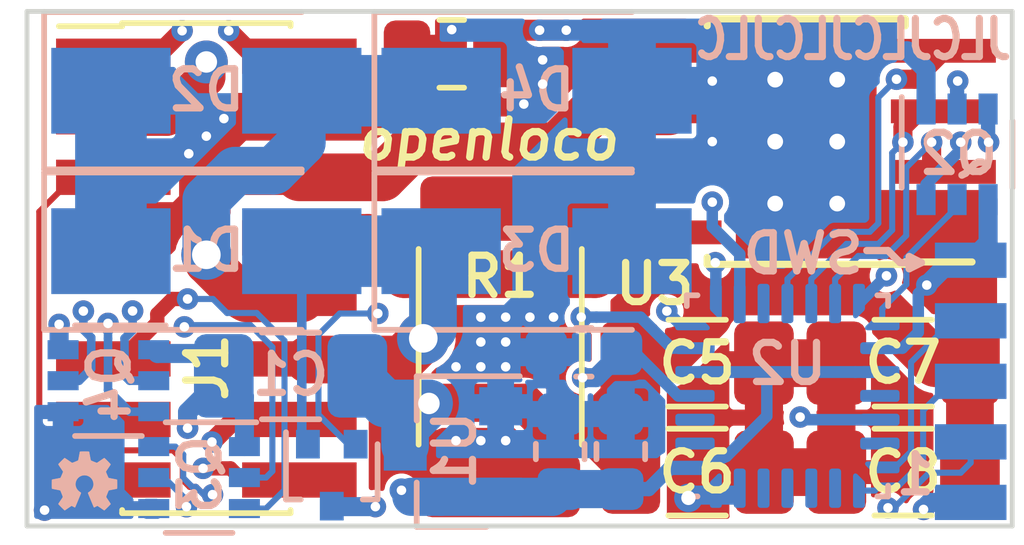
<source format=kicad_pcb>
(kicad_pcb (version 20171130) (host pcbnew "(5.0.2)-1")

  (general
    (thickness 1.6)
    (drawings 14)
    (tracks 445)
    (zones 0)
    (modules 24)
    (nets 39)
  )

  (page A4)
  (title_block
    (title "DCC Decoder")
    (date 2020-05-08)
  )

  (layers
    (0 F.Cu signal)
    (1 In1.Cu signal)
    (2 In2.Cu signal)
    (31 B.Cu signal)
    (32 B.Adhes user hide)
    (33 F.Adhes user hide)
    (34 B.Paste user hide)
    (35 F.Paste user hide)
    (36 B.SilkS user hide)
    (37 F.SilkS user hide)
    (38 B.Mask user hide)
    (39 F.Mask user hide)
    (40 Dwgs.User user)
    (41 Cmts.User user)
    (42 Eco1.User user)
    (43 Eco2.User user)
    (44 Edge.Cuts user)
    (45 Margin user)
    (46 B.CrtYd user hide)
    (47 F.CrtYd user hide)
    (48 B.Fab user hide)
    (49 F.Fab user hide)
  )

  (setup
    (last_trace_width 0.3)
    (user_trace_width 0.127)
    (user_trace_width 0.135)
    (user_trace_width 0.2)
    (user_trace_width 0.24)
    (user_trace_width 0.3)
    (user_trace_width 0.4)
    (user_trace_width 0.8)
    (user_trace_width 1)
    (trace_clearance 0.127)
    (zone_clearance 0.1)
    (zone_45_only yes)
    (trace_min 0.127)
    (segment_width 0.153)
    (edge_width 0.1)
    (via_size 0.45)
    (via_drill 0.2)
    (via_min_size 0.45)
    (via_min_drill 0.2)
    (user_via 0.45 0.2)
    (user_via 0.6 0.3)
    (user_via 0.9 0.45)
    (user_via 1.1 0.6)
    (uvia_size 0.3)
    (uvia_drill 0.1)
    (uvias_allowed no)
    (uvia_min_size 0.2)
    (uvia_min_drill 0.1)
    (pcb_text_width 0.3)
    (pcb_text_size 1.5 1.5)
    (mod_edge_width 0.15)
    (mod_text_size 0.8 0.82)
    (mod_text_width 0.153)
    (pad_size 1.5 1.5)
    (pad_drill 0.6)
    (pad_to_mask_clearance 0)
    (solder_mask_min_width 0.25)
    (aux_axis_origin 0 0)
    (visible_elements 7FFFFFFF)
    (pcbplotparams
      (layerselection 0x010f0_ffffffff)
      (usegerberextensions false)
      (usegerberattributes false)
      (usegerberadvancedattributes false)
      (creategerberjobfile false)
      (excludeedgelayer true)
      (linewidth 0.100000)
      (plotframeref false)
      (viasonmask false)
      (mode 1)
      (useauxorigin false)
      (hpglpennumber 1)
      (hpglpenspeed 20)
      (hpglpendiameter 15.000000)
      (psnegative false)
      (psa4output false)
      (plotreference true)
      (plotvalue false)
      (plotinvisibletext false)
      (padsonsilk false)
      (subtractmaskfromsilk false)
      (outputformat 1)
      (mirror false)
      (drillshape 0)
      (scaleselection 1)
      (outputdirectory "plots"))
  )

  (net 0 "")
  (net 1 +15V)
  (net 2 GND)
  (net 3 +3V3)
  (net 4 NRST)
  (net 5 TRACK_L)
  (net 6 TRACK_R)
  (net 7 GPIOB)
  (net 8 GPIOA)
  (net 9 F0F)
  (net 10 MOT_1)
  (net 11 MOT_2)
  (net 12 F0R)
  (net 13 "Net-(J1-Pad15)")
  (net 14 AUX1)
  (net 15 "Net-(J1-Pad17)")
  (net 16 AUX2)
  (net 17 SWDIO)
  (net 18 SWCLK)
  (net 19 DCC_DATA)
  (net 20 C_AUX1)
  (net 21 C_AUX2)
  (net 22 C_F0R)
  (net 23 C_F0F)
  (net 24 C_GPIOB)
  (net 25 C_GPIOA)
  (net 26 "Net-(R1-Pad1)")
  (net 27 "Net-(U2-Pad2)")
  (net 28 "Net-(U2-Pad3)")
  (net 29 "Net-(U2-Pad10)")
  (net 30 IN_1)
  (net 31 IN_2)
  (net 32 "Net-(U2-Pad18)")
  (net 33 "Net-(U2-Pad20)")
  (net 34 "Net-(U2-Pad23)")
  (net 35 nFAULT)
  (net 36 "Net-(U2-Pad25)")
  (net 37 "Net-(U2-Pad26)")
  (net 38 "Net-(U2-Pad24)")

  (net_class Default "Questo è il gruppo di collegamenti predefinito"
    (clearance 0.127)
    (trace_width 0.127)
    (via_dia 0.45)
    (via_drill 0.2)
    (uvia_dia 0.3)
    (uvia_drill 0.1)
    (add_net +3V3)
    (add_net AUX1)
    (add_net AUX2)
    (add_net C_AUX1)
    (add_net C_AUX2)
    (add_net C_F0F)
    (add_net C_F0R)
    (add_net C_GPIOA)
    (add_net C_GPIOB)
    (add_net DCC_DATA)
    (add_net F0F)
    (add_net F0R)
    (add_net GND)
    (add_net GPIOA)
    (add_net GPIOB)
    (add_net IN_1)
    (add_net IN_2)
    (add_net NRST)
    (add_net "Net-(J1-Pad15)")
    (add_net "Net-(J1-Pad17)")
    (add_net "Net-(R1-Pad1)")
    (add_net "Net-(U2-Pad10)")
    (add_net "Net-(U2-Pad18)")
    (add_net "Net-(U2-Pad2)")
    (add_net "Net-(U2-Pad20)")
    (add_net "Net-(U2-Pad23)")
    (add_net "Net-(U2-Pad24)")
    (add_net "Net-(U2-Pad25)")
    (add_net "Net-(U2-Pad26)")
    (add_net "Net-(U2-Pad3)")
    (add_net SWCLK)
    (add_net SWDIO)
    (add_net nFAULT)
  )

  (net_class 3v3 ""
    (clearance 0.127)
    (trace_width 0.25)
    (via_dia 0.45)
    (via_drill 0.2)
    (uvia_dia 0.3)
    (uvia_drill 0.1)
  )

  (net_class Power ""
    (clearance 0.127)
    (trace_width 1)
    (via_dia 1.1)
    (via_drill 0.6)
    (uvia_dia 0.3)
    (uvia_drill 0.1)
    (add_net +15V)
    (add_net MOT_1)
    (add_net MOT_2)
    (add_net TRACK_L)
    (add_net TRACK_R)
  )

  (module Package_TO_SOT_SMD:SOT-363_SC-70-6 (layer B.Cu) (tedit 5A02FF57) (tstamp 5EB692CA)
    (at 152.5778 91.8972 270)
    (descr "SOT-363, SC-70-6")
    (tags "SOT-363 SC-70-6")
    (path /5E8FBB0F/5E91C137)
    (attr smd)
    (fp_text reference Q2 (at -0.0127 -0.0254) (layer B.SilkS)
      (effects (font (size 0.82 0.8) (thickness 0.153)) (justify mirror))
    )
    (fp_text value PUMH10 (at -1.397 1.4224 180) (layer B.Fab)
      (effects (font (size 0.82 0.8) (thickness 0.153)) (justify mirror))
    )
    (fp_line (start -0.175 1.1) (end -0.675 0.6) (layer B.Fab) (width 0.1))
    (fp_line (start 0.675 -1.1) (end -0.675 -1.1) (layer B.Fab) (width 0.1))
    (fp_line (start 0.675 1.1) (end 0.675 -1.1) (layer B.Fab) (width 0.1))
    (fp_line (start -1.6 -1.4) (end 1.6 -1.4) (layer B.CrtYd) (width 0.05))
    (fp_line (start -0.675 0.6) (end -0.675 -1.1) (layer B.Fab) (width 0.1))
    (fp_line (start 0.675 1.1) (end -0.175 1.1) (layer B.Fab) (width 0.1))
    (fp_line (start -1.6 1.4) (end 1.6 1.4) (layer B.CrtYd) (width 0.05))
    (fp_line (start -1.6 1.4) (end -1.6 -1.4) (layer B.CrtYd) (width 0.05))
    (fp_line (start 1.6 -1.4) (end 1.6 1.4) (layer B.CrtYd) (width 0.05))
    (fp_line (start -0.7 -1.16) (end 0.7 -1.16) (layer B.SilkS) (width 0.12))
    (fp_line (start 0.7 1.16) (end -1.2 1.16) (layer B.SilkS) (width 0.12))
    (fp_text user %R (at -0.0127 -0.0254 180) (layer B.Fab)
      (effects (font (size 0.82 0.8) (thickness 0.153)) (justify mirror))
    )
    (pad 6 smd rect (at 0.95 0.65 270) (size 0.65 0.4) (layers B.Cu B.Paste B.Mask)
      (net 14 AUX1))
    (pad 4 smd rect (at 0.95 -0.65 270) (size 0.65 0.4) (layers B.Cu B.Paste B.Mask)
      (net 2 GND))
    (pad 2 smd rect (at -0.95 0 270) (size 0.65 0.4) (layers B.Cu B.Paste B.Mask)
      (net 20 C_AUX1))
    (pad 5 smd rect (at 0.95 0 270) (size 0.65 0.4) (layers B.Cu B.Paste B.Mask)
      (net 21 C_AUX2))
    (pad 3 smd rect (at -0.95 -0.65 270) (size 0.65 0.4) (layers B.Cu B.Paste B.Mask)
      (net 16 AUX2))
    (pad 1 smd rect (at -0.95 0.65 270) (size 0.65 0.4) (layers B.Cu B.Paste B.Mask)
      (net 2 GND))
    (model ${KISYS3DMOD}/Package_TO_SOT_SMD.3dshapes/SOT-363_SC-70-6.wrl
      (at (xyz 0 0 0))
      (scale (xyz 1 1 1))
      (rotate (xyz 0 0 0))
    )
  )

  (module Connector_PluX:PinHeader_2x08_P1.27mm_Vertical_SMD (layer F.Cu) (tedit 5EB58C27) (tstamp 5EBF4DBF)
    (at 136.8425 94.2848)
    (descr "surface-mounted straight pin header, 2x08, 1.27mm pitch, double rows")
    (tags "Surface mounted pin header SMD 2x08 1.27mm double row")
    (path /5E91F147)
    (attr smd)
    (fp_text reference J1 (at 0.0127 2.0828 90) (layer F.SilkS)
      (effects (font (size 0.82 0.8) (thickness 0.153)))
    )
    (fp_text value Conn_PluX16 (at 0 11.3157) (layer F.Fab) hide
      (effects (font (size 1 1) (thickness 0.15)))
    )
    (fp_text user %R (at 0 0 90) (layer F.Fab)
      (effects (font (size 1 1) (thickness 0.15)))
    )
    (fp_line (start 4.3 -5.6) (end -4.3 -5.6) (layer F.CrtYd) (width 0.05))
    (fp_line (start 4.3 5.6) (end 4.3 -5.6) (layer F.CrtYd) (width 0.05))
    (fp_line (start -4.3 5.6) (end 4.3 5.6) (layer F.CrtYd) (width 0.05))
    (fp_line (start -4.3 -5.6) (end -4.3 5.6) (layer F.CrtYd) (width 0.05))
    (fp_line (start 1.765 5.075) (end 1.765 5.14) (layer F.SilkS) (width 0.12))
    (fp_line (start -1.765 5.075) (end -1.765 5.14) (layer F.SilkS) (width 0.12))
    (fp_line (start 1.765 -5.14) (end 1.765 -5.075) (layer F.SilkS) (width 0.12))
    (fp_line (start -1.765 -5.14) (end -1.765 -5.075) (layer F.SilkS) (width 0.12))
    (fp_line (start -3.09 -5.075) (end -1.765 -5.075) (layer F.SilkS) (width 0.12))
    (fp_line (start -1.765 5.14) (end 1.765 5.14) (layer F.SilkS) (width 0.12))
    (fp_line (start -1.765 -5.14) (end 1.765 -5.14) (layer F.SilkS) (width 0.12))
    (fp_line (start 2.75 4.645) (end 1.705 4.645) (layer F.Fab) (width 0.1))
    (fp_line (start 2.75 4.245) (end 2.75 4.645) (layer F.Fab) (width 0.1))
    (fp_line (start 1.705 4.245) (end 2.75 4.245) (layer F.Fab) (width 0.1))
    (fp_line (start -2.75 4.645) (end -1.705 4.645) (layer F.Fab) (width 0.1))
    (fp_line (start -2.75 4.245) (end -2.75 4.645) (layer F.Fab) (width 0.1))
    (fp_line (start -1.705 4.245) (end -2.75 4.245) (layer F.Fab) (width 0.1))
    (fp_line (start 2.75 3.375) (end 1.705 3.375) (layer F.Fab) (width 0.1))
    (fp_line (start 2.75 2.975) (end 2.75 3.375) (layer F.Fab) (width 0.1))
    (fp_line (start 1.705 2.975) (end 2.75 2.975) (layer F.Fab) (width 0.1))
    (fp_line (start -2.75 3.375) (end -1.705 3.375) (layer F.Fab) (width 0.1))
    (fp_line (start -2.75 2.975) (end -2.75 3.375) (layer F.Fab) (width 0.1))
    (fp_line (start -1.705 2.975) (end -2.75 2.975) (layer F.Fab) (width 0.1))
    (fp_line (start 2.75 2.105) (end 1.705 2.105) (layer F.Fab) (width 0.1))
    (fp_line (start 2.75 1.705) (end 2.75 2.105) (layer F.Fab) (width 0.1))
    (fp_line (start 1.705 1.705) (end 2.75 1.705) (layer F.Fab) (width 0.1))
    (fp_line (start -2.75 2.105) (end -1.705 2.105) (layer F.Fab) (width 0.1))
    (fp_line (start -2.75 1.705) (end -2.75 2.105) (layer F.Fab) (width 0.1))
    (fp_line (start -1.705 1.705) (end -2.75 1.705) (layer F.Fab) (width 0.1))
    (fp_line (start 2.75 0.835) (end 1.705 0.835) (layer F.Fab) (width 0.1))
    (fp_line (start 2.75 0.435) (end 2.75 0.835) (layer F.Fab) (width 0.1))
    (fp_line (start 1.705 0.435) (end 2.75 0.435) (layer F.Fab) (width 0.1))
    (fp_line (start 2.75 -0.435) (end 1.705 -0.435) (layer F.Fab) (width 0.1))
    (fp_line (start 2.75 -0.835) (end 2.75 -0.435) (layer F.Fab) (width 0.1))
    (fp_line (start 1.705 -0.835) (end 2.75 -0.835) (layer F.Fab) (width 0.1))
    (fp_line (start -2.75 -0.435) (end -1.705 -0.435) (layer F.Fab) (width 0.1))
    (fp_line (start -2.75 -0.835) (end -2.75 -0.435) (layer F.Fab) (width 0.1))
    (fp_line (start -1.705 -0.835) (end -2.75 -0.835) (layer F.Fab) (width 0.1))
    (fp_line (start 2.75 -1.705) (end 1.705 -1.705) (layer F.Fab) (width 0.1))
    (fp_line (start 2.75 -2.105) (end 2.75 -1.705) (layer F.Fab) (width 0.1))
    (fp_line (start 1.705 -2.105) (end 2.75 -2.105) (layer F.Fab) (width 0.1))
    (fp_line (start -2.75 -1.705) (end -1.705 -1.705) (layer F.Fab) (width 0.1))
    (fp_line (start -2.75 -2.105) (end -2.75 -1.705) (layer F.Fab) (width 0.1))
    (fp_line (start -1.705 -2.105) (end -2.75 -2.105) (layer F.Fab) (width 0.1))
    (fp_line (start 2.75 -2.975) (end 1.705 -2.975) (layer F.Fab) (width 0.1))
    (fp_line (start 2.75 -3.375) (end 2.75 -2.975) (layer F.Fab) (width 0.1))
    (fp_line (start 1.705 -3.375) (end 2.75 -3.375) (layer F.Fab) (width 0.1))
    (fp_line (start -2.75 -2.975) (end -1.705 -2.975) (layer F.Fab) (width 0.1))
    (fp_line (start -2.75 -3.375) (end -2.75 -2.975) (layer F.Fab) (width 0.1))
    (fp_line (start -1.705 -3.375) (end -2.75 -3.375) (layer F.Fab) (width 0.1))
    (fp_line (start 2.75 -4.245) (end 1.705 -4.245) (layer F.Fab) (width 0.1))
    (fp_line (start 2.75 -4.645) (end 2.75 -4.245) (layer F.Fab) (width 0.1))
    (fp_line (start 1.705 -4.645) (end 2.75 -4.645) (layer F.Fab) (width 0.1))
    (fp_line (start -2.75 -4.245) (end -1.705 -4.245) (layer F.Fab) (width 0.1))
    (fp_line (start -2.75 -4.645) (end -2.75 -4.245) (layer F.Fab) (width 0.1))
    (fp_line (start -1.705 -4.645) (end -2.75 -4.645) (layer F.Fab) (width 0.1))
    (fp_line (start 1.705 -5.08) (end 1.705 5.08) (layer F.Fab) (width 0.1))
    (fp_line (start -1.705 -4.645) (end -1.27 -5.08) (layer F.Fab) (width 0.1))
    (fp_line (start -1.705 5.08) (end -1.705 -4.645) (layer F.Fab) (width 0.1))
    (fp_line (start -1.27 -5.08) (end 1.705 -5.08) (layer F.Fab) (width 0.1))
    (fp_line (start 1.705 5.08) (end -1.705 5.08) (layer F.Fab) (width 0.1))
    (pad 18 smd rect (at 1.95 4.445) (size 2.4 0.74) (layers F.Cu F.Paste F.Mask)
      (net 16 AUX2))
    (pad 17 smd rect (at -1.95 4.445) (size 2.4 0.74) (layers F.Cu F.Paste F.Mask)
      (net 15 "Net-(J1-Pad17)"))
    (pad 16 smd rect (at 1.95 3.175) (size 2.4 0.74) (layers F.Cu F.Paste F.Mask)
      (net 14 AUX1))
    (pad 15 smd rect (at -1.95 3.175) (size 2.4 0.74) (layers F.Cu F.Paste F.Mask)
      (net 13 "Net-(J1-Pad15)"))
    (pad 14 smd rect (at 1.95 1.905) (size 2.4 0.74) (layers F.Cu F.Paste F.Mask)
      (net 5 TRACK_L))
    (pad 13 smd rect (at -1.95 1.905) (size 2.4 0.74) (layers F.Cu F.Paste F.Mask)
      (net 12 F0R))
    (pad 12 smd rect (at 1.95 0.635) (size 2.4 0.74) (layers F.Cu F.Paste F.Mask)
      (net 6 TRACK_R))
    (pad 10 smd rect (at 1.95 -0.635) (size 2.4 0.74) (layers F.Cu F.Paste F.Mask)
      (net 11 MOT_2))
    (pad 9 smd rect (at -1.95 -0.635) (size 2.4 0.74) (layers F.Cu F.Paste F.Mask)
      (net 1 +15V))
    (pad 8 smd rect (at 1.95 -1.905) (size 2.4 0.74) (layers F.Cu F.Paste F.Mask)
      (net 10 MOT_1))
    (pad 7 smd rect (at -1.95 -1.905) (size 2.4 0.74) (layers F.Cu F.Paste F.Mask)
      (net 9 F0F))
    (pad 6 smd rect (at 1.95 -3.175) (size 2.4 0.74) (layers F.Cu F.Paste F.Mask)
      (net 1 +15V))
    (pad 5 smd rect (at -1.95 -3.175) (size 2.4 0.74) (layers F.Cu F.Paste F.Mask)
      (net 2 GND))
    (pad 4 smd rect (at 1.95 -4.445) (size 2.4 0.74) (layers F.Cu F.Paste F.Mask)
      (net 8 GPIOA))
    (pad 3 smd rect (at -1.95 -4.445) (size 2.4 0.74) (layers F.Cu F.Paste F.Mask)
      (net 7 GPIOB))
    (model ${KISYS3DMOD}/Connector_PinHeader_1.27mm.3dshapes/PinHeader_2x08_P1.27mm_Vertical_SMD.wrl
      (at (xyz 0 0 0))
      (scale (xyz 1 1 0.7))
      (rotate (xyz 0 0 0))
    )
  )

  (module Capacitor_SMD:C_1206_3216Metric (layer B.Cu) (tedit 5B301BBE) (tstamp 5EB6A2E7)
    (at 138.6078 96.5454 180)
    (descr "Capacitor SMD 1206 (3216 Metric), square (rectangular) end terminal, IPC_7351 nominal, (Body size source: http://www.tortai-tech.com/upload/download/2011102023233369053.pdf), generated with kicad-footprint-generator")
    (tags capacitor)
    (path /5E8FC1B7/5E91B106)
    (attr smd)
    (fp_text reference C1 (at 0 0.0254) (layer B.SilkS)
      (effects (font (size 0.82 0.8) (thickness 0.153)) (justify mirror))
    )
    (fp_text value 330n (at -2.1844 -0.3556 270) (layer B.Fab)
      (effects (font (size 0.82 0.8) (thickness 0.153)) (justify mirror))
    )
    (fp_text user %R (at 0 0.0254 180) (layer B.Fab)
      (effects (font (size 0.82 0.8) (thickness 0.153)) (justify mirror))
    )
    (fp_line (start 2.28 -1.12) (end -2.28 -1.12) (layer B.CrtYd) (width 0.05))
    (fp_line (start 2.28 1.12) (end 2.28 -1.12) (layer B.CrtYd) (width 0.05))
    (fp_line (start -2.28 1.12) (end 2.28 1.12) (layer B.CrtYd) (width 0.05))
    (fp_line (start -2.28 -1.12) (end -2.28 1.12) (layer B.CrtYd) (width 0.05))
    (fp_line (start -0.602064 -0.91) (end 0.602064 -0.91) (layer B.SilkS) (width 0.12))
    (fp_line (start -0.602064 0.91) (end 0.602064 0.91) (layer B.SilkS) (width 0.12))
    (fp_line (start 1.6 -0.8) (end -1.6 -0.8) (layer B.Fab) (width 0.1))
    (fp_line (start 1.6 0.8) (end 1.6 -0.8) (layer B.Fab) (width 0.1))
    (fp_line (start -1.6 0.8) (end 1.6 0.8) (layer B.Fab) (width 0.1))
    (fp_line (start -1.6 -0.8) (end -1.6 0.8) (layer B.Fab) (width 0.1))
    (pad 2 smd roundrect (at 1.4 0 180) (size 1.25 1.75) (layers B.Cu B.Paste B.Mask) (roundrect_rratio 0.2)
      (net 2 GND))
    (pad 1 smd roundrect (at -1.4 0 180) (size 1.25 1.75) (layers B.Cu B.Paste B.Mask) (roundrect_rratio 0.2)
      (net 1 +15V))
    (model ${KISYS3DMOD}/Capacitor_SMD.3dshapes/C_1206_3216Metric.wrl
      (at (xyz 0 0 0))
      (scale (xyz 1 1 1))
      (rotate (xyz 0 0 0))
    )
  )

  (module Capacitor_SMD:C_0603_1608Metric (layer B.Cu) (tedit 5EC14732) (tstamp 5EC0552E)
    (at 144.2593 98.1329 90)
    (descr "Capacitor SMD 0603 (1608 Metric), square (rectangular) end terminal, IPC_7351 nominal, (Body size source: http://www.tortai-tech.com/upload/download/2011102023233369053.pdf), generated with kicad-footprint-generator")
    (tags capacitor)
    (path /5E8FC1B7/5E91B10D)
    (attr smd)
    (fp_text reference C2 (at -6.3246 0.0127 90) (layer B.SilkS) hide
      (effects (font (size 0.82 0.8) (thickness 0.153)) (justify mirror))
    )
    (fp_text value 100n (at -8.9916 0.0127 90) (layer B.Fab) hide
      (effects (font (size 0.82 0.8) (thickness 0.153)) (justify mirror))
    )
    (fp_line (start -0.8 -0.4) (end -0.8 0.4) (layer B.Fab) (width 0.1))
    (fp_line (start -0.8 0.4) (end 0.8 0.4) (layer B.Fab) (width 0.1))
    (fp_line (start 0.8 0.4) (end 0.8 -0.4) (layer B.Fab) (width 0.1))
    (fp_line (start 0.8 -0.4) (end -0.8 -0.4) (layer B.Fab) (width 0.1))
    (fp_line (start -0.162779 0.51) (end 0.162779 0.51) (layer B.SilkS) (width 0.12))
    (fp_line (start -0.162779 -0.51) (end 0.162779 -0.51) (layer B.SilkS) (width 0.12))
    (fp_line (start -1.48 -0.73) (end -1.48 0.73) (layer B.CrtYd) (width 0.05))
    (fp_line (start -1.48 0.73) (end 1.48 0.73) (layer B.CrtYd) (width 0.05))
    (fp_line (start 1.48 0.73) (end 1.48 -0.73) (layer B.CrtYd) (width 0.05))
    (fp_line (start 1.48 -0.73) (end -1.48 -0.73) (layer B.CrtYd) (width 0.05))
    (fp_text user %R (at -0.0381 0.0127 90) (layer B.Fab)
      (effects (font (size 0.82 0.8) (thickness 0.153)) (justify mirror))
    )
    (pad 1 smd roundrect (at -0.7875 0 90) (size 0.875 0.95) (layers B.Cu B.Paste B.Mask) (roundrect_rratio 0.25)
      (net 3 +3V3))
    (pad 2 smd roundrect (at 0.7875 0 90) (size 0.875 0.95) (layers B.Cu B.Paste B.Mask) (roundrect_rratio 0.25)
      (net 2 GND))
    (model ${KISYS3DMOD}/Capacitor_SMD.3dshapes/C_0603_1608Metric.wrl
      (at (xyz 0 0 0))
      (scale (xyz 1 1 1))
      (rotate (xyz 0 0 0))
    )
  )

  (module Capacitor_SMD:C_0603_1608Metric (layer B.Cu) (tedit 5EC1472F) (tstamp 5EC054FE)
    (at 145.5293 98.1329 90)
    (descr "Capacitor SMD 0603 (1608 Metric), square (rectangular) end terminal, IPC_7351 nominal, (Body size source: http://www.tortai-tech.com/upload/download/2011102023233369053.pdf), generated with kicad-footprint-generator")
    (tags capacitor)
    (path /5E8FB8FF/5E90056D)
    (attr smd)
    (fp_text reference C3 (at -6.3246 0.0127 90) (layer B.SilkS) hide
      (effects (font (size 0.82 0.8) (thickness 0.153)) (justify mirror))
    )
    (fp_text value 100n (at -8.9916 0.0127 90) (layer B.Fab) hide
      (effects (font (size 0.82 0.8) (thickness 0.153)) (justify mirror))
    )
    (fp_text user %R (at 0 0 90) (layer B.Fab)
      (effects (font (size 0.82 0.8) (thickness 0.153)) (justify mirror))
    )
    (fp_line (start 1.48 -0.73) (end -1.48 -0.73) (layer B.CrtYd) (width 0.05))
    (fp_line (start 1.48 0.73) (end 1.48 -0.73) (layer B.CrtYd) (width 0.05))
    (fp_line (start -1.48 0.73) (end 1.48 0.73) (layer B.CrtYd) (width 0.05))
    (fp_line (start -1.48 -0.73) (end -1.48 0.73) (layer B.CrtYd) (width 0.05))
    (fp_line (start -0.162779 -0.51) (end 0.162779 -0.51) (layer B.SilkS) (width 0.12))
    (fp_line (start -0.162779 0.51) (end 0.162779 0.51) (layer B.SilkS) (width 0.12))
    (fp_line (start 0.8 -0.4) (end -0.8 -0.4) (layer B.Fab) (width 0.1))
    (fp_line (start 0.8 0.4) (end 0.8 -0.4) (layer B.Fab) (width 0.1))
    (fp_line (start -0.8 0.4) (end 0.8 0.4) (layer B.Fab) (width 0.1))
    (fp_line (start -0.8 -0.4) (end -0.8 0.4) (layer B.Fab) (width 0.1))
    (pad 2 smd roundrect (at 0.7875 0 90) (size 0.875 0.95) (layers B.Cu B.Paste B.Mask) (roundrect_rratio 0.25)
      (net 2 GND))
    (pad 1 smd roundrect (at -0.7875 0 90) (size 0.875 0.95) (layers B.Cu B.Paste B.Mask) (roundrect_rratio 0.25)
      (net 3 +3V3))
    (model ${KISYS3DMOD}/Capacitor_SMD.3dshapes/C_0603_1608Metric.wrl
      (at (xyz 0 0 0))
      (scale (xyz 1 1 1))
      (rotate (xyz 0 0 0))
    )
  )

  (module Capacitor_SMD:C_0603_1608Metric (layer B.Cu) (tedit 5EB58A3B) (tstamp 5EC054CE)
    (at 144.7546 96.0501 180)
    (descr "Capacitor SMD 0603 (1608 Metric), square (rectangular) end terminal, IPC_7351 nominal, (Body size source: http://www.tortai-tech.com/upload/download/2011102023233369053.pdf), generated with kicad-footprint-generator")
    (tags capacitor)
    (path /5E8FB8FF/5E90057F)
    (attr smd)
    (fp_text reference C4 (at -0.0254 -0.0254 180) (layer B.SilkS) hide
      (effects (font (size 0.82 0.8) (thickness 0.153)) (justify mirror))
    )
    (fp_text value 100n (at 1.397 -1.0287 90) (layer B.Fab)
      (effects (font (size 0.82 0.8) (thickness 0.153)) (justify mirror))
    )
    (fp_text user %R (at -0.0254 -0.0254 180) (layer B.Fab)
      (effects (font (size 0.82 0.8) (thickness 0.153)) (justify mirror))
    )
    (fp_line (start 1.48 -0.73) (end -1.48 -0.73) (layer B.CrtYd) (width 0.05))
    (fp_line (start 1.48 0.73) (end 1.48 -0.73) (layer B.CrtYd) (width 0.05))
    (fp_line (start -1.48 0.73) (end 1.48 0.73) (layer B.CrtYd) (width 0.05))
    (fp_line (start -1.48 -0.73) (end -1.48 0.73) (layer B.CrtYd) (width 0.05))
    (fp_line (start -0.162779 -0.51) (end 0.162779 -0.51) (layer B.SilkS) (width 0.12))
    (fp_line (start -0.162779 0.51) (end 0.162779 0.51) (layer B.SilkS) (width 0.12))
    (fp_line (start 0.8 -0.4) (end -0.8 -0.4) (layer B.Fab) (width 0.1))
    (fp_line (start 0.8 0.4) (end 0.8 -0.4) (layer B.Fab) (width 0.1))
    (fp_line (start -0.8 0.4) (end 0.8 0.4) (layer B.Fab) (width 0.1))
    (fp_line (start -0.8 -0.4) (end -0.8 0.4) (layer B.Fab) (width 0.1))
    (pad 2 smd roundrect (at 0.7875 0 180) (size 0.875 0.95) (layers B.Cu B.Paste B.Mask) (roundrect_rratio 0.25)
      (net 2 GND))
    (pad 1 smd roundrect (at -0.7875 0 180) (size 0.875 0.95) (layers B.Cu B.Paste B.Mask) (roundrect_rratio 0.25)
      (net 4 NRST))
    (model ${KISYS3DMOD}/Capacitor_SMD.3dshapes/C_0603_1608Metric.wrl
      (at (xyz 0 0 0))
      (scale (xyz 1 1 1))
      (rotate (xyz 0 0 0))
    )
  )

  (module Capacitor_SMD:C_1206_3216Metric (layer F.Cu) (tedit 5B301BBE) (tstamp 5EBF4CC3)
    (at 147.1295 96.2787)
    (descr "Capacitor SMD 1206 (3216 Metric), square (rectangular) end terminal, IPC_7351 nominal, (Body size source: http://www.tortai-tech.com/upload/download/2011102023233369053.pdf), generated with kicad-footprint-generator")
    (tags capacitor)
    (path /5E8FBB0F/5E91C0FA)
    (attr smd)
    (fp_text reference C5 (at 0 0) (layer F.SilkS)
      (effects (font (size 0.82 0.8) (thickness 0.153)))
    )
    (fp_text value 10u (at 0.0127 -1.4351) (layer F.Fab)
      (effects (font (size 0.82 0.8) (thickness 0.153)))
    )
    (fp_line (start -1.6 0.8) (end -1.6 -0.8) (layer F.Fab) (width 0.1))
    (fp_line (start -1.6 -0.8) (end 1.6 -0.8) (layer F.Fab) (width 0.1))
    (fp_line (start 1.6 -0.8) (end 1.6 0.8) (layer F.Fab) (width 0.1))
    (fp_line (start 1.6 0.8) (end -1.6 0.8) (layer F.Fab) (width 0.1))
    (fp_line (start -0.602064 -0.91) (end 0.602064 -0.91) (layer F.SilkS) (width 0.12))
    (fp_line (start -0.602064 0.91) (end 0.602064 0.91) (layer F.SilkS) (width 0.12))
    (fp_line (start -2.28 1.12) (end -2.28 -1.12) (layer F.CrtYd) (width 0.05))
    (fp_line (start -2.28 -1.12) (end 2.28 -1.12) (layer F.CrtYd) (width 0.05))
    (fp_line (start 2.28 -1.12) (end 2.28 1.12) (layer F.CrtYd) (width 0.05))
    (fp_line (start 2.28 1.12) (end -2.28 1.12) (layer F.CrtYd) (width 0.05))
    (fp_text user %R (at 0 0) (layer F.Fab)
      (effects (font (size 0.82 0.8) (thickness 0.153)))
    )
    (pad 1 smd roundrect (at -1.4 0) (size 1.25 1.75) (layers F.Cu F.Paste F.Mask) (roundrect_rratio 0.2)
      (net 1 +15V))
    (pad 2 smd roundrect (at 1.4 0) (size 1.25 1.75) (layers F.Cu F.Paste F.Mask) (roundrect_rratio 0.2)
      (net 2 GND))
    (model ${KISYS3DMOD}/Capacitor_SMD.3dshapes/C_1206_3216Metric.wrl
      (at (xyz 0 0 0))
      (scale (xyz 1 1 1))
      (rotate (xyz 0 0 0))
    )
  )

  (module Capacitor_SMD:C_1206_3216Metric (layer F.Cu) (tedit 5EC145BB) (tstamp 5EBF4CD4)
    (at 147.1295 98.5647)
    (descr "Capacitor SMD 1206 (3216 Metric), square (rectangular) end terminal, IPC_7351 nominal, (Body size source: http://www.tortai-tech.com/upload/download/2011102023233369053.pdf), generated with kicad-footprint-generator")
    (tags capacitor)
    (path /5E8FBB0F/5E91C0F3)
    (attr smd)
    (fp_text reference C6 (at 0 0) (layer F.SilkS)
      (effects (font (size 0.82 0.8) (thickness 0.153)))
    )
    (fp_text value 10u (at 2.2225 -0.0127 90) (layer F.Fab) hide
      (effects (font (size 0.82 0.8) (thickness 0.153)))
    )
    (fp_text user %R (at 0 0) (layer F.Fab)
      (effects (font (size 0.82 0.8) (thickness 0.153)))
    )
    (fp_line (start 2.28 1.12) (end -2.28 1.12) (layer F.CrtYd) (width 0.05))
    (fp_line (start 2.28 -1.12) (end 2.28 1.12) (layer F.CrtYd) (width 0.05))
    (fp_line (start -2.28 -1.12) (end 2.28 -1.12) (layer F.CrtYd) (width 0.05))
    (fp_line (start -2.28 1.12) (end -2.28 -1.12) (layer F.CrtYd) (width 0.05))
    (fp_line (start -0.602064 0.91) (end 0.602064 0.91) (layer F.SilkS) (width 0.12))
    (fp_line (start -0.602064 -0.91) (end 0.602064 -0.91) (layer F.SilkS) (width 0.12))
    (fp_line (start 1.6 0.8) (end -1.6 0.8) (layer F.Fab) (width 0.1))
    (fp_line (start 1.6 -0.8) (end 1.6 0.8) (layer F.Fab) (width 0.1))
    (fp_line (start -1.6 -0.8) (end 1.6 -0.8) (layer F.Fab) (width 0.1))
    (fp_line (start -1.6 0.8) (end -1.6 -0.8) (layer F.Fab) (width 0.1))
    (pad 2 smd roundrect (at 1.4 0) (size 1.25 1.75) (layers F.Cu F.Paste F.Mask) (roundrect_rratio 0.2)
      (net 2 GND))
    (pad 1 smd roundrect (at -1.4 0) (size 1.25 1.75) (layers F.Cu F.Paste F.Mask) (roundrect_rratio 0.2)
      (net 1 +15V))
    (model ${KISYS3DMOD}/Capacitor_SMD.3dshapes/C_1206_3216Metric.wrl
      (at (xyz 0 0 0))
      (scale (xyz 1 1 1))
      (rotate (xyz 0 0 0))
    )
  )

  (module Capacitor_SMD:C_1206_3216Metric (layer F.Cu) (tedit 5B301BBE) (tstamp 5EBFC6C9)
    (at 151.4475 96.2787 180)
    (descr "Capacitor SMD 1206 (3216 Metric), square (rectangular) end terminal, IPC_7351 nominal, (Body size source: http://www.tortai-tech.com/upload/download/2011102023233369053.pdf), generated with kicad-footprint-generator")
    (tags capacitor)
    (path /5E8FBB0F/5E91C108)
    (attr smd)
    (fp_text reference C7 (at 0 0.0127 180) (layer F.SilkS)
      (effects (font (size 0.82 0.8) (thickness 0.153)))
    )
    (fp_text value 10u (at -0.0127 1.4351) (layer F.Fab)
      (effects (font (size 0.82 0.8) (thickness 0.153)))
    )
    (fp_text user %R (at 0 0 180) (layer F.Fab)
      (effects (font (size 0.82 0.8) (thickness 0.153)))
    )
    (fp_line (start 2.28 1.12) (end -2.28 1.12) (layer F.CrtYd) (width 0.05))
    (fp_line (start 2.28 -1.12) (end 2.28 1.12) (layer F.CrtYd) (width 0.05))
    (fp_line (start -2.28 -1.12) (end 2.28 -1.12) (layer F.CrtYd) (width 0.05))
    (fp_line (start -2.28 1.12) (end -2.28 -1.12) (layer F.CrtYd) (width 0.05))
    (fp_line (start -0.602064 0.91) (end 0.602064 0.91) (layer F.SilkS) (width 0.12))
    (fp_line (start -0.602064 -0.91) (end 0.602064 -0.91) (layer F.SilkS) (width 0.12))
    (fp_line (start 1.6 0.8) (end -1.6 0.8) (layer F.Fab) (width 0.1))
    (fp_line (start 1.6 -0.8) (end 1.6 0.8) (layer F.Fab) (width 0.1))
    (fp_line (start -1.6 -0.8) (end 1.6 -0.8) (layer F.Fab) (width 0.1))
    (fp_line (start -1.6 0.8) (end -1.6 -0.8) (layer F.Fab) (width 0.1))
    (pad 2 smd roundrect (at 1.4 0 180) (size 1.25 1.75) (layers F.Cu F.Paste F.Mask) (roundrect_rratio 0.2)
      (net 2 GND))
    (pad 1 smd roundrect (at -1.4 0 180) (size 1.25 1.75) (layers F.Cu F.Paste F.Mask) (roundrect_rratio 0.2)
      (net 1 +15V))
    (model ${KISYS3DMOD}/Capacitor_SMD.3dshapes/C_1206_3216Metric.wrl
      (at (xyz 0 0 0))
      (scale (xyz 1 1 1))
      (rotate (xyz 0 0 0))
    )
  )

  (module Capacitor_SMD:C_1206_3216Metric (layer F.Cu) (tedit 5EC145C1) (tstamp 5EBFB022)
    (at 151.4475 98.5647 180)
    (descr "Capacitor SMD 1206 (3216 Metric), square (rectangular) end terminal, IPC_7351 nominal, (Body size source: http://www.tortai-tech.com/upload/download/2011102023233369053.pdf), generated with kicad-footprint-generator")
    (tags capacitor)
    (path /5E8FBB0F/5E91C10F)
    (attr smd)
    (fp_text reference C8 (at 0 0 180) (layer F.SilkS)
      (effects (font (size 0.82 0.8) (thickness 0.153)))
    )
    (fp_text value 10u (at -2.8575 0.0127 270) (layer F.Fab) hide
      (effects (font (size 0.82 0.8) (thickness 0.153)))
    )
    (fp_line (start -1.6 0.8) (end -1.6 -0.8) (layer F.Fab) (width 0.1))
    (fp_line (start -1.6 -0.8) (end 1.6 -0.8) (layer F.Fab) (width 0.1))
    (fp_line (start 1.6 -0.8) (end 1.6 0.8) (layer F.Fab) (width 0.1))
    (fp_line (start 1.6 0.8) (end -1.6 0.8) (layer F.Fab) (width 0.1))
    (fp_line (start -0.602064 -0.91) (end 0.602064 -0.91) (layer F.SilkS) (width 0.12))
    (fp_line (start -0.602064 0.91) (end 0.602064 0.91) (layer F.SilkS) (width 0.12))
    (fp_line (start -2.28 1.12) (end -2.28 -1.12) (layer F.CrtYd) (width 0.05))
    (fp_line (start -2.28 -1.12) (end 2.28 -1.12) (layer F.CrtYd) (width 0.05))
    (fp_line (start 2.28 -1.12) (end 2.28 1.12) (layer F.CrtYd) (width 0.05))
    (fp_line (start 2.28 1.12) (end -2.28 1.12) (layer F.CrtYd) (width 0.05))
    (fp_text user %R (at 0 0 180) (layer F.Fab)
      (effects (font (size 0.82 0.8) (thickness 0.153)))
    )
    (pad 1 smd roundrect (at -1.4 0 180) (size 1.25 1.75) (layers F.Cu F.Paste F.Mask) (roundrect_rratio 0.2)
      (net 1 +15V))
    (pad 2 smd roundrect (at 1.4 0 180) (size 1.25 1.75) (layers F.Cu F.Paste F.Mask) (roundrect_rratio 0.2)
      (net 2 GND))
    (model ${KISYS3DMOD}/Capacitor_SMD.3dshapes/C_1206_3216Metric.wrl
      (at (xyz 0 0 0))
      (scale (xyz 1 1 1))
      (rotate (xyz 0 0 0))
    )
  )

  (module Capacitor_SMD:C_0805_2012Metric (layer F.Cu) (tedit 5EBA813F) (tstamp 5EBF4D07)
    (at 141.986 89.789)
    (descr "Capacitor SMD 0805 (2012 Metric), square (rectangular) end terminal, IPC_7351 nominal, (Body size source: https://docs.google.com/spreadsheets/d/1BsfQQcO9C6DZCsRaXUlFlo91Tg2WpOkGARC1WS5S8t0/edit?usp=sharing), generated with kicad-footprint-generator")
    (tags capacitor)
    (path /5E8FBB0F/5E91C101)
    (attr smd)
    (fp_text reference C9 (at -0.9525 1.524 180) (layer F.SilkS) hide
      (effects (font (size 0.82 0.8) (thickness 0.153)))
    )
    (fp_text value 100n (at 0 1.4224) (layer F.Fab)
      (effects (font (size 0.82 0.8) (thickness 0.153)))
    )
    (fp_line (start -1 0.6) (end -1 -0.6) (layer F.Fab) (width 0.1))
    (fp_line (start -1 -0.6) (end 1 -0.6) (layer F.Fab) (width 0.1))
    (fp_line (start 1 -0.6) (end 1 0.6) (layer F.Fab) (width 0.1))
    (fp_line (start 1 0.6) (end -1 0.6) (layer F.Fab) (width 0.1))
    (fp_line (start -0.258578 -0.71) (end 0.258578 -0.71) (layer F.SilkS) (width 0.12))
    (fp_line (start -0.258578 0.71) (end 0.258578 0.71) (layer F.SilkS) (width 0.12))
    (fp_line (start -1.68 0.95) (end -1.68 -0.95) (layer F.CrtYd) (width 0.05))
    (fp_line (start -1.68 -0.95) (end 1.68 -0.95) (layer F.CrtYd) (width 0.05))
    (fp_line (start 1.68 -0.95) (end 1.68 0.95) (layer F.CrtYd) (width 0.05))
    (fp_line (start 1.68 0.95) (end -1.68 0.95) (layer F.CrtYd) (width 0.05))
    (fp_text user %R (at 0 0) (layer F.Fab)
      (effects (font (size 0.82 0.8) (thickness 0.153)))
    )
    (pad 1 smd roundrect (at -0.9375 0) (size 0.975 1.4) (layers F.Cu F.Paste F.Mask) (roundrect_rratio 0.25)
      (net 1 +15V))
    (pad 2 smd roundrect (at 0.9375 0) (size 0.975 1.4) (layers F.Cu F.Paste F.Mask) (roundrect_rratio 0.25)
      (net 2 GND))
    (model ${KISYS3DMOD}/Capacitor_SMD.3dshapes/C_0805_2012Metric.wrl
      (at (xyz 0 0 0))
      (scale (xyz 1 1 1))
      (rotate (xyz 0 0 0))
    )
  )

  (module Diode_SMD:D_SMA (layer B.Cu) (tedit 586432E5) (tstamp 5EBF83A6)
    (at 136.8425 93.9292)
    (descr "Diode SMA (DO-214AC)")
    (tags "Diode SMA (DO-214AC)")
    (path /5E8FC1B7/5E9B5946)
    (attr smd)
    (fp_text reference D1 (at 0 -0.0127) (layer B.SilkS)
      (effects (font (size 0.82 0.8) (thickness 0.153)) (justify mirror))
    )
    (fp_text value SS34 (at 2.8321 -0.0127 90) (layer B.Fab)
      (effects (font (size 0.82 0.8) (thickness 0.153)) (justify mirror))
    )
    (fp_text user %R (at -2.794 -0.0127 90) (layer B.Fab)
      (effects (font (size 0.82 0.8) (thickness 0.153)) (justify mirror))
    )
    (fp_line (start -3.4 1.65) (end -3.4 -1.65) (layer B.SilkS) (width 0.12))
    (fp_line (start 2.3 -1.5) (end -2.3 -1.5) (layer B.Fab) (width 0.1))
    (fp_line (start -2.3 -1.5) (end -2.3 1.5) (layer B.Fab) (width 0.1))
    (fp_line (start 2.3 1.5) (end 2.3 -1.5) (layer B.Fab) (width 0.1))
    (fp_line (start 2.3 1.5) (end -2.3 1.5) (layer B.Fab) (width 0.1))
    (fp_line (start -3.5 1.75) (end 3.5 1.75) (layer B.CrtYd) (width 0.05))
    (fp_line (start 3.5 1.75) (end 3.5 -1.75) (layer B.CrtYd) (width 0.05))
    (fp_line (start 3.5 -1.75) (end -3.5 -1.75) (layer B.CrtYd) (width 0.05))
    (fp_line (start -3.5 -1.75) (end -3.5 1.75) (layer B.CrtYd) (width 0.05))
    (fp_line (start -0.64944 -0.00102) (end -1.55114 -0.00102) (layer B.Fab) (width 0.1))
    (fp_line (start 0.50118 -0.00102) (end 1.4994 -0.00102) (layer B.Fab) (width 0.1))
    (fp_line (start -0.64944 0.79908) (end -0.64944 -0.80112) (layer B.Fab) (width 0.1))
    (fp_line (start 0.50118 -0.75032) (end 0.50118 0.79908) (layer B.Fab) (width 0.1))
    (fp_line (start -0.64944 -0.00102) (end 0.50118 -0.75032) (layer B.Fab) (width 0.1))
    (fp_line (start -0.64944 -0.00102) (end 0.50118 0.79908) (layer B.Fab) (width 0.1))
    (fp_line (start -3.4 -1.65) (end 2 -1.65) (layer B.SilkS) (width 0.12))
    (fp_line (start -3.4 1.65) (end 2 1.65) (layer B.SilkS) (width 0.12))
    (pad 1 smd rect (at -2 0) (size 2.5 1.8) (layers B.Cu B.Paste B.Mask)
      (net 1 +15V))
    (pad 2 smd rect (at 2 0) (size 2.5 1.8) (layers B.Cu B.Paste B.Mask)
      (net 5 TRACK_L))
    (model ${KISYS3DMOD}/Diode_SMD.3dshapes/D_SMA.wrl
      (at (xyz 0 0 0))
      (scale (xyz 1 1 1))
      (rotate (xyz 0 0 0))
    )
  )

  (module Diode_SMD:D_SMA (layer B.Cu) (tedit 586432E5) (tstamp 5EB68905)
    (at 136.8425 90.5637)
    (descr "Diode SMA (DO-214AC)")
    (tags "Diode SMA (DO-214AC)")
    (path /5E8FC1B7/5EAB1489)
    (attr smd)
    (fp_text reference D2 (at 0 -0.0127) (layer B.SilkS)
      (effects (font (size 0.82 0.8) (thickness 0.153)) (justify mirror))
    )
    (fp_text value SS34 (at 2.8321 0.0508 90) (layer B.Fab)
      (effects (font (size 0.82 0.8) (thickness 0.153)) (justify mirror))
    )
    (fp_text user %R (at -2.794 0.0508 90) (layer B.Fab)
      (effects (font (size 0.82 0.8) (thickness 0.153)) (justify mirror))
    )
    (fp_line (start -3.4 1.65) (end -3.4 -1.65) (layer B.SilkS) (width 0.12))
    (fp_line (start 2.3 -1.5) (end -2.3 -1.5) (layer B.Fab) (width 0.1))
    (fp_line (start -2.3 -1.5) (end -2.3 1.5) (layer B.Fab) (width 0.1))
    (fp_line (start 2.3 1.5) (end 2.3 -1.5) (layer B.Fab) (width 0.1))
    (fp_line (start 2.3 1.5) (end -2.3 1.5) (layer B.Fab) (width 0.1))
    (fp_line (start -3.5 1.75) (end 3.5 1.75) (layer B.CrtYd) (width 0.05))
    (fp_line (start 3.5 1.75) (end 3.5 -1.75) (layer B.CrtYd) (width 0.05))
    (fp_line (start 3.5 -1.75) (end -3.5 -1.75) (layer B.CrtYd) (width 0.05))
    (fp_line (start -3.5 -1.75) (end -3.5 1.75) (layer B.CrtYd) (width 0.05))
    (fp_line (start -0.64944 -0.00102) (end -1.55114 -0.00102) (layer B.Fab) (width 0.1))
    (fp_line (start 0.50118 -0.00102) (end 1.4994 -0.00102) (layer B.Fab) (width 0.1))
    (fp_line (start -0.64944 0.79908) (end -0.64944 -0.80112) (layer B.Fab) (width 0.1))
    (fp_line (start 0.50118 -0.75032) (end 0.50118 0.79908) (layer B.Fab) (width 0.1))
    (fp_line (start -0.64944 -0.00102) (end 0.50118 -0.75032) (layer B.Fab) (width 0.1))
    (fp_line (start -0.64944 -0.00102) (end 0.50118 0.79908) (layer B.Fab) (width 0.1))
    (fp_line (start -3.4 -1.65) (end 2 -1.65) (layer B.SilkS) (width 0.12))
    (fp_line (start -3.4 1.65) (end 2 1.65) (layer B.SilkS) (width 0.12))
    (pad 1 smd rect (at -2 0) (size 2.5 1.8) (layers B.Cu B.Paste B.Mask)
      (net 1 +15V))
    (pad 2 smd rect (at 2 0) (size 2.5 1.8) (layers B.Cu B.Paste B.Mask)
      (net 6 TRACK_R))
    (model ${KISYS3DMOD}/Diode_SMD.3dshapes/D_SMA.wrl
      (at (xyz 0 0 0))
      (scale (xyz 1 1 1))
      (rotate (xyz 0 0 0))
    )
  )

  (module Diode_SMD:D_SMA (layer B.Cu) (tedit 586432E5) (tstamp 5EBF6C0A)
    (at 143.764 93.9292)
    (descr "Diode SMA (DO-214AC)")
    (tags "Diode SMA (DO-214AC)")
    (path /5E8FC1B7/5EAB141E)
    (attr smd)
    (fp_text reference D3 (at 0 -0.0127) (layer B.SilkS)
      (effects (font (size 0.82 0.8) (thickness 0.153)) (justify mirror))
    )
    (fp_text value SS34 (at 2.8321 -0.0127 90) (layer B.Fab)
      (effects (font (size 0.82 0.8) (thickness 0.153)) (justify mirror))
    )
    (fp_line (start -3.4 1.65) (end 2 1.65) (layer B.SilkS) (width 0.12))
    (fp_line (start -3.4 -1.65) (end 2 -1.65) (layer B.SilkS) (width 0.12))
    (fp_line (start -0.64944 -0.00102) (end 0.50118 0.79908) (layer B.Fab) (width 0.1))
    (fp_line (start -0.64944 -0.00102) (end 0.50118 -0.75032) (layer B.Fab) (width 0.1))
    (fp_line (start 0.50118 -0.75032) (end 0.50118 0.79908) (layer B.Fab) (width 0.1))
    (fp_line (start -0.64944 0.79908) (end -0.64944 -0.80112) (layer B.Fab) (width 0.1))
    (fp_line (start 0.50118 -0.00102) (end 1.4994 -0.00102) (layer B.Fab) (width 0.1))
    (fp_line (start -0.64944 -0.00102) (end -1.55114 -0.00102) (layer B.Fab) (width 0.1))
    (fp_line (start -3.5 -1.75) (end -3.5 1.75) (layer B.CrtYd) (width 0.05))
    (fp_line (start 3.5 -1.75) (end -3.5 -1.75) (layer B.CrtYd) (width 0.05))
    (fp_line (start 3.5 1.75) (end 3.5 -1.75) (layer B.CrtYd) (width 0.05))
    (fp_line (start -3.5 1.75) (end 3.5 1.75) (layer B.CrtYd) (width 0.05))
    (fp_line (start 2.3 1.5) (end -2.3 1.5) (layer B.Fab) (width 0.1))
    (fp_line (start 2.3 1.5) (end 2.3 -1.5) (layer B.Fab) (width 0.1))
    (fp_line (start -2.3 -1.5) (end -2.3 1.5) (layer B.Fab) (width 0.1))
    (fp_line (start 2.3 -1.5) (end -2.3 -1.5) (layer B.Fab) (width 0.1))
    (fp_line (start -3.4 1.65) (end -3.4 -1.65) (layer B.SilkS) (width 0.12))
    (fp_text user %R (at -2.794 -0.0127 90) (layer B.Fab)
      (effects (font (size 0.82 0.8) (thickness 0.153)) (justify mirror))
    )
    (pad 2 smd rect (at 2 0) (size 2.5 1.8) (layers B.Cu B.Paste B.Mask)
      (net 2 GND))
    (pad 1 smd rect (at -2 0) (size 2.5 1.8) (layers B.Cu B.Paste B.Mask)
      (net 5 TRACK_L))
    (model ${KISYS3DMOD}/Diode_SMD.3dshapes/D_SMA.wrl
      (at (xyz 0 0 0))
      (scale (xyz 1 1 1))
      (rotate (xyz 0 0 0))
    )
  )

  (module Diode_SMD:D_SMA (layer B.Cu) (tedit 586432E5) (tstamp 5EBF8273)
    (at 143.764 90.5637)
    (descr "Diode SMA (DO-214AC)")
    (tags "Diode SMA (DO-214AC)")
    (path /5E8FC1B7/5EAB1490)
    (attr smd)
    (fp_text reference D4 (at 0 -0.0127) (layer B.SilkS)
      (effects (font (size 0.82 0.8) (thickness 0.153)) (justify mirror))
    )
    (fp_text value SS34 (at 2.8321 0.0508 90) (layer B.Fab)
      (effects (font (size 0.82 0.8) (thickness 0.153)) (justify mirror))
    )
    (fp_line (start -3.4 1.65) (end 2 1.65) (layer B.SilkS) (width 0.12))
    (fp_line (start -3.4 -1.65) (end 2 -1.65) (layer B.SilkS) (width 0.12))
    (fp_line (start -0.64944 -0.00102) (end 0.50118 0.79908) (layer B.Fab) (width 0.1))
    (fp_line (start -0.64944 -0.00102) (end 0.50118 -0.75032) (layer B.Fab) (width 0.1))
    (fp_line (start 0.50118 -0.75032) (end 0.50118 0.79908) (layer B.Fab) (width 0.1))
    (fp_line (start -0.64944 0.79908) (end -0.64944 -0.80112) (layer B.Fab) (width 0.1))
    (fp_line (start 0.50118 -0.00102) (end 1.4994 -0.00102) (layer B.Fab) (width 0.1))
    (fp_line (start -0.64944 -0.00102) (end -1.55114 -0.00102) (layer B.Fab) (width 0.1))
    (fp_line (start -3.5 -1.75) (end -3.5 1.75) (layer B.CrtYd) (width 0.05))
    (fp_line (start 3.5 -1.75) (end -3.5 -1.75) (layer B.CrtYd) (width 0.05))
    (fp_line (start 3.5 1.75) (end 3.5 -1.75) (layer B.CrtYd) (width 0.05))
    (fp_line (start -3.5 1.75) (end 3.5 1.75) (layer B.CrtYd) (width 0.05))
    (fp_line (start 2.3 1.5) (end -2.3 1.5) (layer B.Fab) (width 0.1))
    (fp_line (start 2.3 1.5) (end 2.3 -1.5) (layer B.Fab) (width 0.1))
    (fp_line (start -2.3 -1.5) (end -2.3 1.5) (layer B.Fab) (width 0.1))
    (fp_line (start 2.3 -1.5) (end -2.3 -1.5) (layer B.Fab) (width 0.1))
    (fp_line (start -3.4 1.65) (end -3.4 -1.65) (layer B.SilkS) (width 0.12))
    (fp_text user %R (at -2.794 0.0508 90) (layer B.Fab)
      (effects (font (size 0.82 0.8) (thickness 0.153)) (justify mirror))
    )
    (pad 2 smd rect (at 2 0) (size 2.5 1.8) (layers B.Cu B.Paste B.Mask)
      (net 2 GND))
    (pad 1 smd rect (at -2 0) (size 2.5 1.8) (layers B.Cu B.Paste B.Mask)
      (net 6 TRACK_R))
    (model ${KISYS3DMOD}/Diode_SMD.3dshapes/D_SMA.wrl
      (at (xyz 0 0 0))
      (scale (xyz 1 1 1))
      (rotate (xyz 0 0 0))
    )
  )

  (module Connector_Pitch:Pitch_1x05_P1.27mm (layer B.Cu) (tedit 5EB58D08) (tstamp 5EB65B53)
    (at 152.908 96.6597)
    (descr "1x05, 1.27mm pitch")
    (tags "SMD 1x05 1.27mm")
    (path /5E8FB8FF/5E91431C)
    (attr smd)
    (fp_text reference J2 (at 0.0058 3.7973) (layer B.SilkS) hide
      (effects (font (size 0.82 0.8) (thickness 0.153)) (justify mirror))
    )
    (fp_text value Conn_01x05 (at 4.5466 0.3937 90) (layer B.Fab) hide
      (effects (font (size 0.82 0.8) (thickness 0.153)) (justify mirror))
    )
    (fp_text user %R (at -0.0577 0 -90) (layer B.Fab)
      (effects (font (size 0.82 0.8) (thickness 0.153)) (justify mirror))
    )
    (pad 5 smd rect (at -0.045 -2.54) (size 1.5 0.74) (layers B.Cu B.Paste B.Mask)
      (net 2 GND))
    (pad 4 smd rect (at -0.045 -1.27) (size 1.5 0.74) (layers B.Cu B.Paste B.Mask)
      (net 17 SWDIO))
    (pad 3 smd rect (at -0.045 0) (size 1.5 0.74) (layers B.Cu B.Paste B.Mask)
      (net 18 SWCLK))
    (pad 2 smd rect (at -0.045 1.27) (size 1.5 0.74) (layers B.Cu B.Paste B.Mask)
      (net 4 NRST))
    (pad 1 smd rect (at -0.045 2.54) (size 1.5 0.74) (layers B.Cu B.Paste B.Mask)
      (net 3 +3V3))
  )

  (module Package_TO_SOT_SMD:SOT-416 (layer B.Cu) (tedit 5EB58A04) (tstamp 5EB50F26)
    (at 139.4714 98.6282 270)
    (descr "SOT-416, https://www.nxp.com/docs/en/package-information/SOT416.pdf")
    (tags SOT-416)
    (path /5E8FC1B7/5EB1F22E)
    (attr smd)
    (fp_text reference Q1 (at 0.0381 0) (layer B.SilkS) hide
      (effects (font (size 0.82 0.8) (thickness 0.153)) (justify mirror))
    )
    (fp_text value DTC144EETL (at 1.7272 2.8194) (layer B.Fab)
      (effects (font (size 0.82 0.8) (thickness 0.153)) (justify mirror))
    )
    (fp_text user %R (at 0.0381 0 180) (layer B.Fab)
      (effects (font (size 0.82 0.8) (thickness 0.153)) (justify mirror))
    )
    (fp_line (start -0.45 0.6) (end -0.45 -0.9) (layer B.Fab) (width 0.1))
    (fp_line (start -0.15 0.9) (end 0.45 0.9) (layer B.Fab) (width 0.1))
    (fp_line (start 0.45 0.9) (end 0.45 -0.9) (layer B.Fab) (width 0.1))
    (fp_line (start -0.45 -0.9) (end 0.45 -0.9) (layer B.Fab) (width 0.1))
    (fp_line (start 0.51 -0.96) (end 0.51 -0.65) (layer B.SilkS) (width 0.12))
    (fp_line (start 0.51 0.96) (end 0.51 0.65) (layer B.SilkS) (width 0.12))
    (fp_line (start -1.2 1.15) (end 1.2 1.15) (layer B.CrtYd) (width 0.05))
    (fp_line (start 1.2 1.15) (end 1.2 -1.15) (layer B.CrtYd) (width 0.05))
    (fp_line (start 1.2 -1.15) (end -1.2 -1.15) (layer B.CrtYd) (width 0.05))
    (fp_line (start -1.2 -1.15) (end -1.2 1.15) (layer B.CrtYd) (width 0.05))
    (fp_line (start 0.51 0.96) (end -0.9 0.96) (layer B.SilkS) (width 0.12))
    (fp_line (start 0.51 -0.96) (end -0.65 -0.96) (layer B.SilkS) (width 0.12))
    (fp_line (start -0.15 0.9) (end -0.45 0.6) (layer B.Fab) (width 0.1))
    (pad 1 smd rect (at -0.65 0.5 270) (size 0.6 0.5) (layers B.Cu B.Paste B.Mask)
      (net 5 TRACK_L))
    (pad 2 smd rect (at -0.65 -0.5 270) (size 0.6 0.5) (layers B.Cu B.Paste B.Mask)
      (net 2 GND))
    (pad 3 smd rect (at 0.65 0 270) (size 0.6 0.5) (layers B.Cu B.Paste B.Mask)
      (net 19 DCC_DATA))
    (model ${KISYS3DMOD}/Package_TO_SOT_SMD.3dshapes/SOT-416.wrl
      (at (xyz 0 0 0))
      (scale (xyz 1 1 1))
      (rotate (xyz 0 0 0))
    )
  )

  (module Package_TO_SOT_SMD:SOT-363_SC-70-6 (layer B.Cu) (tedit 5EC14758) (tstamp 5EBFE652)
    (at 136.6901 98.679 180)
    (descr "SOT-363, SC-70-6")
    (tags "SOT-363 SC-70-6")
    (path /5E8FBB0F/5E91C124)
    (attr smd)
    (fp_text reference Q3 (at -0.0254 0.0635 270) (layer B.SilkS)
      (effects (font (size 0.82 0.8) (thickness 0.153)) (justify mirror))
    )
    (fp_text value PUMH10 (at 2.0701 -7.1628 180) (layer B.Fab) hide
      (effects (font (size 0.82 0.8) (thickness 0.153)) (justify mirror))
    )
    (fp_text user %R (at -0.0254 0.0635 90) (layer B.Fab)
      (effects (font (size 0.82 0.8) (thickness 0.153)) (justify mirror))
    )
    (fp_line (start 0.7 1.16) (end -1.2 1.16) (layer B.SilkS) (width 0.12))
    (fp_line (start -0.7 -1.16) (end 0.7 -1.16) (layer B.SilkS) (width 0.12))
    (fp_line (start 1.6 -1.4) (end 1.6 1.4) (layer B.CrtYd) (width 0.05))
    (fp_line (start -1.6 1.4) (end -1.6 -1.4) (layer B.CrtYd) (width 0.05))
    (fp_line (start -1.6 1.4) (end 1.6 1.4) (layer B.CrtYd) (width 0.05))
    (fp_line (start 0.675 1.1) (end -0.175 1.1) (layer B.Fab) (width 0.1))
    (fp_line (start -0.675 0.6) (end -0.675 -1.1) (layer B.Fab) (width 0.1))
    (fp_line (start -1.6 -1.4) (end 1.6 -1.4) (layer B.CrtYd) (width 0.05))
    (fp_line (start 0.675 1.1) (end 0.675 -1.1) (layer B.Fab) (width 0.1))
    (fp_line (start 0.675 -1.1) (end -0.675 -1.1) (layer B.Fab) (width 0.1))
    (fp_line (start -0.175 1.1) (end -0.675 0.6) (layer B.Fab) (width 0.1))
    (pad 1 smd rect (at -0.95 0.65 180) (size 0.65 0.4) (layers B.Cu B.Paste B.Mask)
      (net 2 GND))
    (pad 3 smd rect (at -0.95 -0.65 180) (size 0.65 0.4) (layers B.Cu B.Paste B.Mask)
      (net 12 F0R))
    (pad 5 smd rect (at 0.95 0 180) (size 0.65 0.4) (layers B.Cu B.Paste B.Mask)
      (net 22 C_F0R))
    (pad 2 smd rect (at -0.95 0 180) (size 0.65 0.4) (layers B.Cu B.Paste B.Mask)
      (net 23 C_F0F))
    (pad 4 smd rect (at 0.95 -0.65 180) (size 0.65 0.4) (layers B.Cu B.Paste B.Mask)
      (net 2 GND))
    (pad 6 smd rect (at 0.95 0.65 180) (size 0.65 0.4) (layers B.Cu B.Paste B.Mask)
      (net 9 F0F))
    (model ${KISYS3DMOD}/Package_TO_SOT_SMD.3dshapes/SOT-363_SC-70-6.wrl
      (at (xyz 0 0 0))
      (scale (xyz 1 1 1))
      (rotate (xyz 0 0 0))
    )
  )

  (module Package_TO_SOT_SMD:SOT-363_SC-70-6 (layer B.Cu) (tedit 5A02FF57) (tstamp 5EBFE6D0)
    (at 134.79018 96.647 180)
    (descr "SOT-363, SC-70-6")
    (tags "SOT-363 SC-70-6")
    (path /5E8FBB0F/5E91C14A)
    (attr smd)
    (fp_text reference Q4 (at -0.02032 -0.0635 270) (layer B.SilkS)
      (effects (font (size 0.82 0.8) (thickness 0.153)) (justify mirror))
    )
    (fp_text value PUMH10 (at 1.10998 -0.6096 90) (layer B.Fab)
      (effects (font (size 0.82 0.8) (thickness 0.153)) (justify mirror))
    )
    (fp_text user %R (at -0.02032 -0.0635 90) (layer B.Fab)
      (effects (font (size 0.82 0.8) (thickness 0.153)) (justify mirror))
    )
    (fp_line (start 0.7 1.16) (end -1.2 1.16) (layer B.SilkS) (width 0.12))
    (fp_line (start -0.7 -1.16) (end 0.7 -1.16) (layer B.SilkS) (width 0.12))
    (fp_line (start 1.6 -1.4) (end 1.6 1.4) (layer B.CrtYd) (width 0.05))
    (fp_line (start -1.6 1.4) (end -1.6 -1.4) (layer B.CrtYd) (width 0.05))
    (fp_line (start -1.6 1.4) (end 1.6 1.4) (layer B.CrtYd) (width 0.05))
    (fp_line (start 0.675 1.1) (end -0.175 1.1) (layer B.Fab) (width 0.1))
    (fp_line (start -0.675 0.6) (end -0.675 -1.1) (layer B.Fab) (width 0.1))
    (fp_line (start -1.6 -1.4) (end 1.6 -1.4) (layer B.CrtYd) (width 0.05))
    (fp_line (start 0.675 1.1) (end 0.675 -1.1) (layer B.Fab) (width 0.1))
    (fp_line (start 0.675 -1.1) (end -0.675 -1.1) (layer B.Fab) (width 0.1))
    (fp_line (start -0.175 1.1) (end -0.675 0.6) (layer B.Fab) (width 0.1))
    (pad 1 smd rect (at -0.95 0.65 180) (size 0.65 0.4) (layers B.Cu B.Paste B.Mask)
      (net 2 GND))
    (pad 3 smd rect (at -0.95 -0.65 180) (size 0.65 0.4) (layers B.Cu B.Paste B.Mask)
      (net 7 GPIOB))
    (pad 5 smd rect (at 0.95 0 180) (size 0.65 0.4) (layers B.Cu B.Paste B.Mask)
      (net 24 C_GPIOB))
    (pad 2 smd rect (at -0.95 0 180) (size 0.65 0.4) (layers B.Cu B.Paste B.Mask)
      (net 25 C_GPIOA))
    (pad 4 smd rect (at 0.95 -0.65 180) (size 0.65 0.4) (layers B.Cu B.Paste B.Mask)
      (net 2 GND))
    (pad 6 smd rect (at 0.95 0.65 180) (size 0.65 0.4) (layers B.Cu B.Paste B.Mask)
      (net 8 GPIOA))
    (model ${KISYS3DMOD}/Package_TO_SOT_SMD.3dshapes/SOT-363_SC-70-6.wrl
      (at (xyz 0 0 0))
      (scale (xyz 1 1 1))
      (rotate (xyz 0 0 0))
    )
  )

  (module Resistor_SMD:R_2512_6332Metric (layer F.Cu) (tedit 5EB58C0D) (tstamp 5EC017EE)
    (at 143.002 95.9358 270)
    (descr "Resistor SMD 2512 (6332 Metric), square (rectangular) end terminal, IPC_7351 nominal, (Body size source: http://www.tortai-tech.com/upload/download/2011102023233369053.pdf), generated with kicad-footprint-generator")
    (tags resistor)
    (path /5E8FBB0F/5EAF41BF)
    (attr smd)
    (fp_text reference R1 (at -1.4732 0) (layer F.SilkS)
      (effects (font (size 0.82 0.8) (thickness 0.153)))
    )
    (fp_text value "MRF6432(2512)LR150FTS" (at 0.0127 18.8595 270) (layer F.Fab) hide
      (effects (font (size 0.82 0.8) (thickness 0.153)))
    )
    (fp_text user %R (at 0 0 270) (layer F.Fab)
      (effects (font (size 0.82 0.8) (thickness 0.153)))
    )
    (fp_line (start 3.82 1.92) (end -3.82 1.92) (layer F.CrtYd) (width 0.05))
    (fp_line (start 3.82 -1.92) (end 3.82 1.92) (layer F.CrtYd) (width 0.05))
    (fp_line (start -3.82 -1.92) (end 3.82 -1.92) (layer F.CrtYd) (width 0.05))
    (fp_line (start -3.82 1.92) (end -3.82 -1.92) (layer F.CrtYd) (width 0.05))
    (fp_line (start -2.052064 1.71) (end 2.052064 1.71) (layer F.SilkS) (width 0.12))
    (fp_line (start -2.052064 -1.71) (end 2.052064 -1.71) (layer F.SilkS) (width 0.12))
    (fp_line (start 3.15 1.6) (end -3.15 1.6) (layer F.Fab) (width 0.1))
    (fp_line (start 3.15 -1.6) (end 3.15 1.6) (layer F.Fab) (width 0.1))
    (fp_line (start -3.15 -1.6) (end 3.15 -1.6) (layer F.Fab) (width 0.1))
    (fp_line (start -3.15 1.6) (end -3.15 -1.6) (layer F.Fab) (width 0.1))
    (pad 2 smd roundrect (at 2.9 0 270) (size 1.35 3.35) (layers F.Cu F.Paste F.Mask) (roundrect_rratio 0.185185)
      (net 2 GND))
    (pad 1 smd roundrect (at -2.9 0 270) (size 1.35 3.35) (layers F.Cu F.Paste F.Mask) (roundrect_rratio 0.185185)
      (net 26 "Net-(R1-Pad1)"))
    (model ${KISYS3DMOD}/Resistor_SMD.3dshapes/R_2512_6332Metric.wrl
      (at (xyz 0 0 0))
      (scale (xyz 1 1 1))
      (rotate (xyz 0 0 0))
    )
  )

  (module Package_TO_SOT_SMD:SOT-23 (layer B.Cu) (tedit 5A02FF57) (tstamp 5EB69E92)
    (at 142.0114 98.1329 180)
    (descr "SOT-23, Standard")
    (tags SOT-23)
    (path /5E8FC1B7/5EB39A3F)
    (attr smd)
    (fp_text reference U1 (at -0.0381 0.0254 270) (layer B.SilkS)
      (effects (font (size 0.82 0.8) (thickness 0.153)) (justify mirror))
    )
    (fp_text value XC6206P332MR (at -3.8354 -2.2225) (layer B.Fab)
      (effects (font (size 0.82 0.8) (thickness 0.153)) (justify mirror))
    )
    (fp_text user %R (at -0.0381 0.0254 90) (layer B.Fab)
      (effects (font (size 0.82 0.8) (thickness 0.153)) (justify mirror))
    )
    (fp_line (start -0.7 0.95) (end -0.7 -1.5) (layer B.Fab) (width 0.1))
    (fp_line (start -0.15 1.52) (end 0.7 1.52) (layer B.Fab) (width 0.1))
    (fp_line (start -0.7 0.95) (end -0.15 1.52) (layer B.Fab) (width 0.1))
    (fp_line (start 0.7 1.52) (end 0.7 -1.52) (layer B.Fab) (width 0.1))
    (fp_line (start -0.7 -1.52) (end 0.7 -1.52) (layer B.Fab) (width 0.1))
    (fp_line (start 0.76 -1.58) (end 0.76 -0.65) (layer B.SilkS) (width 0.12))
    (fp_line (start 0.76 1.58) (end 0.76 0.65) (layer B.SilkS) (width 0.12))
    (fp_line (start -1.7 1.75) (end 1.7 1.75) (layer B.CrtYd) (width 0.05))
    (fp_line (start 1.7 1.75) (end 1.7 -1.75) (layer B.CrtYd) (width 0.05))
    (fp_line (start 1.7 -1.75) (end -1.7 -1.75) (layer B.CrtYd) (width 0.05))
    (fp_line (start -1.7 -1.75) (end -1.7 1.75) (layer B.CrtYd) (width 0.05))
    (fp_line (start 0.76 1.58) (end -1.4 1.58) (layer B.SilkS) (width 0.12))
    (fp_line (start 0.76 -1.58) (end -0.7 -1.58) (layer B.SilkS) (width 0.12))
    (pad 1 smd rect (at -1 0.95 180) (size 0.9 0.8) (layers B.Cu B.Paste B.Mask)
      (net 2 GND))
    (pad 2 smd rect (at -1 -0.95 180) (size 0.9 0.8) (layers B.Cu B.Paste B.Mask)
      (net 3 +3V3))
    (pad 3 smd rect (at 1 0 180) (size 0.9 0.8) (layers B.Cu B.Paste B.Mask)
      (net 1 +15V))
    (model ${KISYS3DMOD}/Package_TO_SOT_SMD.3dshapes/SOT-23.wrl
      (at (xyz 0 0 0))
      (scale (xyz 1 1 1))
      (rotate (xyz 0 0 0))
    )
  )

  (module Package_DFN_QFN:QFN-28_4x4mm_P0.5mm (layer B.Cu) (tedit 5EC1799F) (tstamp 5ED6857A)
    (at 149.0218 96.9645)
    (descr "QFN, 28 Pin (http://www.st.com/resource/en/datasheet/stm32f031k6.pdf (Page 280)), generated with kicad-footprint-generator ipc_dfn_qfn_generator.py")
    (tags "QFN DFN_QFN")
    (path /5E8FB8FF/5E977138)
    (attr smd)
    (fp_text reference U2 (at 0 -0.6731) (layer B.SilkS)
      (effects (font (size 0.82 0.8) (thickness 0.153)) (justify mirror))
    )
    (fp_text value STM32L031G6Ux (at -0.0508 -8.5979) (layer B.Fab)
      (effects (font (size 0.82 0.8) (thickness 0.153)) (justify mirror))
    )
    (fp_line (start 1.885 2.11) (end 2.11 2.11) (layer B.SilkS) (width 0.12))
    (fp_line (start 2.11 2.11) (end 2.11 1.885) (layer B.SilkS) (width 0.12))
    (fp_line (start -1.885 -2.11) (end -2.11 -2.11) (layer B.SilkS) (width 0.12))
    (fp_line (start -2.11 -2.11) (end -2.11 -1.885) (layer B.SilkS) (width 0.12))
    (fp_line (start 1.885 -2.11) (end 2.11 -2.11) (layer B.SilkS) (width 0.12))
    (fp_line (start 2.11 -2.11) (end 2.11 -1.885) (layer B.SilkS) (width 0.12))
    (fp_line (start -1.885 2.11) (end -2.11 2.11) (layer B.SilkS) (width 0.12))
    (fp_line (start -1 2) (end 2 2) (layer B.Fab) (width 0.1))
    (fp_line (start 2 2) (end 2 -2) (layer B.Fab) (width 0.1))
    (fp_line (start 2 -2) (end -2 -2) (layer B.Fab) (width 0.1))
    (fp_line (start -2 -2) (end -2 1) (layer B.Fab) (width 0.1))
    (fp_line (start -2 1) (end -1 2) (layer B.Fab) (width 0.1))
    (fp_line (start -2.6 2.6) (end -2.6 -2.6) (layer B.CrtYd) (width 0.05))
    (fp_line (start -2.6 -2.6) (end 2.6 -2.6) (layer B.CrtYd) (width 0.05))
    (fp_line (start 2.6 -2.6) (end 2.6 2.6) (layer B.CrtYd) (width 0.05))
    (fp_line (start 2.6 2.6) (end -2.6 2.6) (layer B.CrtYd) (width 0.05))
    (fp_text user %R (at 0 0) (layer B.Fab)
      (effects (font (size 0.82 0.8) (thickness 0.153)) (justify mirror))
    )
    (pad 1 smd custom (at -1.9875 1.5) (size 0.143934 0.143934) (layers B.Cu B.Paste B.Mask)
      (net 3 +3V3)
      (options (clearance outline) (anchor circle))
      (primitives
        (gr_poly (pts
           (xy -0.3125 0.075) (xy 0.1625 0.075) (xy 0.3125 -0.075) (xy -0.3125 -0.075)) (width 0.1))
      ))
    (pad 2 smd roundrect (at -1.9375 1) (size 0.825 0.25) (layers B.Cu B.Paste B.Mask) (roundrect_rratio 0.25)
      (net 27 "Net-(U2-Pad2)"))
    (pad 3 smd roundrect (at -1.9375 0.5) (size 0.825 0.25) (layers B.Cu B.Paste B.Mask) (roundrect_rratio 0.25)
      (net 28 "Net-(U2-Pad3)"))
    (pad 4 smd roundrect (at -1.9375 0) (size 0.825 0.25) (layers B.Cu B.Paste B.Mask) (roundrect_rratio 0.25)
      (net 4 NRST))
    (pad 5 smd roundrect (at -1.9375 -0.5) (size 0.825 0.25) (layers B.Cu B.Paste B.Mask) (roundrect_rratio 0.25)
      (net 3 +3V3))
    (pad 6 smd roundrect (at -1.9375 -1) (size 0.825 0.25) (layers B.Cu B.Paste B.Mask) (roundrect_rratio 0.25)
      (net 23 C_F0F))
    (pad 7 smd custom (at -1.9875 -1.5) (size 0.143934 0.143934) (layers B.Cu B.Paste B.Mask)
      (net 22 C_F0R)
      (options (clearance outline) (anchor circle))
      (primitives
        (gr_poly (pts
           (xy -0.3125 0.075) (xy 0.3125 0.075) (xy 0.1625 -0.075) (xy -0.3125 -0.075)) (width 0.1))
      ))
    (pad 8 smd custom (at -1.5 -1.9875) (size 0.143934 0.143934) (layers B.Cu B.Paste B.Mask)
      (net 24 C_GPIOB)
      (options (clearance outline) (anchor circle))
      (primitives
        (gr_poly (pts
           (xy -0.075 0.1625) (xy 0.075 0.3125) (xy 0.075 -0.3125) (xy -0.075 -0.3125)) (width 0.1))
      ))
    (pad 9 smd roundrect (at -1 -1.9375) (size 0.25 0.825) (layers B.Cu B.Paste B.Mask) (roundrect_rratio 0.25)
      (net 25 C_GPIOA))
    (pad 10 smd roundrect (at -0.5 -1.9375) (size 0.25 0.825) (layers B.Cu B.Paste B.Mask) (roundrect_rratio 0.25)
      (net 29 "Net-(U2-Pad10)"))
    (pad 11 smd roundrect (at 0 -1.9375) (size 0.25 0.825) (layers B.Cu B.Paste B.Mask) (roundrect_rratio 0.25)
      (net 35 nFAULT))
    (pad 12 smd roundrect (at 0.5 -1.9375) (size 0.25 0.825) (layers B.Cu B.Paste B.Mask) (roundrect_rratio 0.25)
      (net 30 IN_1))
    (pad 13 smd roundrect (at 1 -1.9375) (size 0.25 0.825) (layers B.Cu B.Paste B.Mask) (roundrect_rratio 0.25)
      (net 31 IN_2))
    (pad 14 smd custom (at 1.5 -1.9875) (size 0.143934 0.143934) (layers B.Cu B.Paste B.Mask)
      (net 20 C_AUX1)
      (options (clearance outline) (anchor circle))
      (primitives
        (gr_poly (pts
           (xy -0.075 0.3125) (xy 0.075 0.1625) (xy 0.075 -0.3125) (xy -0.075 -0.3125)) (width 0.1))
      ))
    (pad 15 smd custom (at 1.9875 -1.5) (size 0.143934 0.143934) (layers B.Cu B.Paste B.Mask)
      (net 21 C_AUX2)
      (options (clearance outline) (anchor circle))
      (primitives
        (gr_poly (pts
           (xy -0.3125 0.075) (xy 0.3125 0.075) (xy 0.3125 -0.075) (xy -0.1625 -0.075) (xy -0.3125 0.075)
) (width 0.1))
      ))
    (pad 16 smd roundrect (at 1.9375 -1) (size 0.825 0.25) (layers B.Cu B.Paste B.Mask) (roundrect_rratio 0.25)
      (net 2 GND))
    (pad 17 smd roundrect (at 1.9375 -0.5) (size 0.825 0.25) (layers B.Cu B.Paste B.Mask) (roundrect_rratio 0.25)
      (net 3 +3V3))
    (pad 18 smd roundrect (at 1.9375 0) (size 0.825 0.25) (layers B.Cu B.Paste B.Mask) (roundrect_rratio 0.25)
      (net 32 "Net-(U2-Pad18)"))
    (pad 19 smd roundrect (at 1.9375 0.5) (size 0.825 0.25) (layers B.Cu B.Paste B.Mask) (roundrect_rratio 0.25)
      (net 19 DCC_DATA))
    (pad 20 smd roundrect (at 1.9375 1) (size 0.825 0.25) (layers B.Cu B.Paste B.Mask) (roundrect_rratio 0.25)
      (net 33 "Net-(U2-Pad20)"))
    (pad 21 smd custom (at 1.9875 1.5) (size 0.143934 0.143934) (layers B.Cu B.Paste B.Mask)
      (net 17 SWDIO)
      (options (clearance outline) (anchor circle))
      (primitives
        (gr_poly (pts
           (xy -0.3125 -0.075) (xy -0.1625 0.075) (xy 0.3125 0.075) (xy 0.3125 -0.075) (xy -0.3125 -0.075)
) (width 0.1))
      ))
    (pad 22 smd custom (at 1.5 1.9875) (size 0.143934 0.143934) (layers B.Cu B.Paste B.Mask)
      (net 18 SWCLK)
      (options (clearance outline) (anchor circle))
      (primitives
        (gr_poly (pts
           (xy -0.075 0.3125) (xy 0.075 0.3125) (xy 0.075 -0.1625) (xy -0.075 -0.3125)) (width 0.1))
      ))
    (pad 23 smd roundrect (at 1 1.9375) (size 0.25 0.825) (layers B.Cu B.Paste B.Mask) (roundrect_rratio 0.25)
      (net 34 "Net-(U2-Pad23)"))
    (pad 24 smd roundrect (at 0.5 1.9375) (size 0.25 0.825) (layers B.Cu B.Paste B.Mask) (roundrect_rratio 0.25)
      (net 38 "Net-(U2-Pad24)"))
    (pad 25 smd roundrect (at 0 1.9375) (size 0.25 0.825) (layers B.Cu B.Paste B.Mask) (roundrect_rratio 0.25)
      (net 36 "Net-(U2-Pad25)"))
    (pad 26 smd roundrect (at -0.5 1.9375) (size 0.25 0.825) (layers B.Cu B.Paste B.Mask) (roundrect_rratio 0.25)
      (net 37 "Net-(U2-Pad26)"))
    (pad 27 smd roundrect (at -1 1.9375) (size 0.25 0.825) (layers B.Cu B.Paste B.Mask) (roundrect_rratio 0.25)
      (net 2 GND))
    (pad 28 smd custom (at -1.5 1.9875) (size 0.143934 0.143934) (layers B.Cu B.Paste B.Mask)
      (net 2 GND)
      (options (clearance outline) (anchor circle))
      (primitives
        (gr_poly (pts
           (xy -0.075 0.3125) (xy 0.075 0.3125) (xy 0.075 -0.3125) (xy -0.075 -0.1625)) (width 0.1))
      ))
    (model ${KISYS3DMOD}/Package_DFN_QFN.3dshapes/QFN-28_4x4mm_P0.5mm.wrl
      (at (xyz 0 0 0))
      (scale (xyz 1 1 1))
      (rotate (xyz 0 0 0))
    )
  )

  (module Package_SO:Texas_HTSOP-8-1EP_3.9x4.9mm_P1.27mm_EP2.95x4.9mm_Mask2.4x3.1mm_ThermalVias (layer F.Cu) (tedit 5B0C20CF) (tstamp 5EBFDDBF)
    (at 149.4155 91.6305 180)
    (descr "8-pin HTSOP package with 1.27mm pin pitch, compatible with SOIC-8, 3.9x4.9mm body, exposed pad, thermal vias, http://www.ti.com/lit/ds/symlink/drv8870.pdf")
    (tags "HTSOP 1.27")
    (path /5E8FBB0F/5EAE055A)
    (solder_mask_margin 0.07)
    (attr smd)
    (fp_text reference U3 (at 3.175 -2.9845 180) (layer F.SilkS)
      (effects (font (size 0.82 0.8) (thickness 0.153)))
    )
    (fp_text value DRV8872 (at -2.921 0.0635 270) (layer F.Fab)
      (effects (font (size 0.82 0.8) (thickness 0.153)))
    )
    (fp_text user %R (at 0 0 180) (layer F.Fab)
      (effects (font (size 0.82 0.8) (thickness 0.153)))
    )
    (fp_line (start -0.95 -2.45) (end 1.95 -2.45) (layer F.Fab) (width 0.15))
    (fp_line (start 1.95 -2.45) (end 1.95 2.45) (layer F.Fab) (width 0.15))
    (fp_line (start 1.95 2.45) (end -1.95 2.45) (layer F.Fab) (width 0.15))
    (fp_line (start -1.95 2.45) (end -1.95 -1.45) (layer F.Fab) (width 0.15))
    (fp_line (start -1.95 -1.45) (end -0.95 -2.45) (layer F.Fab) (width 0.15))
    (fp_line (start -4.2 -2.75) (end -4.2 2.75) (layer F.CrtYd) (width 0.05))
    (fp_line (start 4.2 -2.75) (end 4.2 2.75) (layer F.CrtYd) (width 0.05))
    (fp_line (start -4.2 -2.75) (end 4.2 -2.75) (layer F.CrtYd) (width 0.05))
    (fp_line (start -4.2 2.75) (end 4.2 2.75) (layer F.CrtYd) (width 0.05))
    (fp_line (start -2.075 -2.575) (end -2.075 -2.525) (layer F.SilkS) (width 0.15))
    (fp_line (start 2.075 -2.575) (end 2.075 -2.43) (layer F.SilkS) (width 0.15))
    (fp_line (start 2.075 2.575) (end 2.075 2.43) (layer F.SilkS) (width 0.15))
    (fp_line (start -2.075 2.575) (end -2.075 2.43) (layer F.SilkS) (width 0.15))
    (fp_line (start -2.075 -2.575) (end 2.075 -2.575) (layer F.SilkS) (width 0.15))
    (fp_line (start -2.075 2.575) (end 2.075 2.575) (layer F.SilkS) (width 0.15))
    (fp_line (start -2.075 -2.525) (end -3.475 -2.525) (layer F.SilkS) (width 0.15))
    (pad "" smd rect (at 0 0 180) (size 2.4 3.1) (layers F.Paste))
    (pad "" smd rect (at 0 0 180) (size 2.4 3.1) (layers F.Mask))
    (pad 9 smd rect (at 0 0 180) (size 2.6 3.3) (layers B.Cu)
      (net 2 GND))
    (pad 1 smd rect (at -2.875 -1.905 180) (size 2.2 0.5) (layers F.Cu F.Paste F.Mask)
      (net 2 GND))
    (pad 2 smd rect (at -2.875 -0.635 180) (size 2.2 0.5) (layers F.Cu F.Paste F.Mask)
      (net 31 IN_2))
    (pad 3 smd rect (at -2.875 0.635 180) (size 2.2 0.5) (layers F.Cu F.Paste F.Mask)
      (net 30 IN_1))
    (pad 4 smd rect (at -2.875 1.905 180) (size 2.2 0.5) (layers F.Cu F.Paste F.Mask)
      (net 35 nFAULT))
    (pad 5 smd rect (at 2.875 1.905 180) (size 2.2 0.5) (layers F.Cu F.Paste F.Mask)
      (net 1 +15V))
    (pad 6 smd rect (at 2.875 0.635 180) (size 2.2 0.5) (layers F.Cu F.Paste F.Mask)
      (net 10 MOT_1))
    (pad 7 smd rect (at 2.875 -0.635 180) (size 2.2 0.5) (layers F.Cu F.Paste F.Mask)
      (net 26 "Net-(R1-Pad1)"))
    (pad 8 smd rect (at 2.875 -1.905 180) (size 2.2 0.5) (layers F.Cu F.Paste F.Mask)
      (net 11 MOT_2))
    (pad 9 smd rect (at 0 0 180) (size 2.95 4.9) (layers F.Cu)
      (net 2 GND))
    (pad 9 thru_hole circle (at -0.65 -1.3 180) (size 0.63 0.63) (drill 0.33) (layers *.Cu *.Mask)
      (net 2 GND))
    (pad 9 thru_hole circle (at -0.65 0 180) (size 0.63 0.63) (drill 0.33) (layers *.Cu *.Mask)
      (net 2 GND))
    (pad 9 thru_hole circle (at 0.65 0 180) (size 0.63 0.63) (drill 0.33) (layers *.Cu *.Mask)
      (net 2 GND))
    (pad 9 thru_hole circle (at 0.65 -1.3 180) (size 0.63 0.63) (drill 0.33) (layers *.Cu *.Mask)
      (net 2 GND))
    (pad 9 thru_hole circle (at -0.65 1.3 180) (size 0.63 0.63) (drill 0.33) (layers *.Cu *.Mask)
      (net 2 GND))
    (pad 9 thru_hole circle (at 0.65 1.3 180) (size 0.63 0.63) (drill 0.33) (layers *.Cu *.Mask)
      (net 2 GND))
    (model ${KISYS3DMOD}/Package_SO.3dshapes/Texas_HTSOP-8-1EP_3.9x4.9mm_P1.27mm_EP2.85x4.9mm_Mask2.4x3.1mm_ThermalVias.wrl
      (at (xyz 0 0 0))
      (scale (xyz 1 1 1))
      (rotate (xyz 0 0 0))
    )
  )

  (module Misc:LOGO (layer B.Cu) (tedit 0) (tstamp 5ED67D3F)
    (at 134.2898 98.7552 180)
    (fp_text reference G*** (at 0 0 180) (layer B.SilkS) hide
      (effects (font (size 1.524 1.524) (thickness 0.3)) (justify mirror))
    )
    (fp_text value LOGO (at 0.75 0 180) (layer B.SilkS) hide
      (effects (font (size 1.524 1.524) (thickness 0.3)) (justify mirror))
    )
    (fp_poly (pts (xy 0.024034 0.621127) (xy 0.042731 0.621059) (xy 0.057681 0.620925) (xy 0.069319 0.620707)
      (xy 0.078081 0.620389) (xy 0.084402 0.619953) (xy 0.088718 0.619382) (xy 0.091465 0.61866)
      (xy 0.093077 0.617768) (xy 0.093353 0.617517) (xy 0.096254 0.613944) (xy 0.096982 0.612212)
      (xy 0.097391 0.609639) (xy 0.098558 0.603033) (xy 0.10039 0.592899) (xy 0.102795 0.579741)
      (xy 0.10568 0.564067) (xy 0.108953 0.54638) (xy 0.11252 0.527186) (xy 0.11308 0.524183)
      (xy 0.117572 0.500345) (xy 0.121379 0.480736) (xy 0.124573 0.465028) (xy 0.12723 0.452895)
      (xy 0.12942 0.444011) (xy 0.131218 0.438048) (xy 0.132697 0.434679) (xy 0.133285 0.433916)
      (xy 0.136439 0.432052) (xy 0.143294 0.428743) (xy 0.153258 0.42425) (xy 0.165739 0.418833)
      (xy 0.180146 0.412755) (xy 0.195887 0.406274) (xy 0.197821 0.405488) (xy 0.216244 0.398068)
      (xy 0.23088 0.392309) (xy 0.242188 0.388056) (xy 0.250627 0.385151) (xy 0.256654 0.38344)
      (xy 0.26073 0.382765) (xy 0.263312 0.382972) (xy 0.26363 0.383081) (xy 0.266699 0.384833)
      (xy 0.273112 0.388912) (xy 0.282417 0.395015) (xy 0.29416 0.402841) (xy 0.307888 0.412088)
      (xy 0.323149 0.422454) (xy 0.33949 0.433637) (xy 0.341544 0.435048) (xy 0.357885 0.446218)
      (xy 0.373122 0.456516) (xy 0.38682 0.465655) (xy 0.39854 0.473347) (xy 0.407845 0.479307)
      (xy 0.414297 0.483247) (xy 0.417458 0.484881) (xy 0.417619 0.484909) (xy 0.419991 0.483327)
      (xy 0.425236 0.478816) (xy 0.43298 0.471729) (xy 0.442848 0.462422) (xy 0.454467 0.451248)
      (xy 0.467462 0.438562) (xy 0.481457 0.424716) (xy 0.484524 0.42166) (xy 0.500915 0.405256)
      (xy 0.514281 0.391766) (xy 0.524904 0.380879) (xy 0.533064 0.372286) (xy 0.539045 0.365676)
      (xy 0.543126 0.360738) (xy 0.545589 0.357162) (xy 0.546716 0.354638) (xy 0.546812 0.352964)
      (xy 0.545291 0.349876) (xy 0.54143 0.343453) (xy 0.535525 0.334152) (xy 0.527874 0.322428)
      (xy 0.518776 0.308737) (xy 0.508527 0.293534) (xy 0.497426 0.277276) (xy 0.496514 0.275949)
      (xy 0.481693 0.254245) (xy 0.469587 0.23618) (xy 0.460156 0.221688) (xy 0.453358 0.210703)
      (xy 0.44915 0.20316) (xy 0.447492 0.198993) (xy 0.447462 0.198595) (xy 0.44842 0.194826)
      (xy 0.450997 0.187534) (xy 0.454903 0.177397) (xy 0.459849 0.165092) (xy 0.465545 0.151298)
      (xy 0.4717 0.136693) (xy 0.478026 0.121955) (xy 0.484232 0.107763) (xy 0.490029 0.094793)
      (xy 0.495126 0.083725) (xy 0.499234 0.075236) (xy 0.502063 0.070005) (xy 0.50293 0.0688)
      (xy 0.505585 0.067393) (xy 0.511287 0.065584) (xy 0.520288 0.063314) (xy 0.532845 0.060529)
      (xy 0.549212 0.05717) (xy 0.569643 0.053182) (xy 0.592716 0.048821) (xy 0.612082 0.045175)
      (xy 0.630049 0.041741) (xy 0.646104 0.03862) (xy 0.659734 0.035915) (xy 0.670424 0.033726)
      (xy 0.677663 0.032158) (xy 0.680935 0.031311) (xy 0.681038 0.031262) (xy 0.681751 0.028693)
      (xy 0.682338 0.021899) (xy 0.682803 0.010806) (xy 0.683147 -0.004657) (xy 0.683372 -0.024561)
      (xy 0.68348 -0.048979) (xy 0.683491 -0.061044) (xy 0.683467 -0.084545) (xy 0.683385 -0.103831)
      (xy 0.683231 -0.119306) (xy 0.682991 -0.131372) (xy 0.682652 -0.140432) (xy 0.682199 -0.14689)
      (xy 0.681618 -0.151148) (xy 0.680896 -0.153611) (xy 0.680249 -0.154524) (xy 0.677303 -0.155552)
      (xy 0.67034 -0.157293) (xy 0.659891 -0.159637) (xy 0.646483 -0.162471) (xy 0.630644 -0.165684)
      (xy 0.612904 -0.169164) (xy 0.59379 -0.1728) (xy 0.59361 -0.172834) (xy 0.570845 -0.177172)
      (xy 0.551073 -0.181093) (xy 0.534584 -0.184534) (xy 0.521666 -0.187431) (xy 0.512609 -0.189721)
      (xy 0.507703 -0.191341) (xy 0.506968 -0.191786) (xy 0.505078 -0.195004) (xy 0.501845 -0.201889)
      (xy 0.497532 -0.211778) (xy 0.492401 -0.224006) (xy 0.486713 -0.23791) (xy 0.480731 -0.252826)
      (xy 0.474715 -0.26809) (xy 0.468929 -0.283038) (xy 0.463632 -0.297007) (xy 0.459088 -0.309332)
      (xy 0.455558 -0.319351) (xy 0.453304 -0.326399) (xy 0.452582 -0.329692) (xy 0.453561 -0.333)
      (xy 0.45658 -0.338932) (xy 0.461764 -0.347685) (xy 0.469237 -0.359457) (xy 0.479121 -0.374444)
      (xy 0.491541 -0.392844) (xy 0.499918 -0.405105) (xy 0.510787 -0.421054) (xy 0.520777 -0.435905)
      (xy 0.529595 -0.449206) (xy 0.536945 -0.460505) (xy 0.542534 -0.46935) (xy 0.546068 -0.475289)
      (xy 0.547254 -0.477845) (xy 0.545668 -0.480246) (xy 0.541144 -0.485516) (xy 0.534034 -0.493282)
      (xy 0.524691 -0.503173) (xy 0.513467 -0.514817) (xy 0.500715 -0.527841) (xy 0.486788 -0.541874)
      (xy 0.483001 -0.545659) (xy 0.466245 -0.562324) (xy 0.452425 -0.575941) (xy 0.441256 -0.58677)
      (xy 0.432451 -0.59507) (xy 0.425725 -0.601102) (xy 0.420793 -0.605126) (xy 0.417368 -0.607402)
      (xy 0.415165 -0.608189) (xy 0.414405 -0.608096) (xy 0.411535 -0.606432) (xy 0.405334 -0.602454)
      (xy 0.396271 -0.596474) (xy 0.384811 -0.588805) (xy 0.371424 -0.579759) (xy 0.356576 -0.569649)
      (xy 0.343486 -0.560679) (xy 0.32778 -0.549978) (xy 0.31312 -0.540165) (xy 0.299976 -0.531542)
      (xy 0.288818 -0.52441) (xy 0.280114 -0.519068) (xy 0.274336 -0.515819) (xy 0.272091 -0.514927)
      (xy 0.268416 -0.515971) (xy 0.261542 -0.518844) (xy 0.252321 -0.523157) (xy 0.241605 -0.528522)
      (xy 0.236682 -0.531091) (xy 0.225706 -0.536771) (xy 0.215991 -0.541579) (xy 0.208347 -0.545128)
      (xy 0.203586 -0.547035) (xy 0.202595 -0.547254) (xy 0.200372 -0.545209) (xy 0.196784 -0.539027)
      (xy 0.191799 -0.528643) (xy 0.185383 -0.513989) (xy 0.18118 -0.503959) (xy 0.176537 -0.492743)
      (xy 0.1704 -0.477925) (xy 0.163045 -0.460169) (xy 0.154747 -0.440137) (xy 0.14578 -0.418495)
      (xy 0.13642 -0.395906) (xy 0.126942 -0.373033) (xy 0.11973 -0.355628) (xy 0.111114 -0.334759)
      (xy 0.103065 -0.315108) (xy 0.095753 -0.297101) (xy 0.089348 -0.281165) (xy 0.084021 -0.267728)
      (xy 0.079943 -0.257218) (xy 0.077283 -0.250061) (xy 0.076213 -0.246686) (xy 0.0762 -0.246552)
      (xy 0.078031 -0.243029) (xy 0.082699 -0.23863) (xy 0.085856 -0.236416) (xy 0.112944 -0.217429)
      (xy 0.135725 -0.197268) (xy 0.154431 -0.175613) (xy 0.169293 -0.152143) (xy 0.180543 -0.126536)
      (xy 0.188414 -0.098474) (xy 0.189547 -0.092832) (xy 0.191057 -0.079395) (xy 0.1913 -0.063169)
      (xy 0.190371 -0.045774) (xy 0.188367 -0.028834) (xy 0.185383 -0.01397) (xy 0.184748 -0.011635)
      (xy 0.174553 0.015976) (xy 0.160638 0.041171) (xy 0.14337 0.063675) (xy 0.123114 0.08321)
      (xy 0.100237 0.0995) (xy 0.075105 0.112269) (xy 0.048085 0.121238) (xy 0.019544 0.126133)
      (xy 0.001154 0.127) (xy -0.02815 0.124784) (xy -0.056161 0.118321) (xy -0.082511 0.107886)
      (xy -0.106836 0.093758) (xy -0.128768 0.076212) (xy -0.147941 0.055525) (xy -0.163988 0.031975)
      (xy -0.176544 0.005836) (xy -0.182439 -0.011635) (xy -0.18559 -0.025951) (xy -0.187778 -0.042637)
      (xy -0.188908 -0.060069) (xy -0.188883 -0.076627) (xy -0.187609 -0.090686) (xy -0.187238 -0.092832)
      (xy -0.179985 -0.121398) (xy -0.169395 -0.147447) (xy -0.155238 -0.171298) (xy -0.137281 -0.193274)
      (xy -0.115293 -0.213694) (xy -0.089042 -0.232881) (xy -0.083547 -0.236416) (xy -0.077888 -0.240755)
      (xy -0.074419 -0.244898) (xy -0.073891 -0.246552) (xy -0.074753 -0.249432) (xy -0.077226 -0.256146)
      (xy -0.081138 -0.266265) (xy -0.086321 -0.279364) (xy -0.092602 -0.295014) (xy -0.099811 -0.312789)
      (xy -0.107779 -0.332261) (xy -0.116333 -0.353003) (xy -0.117421 -0.355628) (xy -0.126802 -0.378266)
      (xy -0.136277 -0.401132) (xy -0.145571 -0.423563) (xy -0.154409 -0.444895) (xy -0.162515 -0.464463)
      (xy -0.169615 -0.481605) (xy -0.175434 -0.495656) (xy -0.178872 -0.503959) (xy -0.186098 -0.521018)
      (xy -0.191875 -0.533771) (xy -0.196237 -0.542283) (xy -0.199215 -0.546622) (xy -0.200287 -0.547254)
      (xy -0.203476 -0.546218) (xy -0.209915 -0.543365) (xy -0.218792 -0.53908) (xy -0.229297 -0.533747)
      (xy -0.234373 -0.531091) (xy -0.245474 -0.52539) (xy -0.255452 -0.52057) (xy -0.263454 -0.517022)
      (xy -0.268628 -0.515132) (xy -0.269782 -0.514927) (xy -0.27276 -0.516199) (xy -0.279054 -0.519814)
      (xy -0.288195 -0.525472) (xy -0.299714 -0.532872) (xy -0.313141 -0.541712) (xy -0.328006 -0.551692)
      (xy -0.341177 -0.560679) (xy -0.356882 -0.571434) (xy -0.371514 -0.581385) (xy -0.384605 -0.590218)
      (xy -0.395689 -0.597622) (xy -0.404298 -0.603283) (xy -0.409964 -0.606888) (xy -0.412096 -0.608096)
      (xy -0.413775 -0.607982) (xy -0.416527 -0.606515) (xy -0.420637 -0.603436) (xy -0.426391 -0.598485)
      (xy -0.434075 -0.5914) (xy -0.443975 -0.581924) (xy -0.456376 -0.569794) (xy -0.471564 -0.554752)
      (xy -0.480692 -0.545659) (xy -0.494868 -0.531424) (xy -0.507961 -0.5181) (xy -0.519618 -0.50606)
      (xy -0.529486 -0.495676) (xy -0.537213 -0.487318) (xy -0.542447 -0.481361) (xy -0.544834 -0.478174)
      (xy -0.544946 -0.477845) (xy -0.543678 -0.475144) (xy -0.540071 -0.469101) (xy -0.534419 -0.460168)
      (xy -0.527016 -0.448796) (xy -0.518155 -0.435437) (xy -0.508132 -0.420542) (xy -0.497609 -0.405105)
      (xy -0.483668 -0.384643) (xy -0.472335 -0.367708) (xy -0.463484 -0.354103) (xy -0.456994 -0.343631)
      (xy -0.452739 -0.336093) (xy -0.450597 -0.331294) (xy -0.450273 -0.329692) (xy -0.451119 -0.325972)
      (xy -0.453482 -0.318668) (xy -0.4571 -0.308446) (xy -0.461712 -0.295969) (xy -0.467056 -0.2819)
      (xy -0.47287 -0.266903) (xy -0.478893 -0.251642) (xy -0.484862 -0.236782) (xy -0.490516 -0.222985)
      (xy -0.495592 -0.210915) (xy -0.49983 -0.201237) (xy -0.502968 -0.194613) (xy -0.504659 -0.191786)
      (xy -0.507828 -0.190451) (xy -0.515263 -0.188421) (xy -0.526675 -0.185759) (xy -0.541774 -0.182528)
      (xy -0.56027 -0.178791) (xy -0.581875 -0.174611) (xy -0.591301 -0.172834) (xy -0.610425 -0.169197)
      (xy -0.62818 -0.165715) (xy -0.644039 -0.162499) (xy -0.657471 -0.159661) (xy -0.66795 -0.157312)
      (xy -0.674947 -0.155565) (xy -0.677933 -0.15453) (xy -0.677941 -0.154524) (xy -0.678779 -0.15315)
      (xy -0.679465 -0.150283) (xy -0.680013 -0.145521) (xy -0.680437 -0.138461) (xy -0.68075 -0.128698)
      (xy -0.680967 -0.115832) (xy -0.681102 -0.099457) (xy -0.681169 -0.079172) (xy -0.681182 -0.061044)
      (xy -0.681124 -0.034638) (xy -0.680951 -0.012776) (xy -0.680659 0.004612) (xy -0.680247 0.0176)
      (xy -0.679713 0.026257) (xy -0.679055 0.030658) (xy -0.67873 0.031262) (xy -0.675976 0.032014)
      (xy -0.669194 0.0335) (xy -0.658897 0.035618) (xy -0.645598 0.038266) (xy -0.629812 0.041342)
      (xy -0.61205 0.044743) (xy -0.592828 0.048368) (xy -0.590407 0.048821) (xy -0.565933 0.053451)
      (xy -0.545763 0.057398) (xy -0.529642 0.060719) (xy -0.517315 0.063471) (xy -0.508527 0.06571)
      (xy -0.503024 0.067493) (xy -0.500621 0.0688) (xy -0.498567 0.07208) (xy -0.495084 0.078968)
      (xy -0.490462 0.088787) (xy -0.484991 0.100857) (xy -0.478961 0.114502) (xy -0.472661 0.129043)
      (xy -0.466381 0.143801) (xy -0.460412 0.158099) (xy -0.455042 0.171259) (xy -0.450561 0.182602)
      (xy -0.44726 0.191451) (xy -0.445428 0.197127) (xy -0.445153 0.198595) (xy -0.446357 0.202164)
      (xy -0.450107 0.209107) (xy -0.456444 0.219487) (xy -0.465408 0.233368) (xy -0.477041 0.250815)
      (xy -0.491382 0.271891) (xy -0.494168 0.275949) (xy -0.505305 0.292224) (xy -0.515619 0.307426)
      (xy -0.524812 0.321108) (xy -0.532588 0.332823) (xy -0.538651 0.342123) (xy -0.542702 0.348561)
      (xy -0.544446 0.35169) (xy -0.544478 0.351791) (xy -0.543173 0.354438) (xy -0.538949 0.359835)
      (xy -0.532233 0.36755) (xy -0.523455 0.377154) (xy -0.513042 0.388214) (xy -0.501423 0.4003)
      (xy -0.489026 0.412981) (xy -0.47628 0.425825) (xy -0.463613 0.438402) (xy -0.451453 0.450281)
      (xy -0.440229 0.461029) (xy -0.430369 0.470218) (xy -0.422301 0.477414) (xy -0.416455 0.482188)
      (xy -0.413257 0.484108) (xy -0.412984 0.484115) (xy -0.410275 0.48263) (xy -0.404206 0.478818)
      (xy -0.395219 0.472969) (xy -0.383755 0.465377) (xy -0.370257 0.456336) (xy -0.355166 0.446137)
      (xy -0.338923 0.435073) (xy -0.336784 0.433609) (xy -0.320401 0.422432) (xy -0.305094 0.412056)
      (xy -0.291309 0.402779) (xy -0.279491 0.394896) (xy -0.270086 0.388706) (xy -0.263539 0.384505)
      (xy -0.260296 0.38259) (xy -0.260148 0.382527) (xy -0.25698 0.382977) (xy -0.250236 0.384988)
      (xy -0.240583 0.388297) (xy -0.228688 0.392637) (xy -0.215217 0.397744) (xy -0.200836 0.403353)
      (xy -0.186212 0.409197) (xy -0.17201 0.415014) (xy -0.158898 0.420536) (xy -0.147541 0.4255)
      (xy -0.138606 0.429639) (xy -0.132758 0.432689) (xy -0.130961 0.433932) (xy -0.129603 0.436214)
      (xy -0.127965 0.44091) (xy -0.125974 0.448351) (xy -0.123555 0.458867) (xy -0.120634 0.472789)
      (xy -0.117138 0.490447) (xy -0.112991 0.512171) (xy -0.110756 0.524099) (xy -0.107152 0.543468)
      (xy -0.10383 0.561411) (xy -0.100882 0.577421) (xy -0.0984 0.590992) (xy -0.096478 0.601617)
      (xy -0.095208 0.608791) (xy -0.094682 0.612005) (xy -0.094673 0.612113) (xy -0.093214 0.614992)
      (xy -0.091044 0.617517) (xy -0.089648 0.618454) (xy -0.087226 0.619217) (xy -0.083343 0.619824)
      (xy -0.077563 0.620292) (xy -0.069452 0.620638) (xy -0.058573 0.620879) (xy -0.044491 0.621032)
      (xy -0.026771 0.621115) (xy -0.004977 0.621145) (xy 0.001154 0.621146) (xy 0.024034 0.621127)) (layer B.SilkS) (width 0.01))
  )

  (gr_text JLCJLCJLCJLC (at 150.3934 89.4842) (layer B.SilkS)
    (effects (font (size 0.8 0.64) (thickness 0.15)) (justify mirror))
  )
  (gr_line (start 151.5745 94.2975) (end 151.8285 94.1705) (layer B.SilkS) (width 0.153))
  (gr_line (start 151.5745 94.0435) (end 151.5745 94.2975) (layer B.SilkS) (width 0.153))
  (gr_line (start 151.8285 94.1705) (end 151.5745 94.0435) (layer B.SilkS) (width 0.153))
  (gr_line (start 151.13 93.9165) (end 150.6855 93.9165) (layer B.SilkS) (width 0.153))
  (gr_line (start 151.384 94.1705) (end 151.13 93.9165) (layer B.SilkS) (width 0.153))
  (gr_line (start 151.384 94.1705) (end 151.8285 94.1705) (layer B.SilkS) (width 0.153))
  (gr_text 1 (at 151.7015 98.6155) (layer B.SilkS)
    (effects (font (size 0.8 0.8) (thickness 0.153)) (justify mirror))
  )
  (gr_text SWD (at 149.352 93.98) (layer B.SilkS)
    (effects (font (size 0.8 0.8) (thickness 0.153)) (justify mirror))
  )
  (gr_text openloco (at 142.748 91.5924) (layer F.SilkS)
    (effects (font (size 0.8 0.8) (thickness 0.153) italic))
  )
  (gr_line (start 133.0833 99.695) (end 133.0833 88.9) (layer Edge.Cuts) (width 0.1) (tstamp 5EB9B8CC))
  (gr_line (start 153.7335 99.695) (end 133.0833 99.695) (layer Edge.Cuts) (width 0.1) (tstamp 5EBFE63B))
  (gr_line (start 153.7335 88.9) (end 153.7335 99.695) (layer Edge.Cuts) (width 0.1) (tstamp 5EBF6BAC))
  (gr_line (start 133.0833 88.9) (end 153.7335 88.9) (layer Edge.Cuts) (width 0.1) (tstamp 5EBFE638))

  (segment (start 152.8475 96.2787) (end 152.8475 98.5647) (width 1) (layer F.Cu) (net 1))
  (segment (start 134.8425 90.5637) (end 134.8425 93.9292) (width 1.5) (layer B.Cu) (net 1))
  (via (at 143.891 90.424) (size 0.45) (drill 0.2) (layers F.Cu B.Cu) (net 1))
  (segment (start 138.7925 91.1098) (end 137.4648 91.1098) (width 1) (layer F.Cu) (net 1))
  (segment (start 137.4648 91.1098) (end 136.8171 91.7575) (width 1) (layer F.Cu) (net 1))
  (segment (start 136.8171 91.7575) (end 136.8171 92.5957) (width 1) (layer F.Cu) (net 1) (tstamp 5EC123E9))
  (via (at 136.4742 91.8845) (size 0.45) (drill 0.2) (layers F.Cu B.Cu) (net 1))
  (via (at 136.8425 91.5162) (size 0.45) (drill 0.2) (layers F.Cu B.Cu) (net 1) (tstamp 5EC12443))
  (via (at 137.2108 91.1479) (size 0.45) (drill 0.2) (layers F.Cu B.Cu) (net 1) (tstamp 5EC126A7))
  (via (at 141.507766 97.124045) (size 0.9) (drill 0.45) (layers F.Cu B.Cu) (net 1))
  (segment (start 152.12271 96.27573) (end 151.30272 95.45574) (width 1) (layer F.Cu) (net 1) (tstamp 5EBBFD6B))
  (segment (start 152.8475 96.2787) (end 152.1225 96.2787) (width 1) (layer F.Cu) (net 1))
  (via (at 143.4973 90.8431) (size 0.45) (drill 0.2) (layers F.Cu B.Cu) (net 1) (tstamp 5EC3524D))
  (segment (start 140.586445 97.124045) (end 141.507766 97.124045) (width 1) (layer B.Cu) (net 1))
  (segment (start 140.0078 96.5454) (end 140.586445 97.124045) (width 1) (layer B.Cu) (net 1))
  (segment (start 141.507766 97.124045) (end 141.057767 97.574044) (width 1) (layer B.Cu) (net 1))
  (segment (start 144.030889 97.63079) (end 144.312612 97.63079) (width 0.8) (layer F.Cu) (net 1))
  (segment (start 143.51 97.109901) (end 144.030889 97.63079) (width 0.8) (layer F.Cu) (net 1))
  (segment (start 141.507766 97.124045) (end 141.52191 97.109901) (width 0.8) (layer F.Cu) (net 1))
  (segment (start 141.52191 97.109901) (end 143.51 97.109901) (width 0.8) (layer F.Cu) (net 1))
  (segment (start 144.79559 97.63079) (end 145.7295 98.5647) (width 0.8) (layer F.Cu) (net 1))
  (segment (start 144.312612 97.63079) (end 144.79559 97.63079) (width 0.8) (layer F.Cu) (net 1))
  (segment (start 145.7295 96.744601) (end 145.7295 96.2787) (width 0.8) (layer F.Cu) (net 1))
  (segment (start 144.312612 97.63079) (end 144.843311 97.63079) (width 0.8) (layer F.Cu) (net 1))
  (segment (start 144.843311 97.63079) (end 145.7295 96.744601) (width 0.8) (layer F.Cu) (net 1))
  (segment (start 140.203735 91.1098) (end 141.0485 90.265035) (width 1) (layer F.Cu) (net 1))
  (segment (start 138.7925 91.1098) (end 140.203735 91.1098) (width 1) (layer F.Cu) (net 1))
  (via (at 141.986 89.281) (size 0.45) (drill 0.2) (layers F.Cu B.Cu) (net 1))
  (via (at 143.891 89.916) (size 0.45) (drill 0.2) (layers F.Cu B.Cu) (net 1))
  (segment (start 143.179102 90.8431) (end 143.4973 90.8431) (width 0.24) (layer F.Cu) (net 1))
  (segment (start 141.3026 90.8431) (end 143.179102 90.8431) (width 0.24) (layer F.Cu) (net 1))
  (segment (start 141.0485 90.589) (end 141.3026 90.8431) (width 0.24) (layer F.Cu) (net 1))
  (segment (start 141.0485 89.789) (end 141.0485 90.589) (width 0.24) (layer F.Cu) (net 1))
  (segment (start 143.891 90.4494) (end 143.891 89.916) (width 0.24) (layer F.Cu) (net 1))
  (segment (start 143.4973 90.8431) (end 143.891 90.4494) (width 0.24) (layer F.Cu) (net 1))
  (segment (start 141.0485 90.265035) (end 141.0485 89.789) (width 1) (layer F.Cu) (net 1))
  (segment (start 143.891 89.916) (end 143.891 90.424) (width 0.24) (layer B.Cu) (net 1))
  (segment (start 143.891 90.4494) (end 143.4973 90.8431) (width 0.24) (layer B.Cu) (net 1))
  (segment (start 143.891 90.424) (end 143.891 90.4494) (width 0.24) (layer B.Cu) (net 1))
  (segment (start 143.751238 89.916) (end 143.891 89.916) (width 0.24) (layer B.Cu) (net 1))
  (segment (start 141.986 89.281) (end 143.116238 89.281) (width 0.24) (layer B.Cu) (net 1))
  (segment (start 143.116238 89.281) (end 143.751238 89.916) (width 0.24) (layer B.Cu) (net 1))
  (segment (start 145.793 96.3422) (end 145.7295 96.2787) (width 0.5) (layer F.Cu) (net 1))
  (segment (start 145.7295 96.2787) (end 145.7295 98.5647) (width 1) (layer F.Cu) (net 1))
  (segment (start 146.5072 96.2787) (end 145.7295 96.2787) (width 0.8) (layer F.Cu) (net 1))
  (segment (start 147.43938 95.34652) (end 146.5072 96.2787) (width 0.8) (layer F.Cu) (net 1))
  (segment (start 140.87137 97.124045) (end 139.9159 96.168575) (width 1) (layer In2.Cu) (net 1))
  (segment (start 141.507766 97.124045) (end 140.87137 97.124045) (width 1) (layer In2.Cu) (net 1))
  (segment (start 141.0081 97.59861) (end 141.0081 98.0059) (width 1) (layer B.Cu) (net 1))
  (via (at 147.447 90.3605) (size 0.45) (drill 0.2) (layers F.Cu B.Cu) (net 2))
  (via (at 147.447 91.6305) (size 0.45) (drill 0.2) (layers F.Cu B.Cu) (net 2))
  (via (at 144.3863 89.2937) (size 0.45) (drill 0.2) (layers F.Cu B.Cu) (net 2))
  (via (at 136.4488 97.64268) (size 0.45) (drill 0.2) (layers F.Cu B.Cu) (net 2))
  (via (at 140.4366 95.2373) (size 0.45) (drill 0.2) (layers F.Cu B.Cu) (net 2))
  (segment (start 150.0475 96.2787) (end 148.5295 96.2787) (width 1) (layer F.Cu) (net 2))
  (segment (start 150.0475 98.5647) (end 148.5295 98.5647) (width 1) (layer F.Cu) (net 2))
  (segment (start 148.5295 96.2787) (end 148.5295 98.5647) (width 0.8) (layer F.Cu) (net 2))
  (segment (start 150.0475 96.2787) (end 150.0475 98.5647) (width 0.8) (layer F.Cu) (net 2))
  (via (at 143.6243 95.3135) (size 0.45) (drill 0.2) (layers F.Cu B.Cu) (net 2))
  (via (at 144.1196 95.3135) (size 0.45) (drill 0.2) (layers F.Cu B.Cu) (net 2))
  (via (at 143.1163 95.8342) (size 0.45) (drill 0.2) (layers F.Cu B.Cu) (net 2))
  (via (at 143.1163 96.3549) (size 0.45) (drill 0.2) (layers F.Cu B.Cu) (net 2))
  (via (at 142.5956 96.3549) (size 0.45) (drill 0.2) (layers F.Cu B.Cu) (net 2))
  (via (at 142.5956 97.9043) (size 0.45) (drill 0.2) (layers F.Cu B.Cu) (net 2) (tstamp 5EC28AB8))
  (via (at 142.0749 97.9043) (size 0.45) (drill 0.2) (layers F.Cu B.Cu) (net 2))
  (via (at 136.842228 89.959835) (size 0.9) (drill 0.45) (layers F.Cu B.Cu) (net 2))
  (segment (start 136.842228 90.275718) (end 136.842228 89.959835) (width 0.8) (layer F.Cu) (net 2))
  (segment (start 134.8925 91.1098) (end 136.008146 91.1098) (width 0.8) (layer F.Cu) (net 2))
  (segment (start 136.008146 91.1098) (end 136.842228 90.275718) (width 0.8) (layer F.Cu) (net 2))
  (segment (start 147.4724 98.5647) (end 146.9898 99.0473) (width 0.8) (layer F.Cu) (net 2))
  (segment (start 148.5295 98.5647) (end 147.4724 98.5647) (width 0.8) (layer F.Cu) (net 2))
  (via (at 151.9428 94.6404) (size 0.45) (drill 0.2) (layers F.Cu B.Cu) (net 2))
  (via (at 142.5956 95.8342) (size 0.45) (drill 0.2) (layers F.Cu B.Cu) (net 2) (tstamp 5EC277F3))
  (via (at 143.1163 95.3135) (size 0.45) (drill 0.2) (layers F.Cu B.Cu) (net 2) (tstamp 5EC27887))
  (via (at 142.0749 96.3549) (size 0.45) (drill 0.2) (layers F.Cu B.Cu) (net 2) (tstamp 5EC279AE))
  (via (at 142.5956 95.3135) (size 0.45) (drill 0.2) (layers F.Cu B.Cu) (net 2) (tstamp 5EC27B6A))
  (via (at 143.1163 97.9043) (size 0.45) (drill 0.2) (layers F.Cu B.Cu) (net 2))
  (segment (start 136.4488 97.3044) (end 136.4488 97.64268) (width 0.4) (layer B.Cu) (net 2))
  (segment (start 137.2078 96.5454) (end 136.4488 97.3044) (width 0.4) (layer B.Cu) (net 2))
  (via (at 133.4516 99.36226) (size 0.45) (drill 0.2) (layers F.Cu B.Cu) (net 2))
  (segment (start 147.5916 99.0473) (end 147.0787 99.0473) (width 0.4) (layer B.Cu) (net 2))
  (via (at 143.8275 89.2937) (size 0.45) (drill 0.2) (layers F.Cu B.Cu) (net 2))
  (segment (start 137.6401 96.9777) (end 137.2078 96.5454) (width 0.4) (layer B.Cu) (net 2))
  (segment (start 137.6401 98.029) (end 137.6401 96.9777) (width 0.4) (layer B.Cu) (net 2))
  (segment (start 143.4188 89.2937) (end 142.9235 89.789) (width 0.44) (layer F.Cu) (net 2))
  (segment (start 143.8275 89.2937) (end 143.4188 89.2937) (width 0.44) (layer F.Cu) (net 2))
  (segment (start 147.5321 99.0473) (end 147.8915 99.0473) (width 0.4) (layer B.Cu) (net 2) (tstamp 5EB628D1))
  (segment (start 151.765 94.8182) (end 151.9428 94.6404) (width 0.24) (layer B.Cu) (net 2))
  (segment (start 151.765 95.631) (end 151.765 94.8182) (width 0.24) (layer B.Cu) (net 2))
  (segment (start 150.9593 95.9645) (end 151.4315 95.9645) (width 0.24) (layer B.Cu) (net 2))
  (segment (start 151.4315 95.9645) (end 151.765 95.631) (width 0.24) (layer B.Cu) (net 2))
  (segment (start 151.9278 90.120998) (end 151.9278 90.9472) (width 0.4) (layer B.Cu) (net 2))
  (segment (start 151.532302 89.7255) (end 151.9278 90.120998) (width 0.4) (layer B.Cu) (net 2))
  (segment (start 150.0655 90.3305) (end 150.6705 89.7255) (width 0.4) (layer B.Cu) (net 2))
  (segment (start 150.6705 89.7255) (end 151.532302 89.7255) (width 0.4) (layer B.Cu) (net 2))
  (segment (start 146.9898 99.0473) (end 148.00109 98.03601) (width 0.8) (layer In1.Cu) (net 2))
  (segment (start 135.81868 96.0755) (end 135.74018 95.997) (width 0.4) (layer B.Cu) (net 2))
  (segment (start 137.2078 96.5454) (end 136.7379 96.0755) (width 0.4) (layer B.Cu) (net 2))
  (segment (start 136.7379 96.0755) (end 135.81868 96.0755) (width 0.4) (layer B.Cu) (net 2))
  (segment (start 153.2278 93.7549) (end 152.863 94.1197) (width 0.4) (layer B.Cu) (net 2))
  (segment (start 153.2278 92.8472) (end 153.2278 93.7549) (width 0.4) (layer B.Cu) (net 2))
  (segment (start 152.4635 94.1197) (end 151.9428 94.6404) (width 0.4) (layer B.Cu) (net 2))
  (segment (start 152.863 94.1197) (end 152.4635 94.1197) (width 0.4) (layer B.Cu) (net 2))
  (segment (start 139.813502 97.9782) (end 139.9206 97.9782) (width 0.127) (layer B.Cu) (net 2))
  (segment (start 139.19229 97.356988) (end 139.813502 97.9782) (width 0.127) (layer B.Cu) (net 2))
  (segment (start 139.19229 95.68151) (end 139.19229 97.356988) (width 0.127) (layer B.Cu) (net 2))
  (segment (start 140.4366 95.2373) (end 139.6365 95.2373) (width 0.127) (layer B.Cu) (net 2))
  (segment (start 139.6365 95.2373) (end 139.19229 95.68151) (width 0.127) (layer B.Cu) (net 2))
  (segment (start 147.447 90.3605) (end 148.7355 90.3605) (width 0.5) (layer F.Cu) (net 2))
  (segment (start 147.447 91.6305) (end 148.7655 91.6305) (width 0.5) (layer F.Cu) (net 2))
  (segment (start 146.9898 99.0473) (end 146.9898 99.0473) (width 0.8) (layer F.Cu) (net 2) (tstamp 5EBCFEDA))
  (via (at 146.94662 99.10572) (size 0.6) (drill 0.3) (layers F.Cu B.Cu) (net 2))
  (segment (start 144.3863 89.2937) (end 145.50136 89.2937) (width 0.44) (layer B.Cu) (net 2))
  (segment (start 145.764 89.55634) (end 145.764 90.5637) (width 0.4) (layer B.Cu) (net 2))
  (segment (start 145.50136 89.2937) (end 145.764 89.55634) (width 0.4) (layer B.Cu) (net 2))
  (segment (start 144.3863 89.2937) (end 143.8275 89.2937) (width 0.44) (layer B.Cu) (net 2))
  (segment (start 143.8275 89.2937) (end 144.3863 89.2937) (width 0.44) (layer F.Cu) (net 2))
  (segment (start 143.8275 89.2937) (end 144.3863 89.2937) (width 0.4) (layer In1.Cu) (net 2))
  (segment (start 144.3863 89.2937) (end 145.6055 89.2937) (width 0.4) (layer In1.Cu) (net 2))
  (segment (start 144.3863 89.2937) (end 144.894998 89.802398) (width 0.4) (layer In1.Cu) (net 2))
  (segment (start 141.1859 94.7166) (end 141.9987 94.7166) (width 0.4) (layer In2.Cu) (net 2))
  (segment (start 140.4366 95.2373) (end 140.6652 95.2373) (width 0.4) (layer In2.Cu) (net 2))
  (segment (start 140.6652 95.2373) (end 141.1859 94.7166) (width 0.4) (layer In2.Cu) (net 2))
  (via (at 140.9319 98.9457) (size 0.45) (drill 0.2) (layers F.Cu B.Cu) (net 3) (tstamp 5EC248DD))
  (segment (start 144.0968 99.0829) (end 144.2593 98.9204) (width 0.8) (layer B.Cu) (net 3))
  (segment (start 143.0114 99.0829) (end 144.0968 99.0829) (width 0.8) (layer B.Cu) (net 3))
  (segment (start 145.5293 98.9204) (end 144.2593 98.9204) (width 0.8) (layer B.Cu) (net 3))
  (segment (start 143.0114 99.0829) (end 141.7614 99.0829) (width 0.8) (layer B.Cu) (net 3))
  (segment (start 141.7614 99.0829) (end 141.140801 99.0829) (width 0.8) (layer B.Cu) (net 3))
  (segment (start 149.1615 96.4645) (end 148.59 96.4645) (width 0.25) (layer B.Cu) (net 3))
  (segment (start 148.59 96.4645) (end 147.1605 96.4645) (width 0.25) (layer B.Cu) (net 3))
  (segment (start 152.0063 99.1997) (end 151.89101 99.31499) (width 0.4) (layer B.Cu) (net 3))
  (segment (start 152.8445 99.1997) (end 152.0063 99.1997) (width 0.4) (layer B.Cu) (net 3))
  (via (at 151.87466 99.34746) (size 0.45) (drill 0.2) (layers F.Cu B.Cu) (net 3))
  (segment (start 150.4468 96.4645) (end 149.1615 96.4645) (width 0.25) (layer B.Cu) (net 3))
  (segment (start 150.9593 96.4645) (end 150.4468 96.4645) (width 0.25) (layer B.Cu) (net 3))
  (segment (start 141.0691 99.0829) (end 140.9319 98.9457) (width 0.5) (layer B.Cu) (net 3))
  (segment (start 148.59 97.3885) (end 147.744 98.2345) (width 0.24) (layer B.Cu) (net 3))
  (segment (start 148.59 96.4645) (end 148.59 97.3885) (width 0.24) (layer B.Cu) (net 3))
  (segment (start 141.250098 98.9457) (end 140.9319 98.9457) (width 0.15) (layer In1.Cu) (net 3))
  (segment (start 144.058519 98.237119) (end 143.349938 98.9457) (width 0.15) (layer In1.Cu) (net 3))
  (segment (start 144.05852 96.634378) (end 144.058519 98.237119) (width 0.15) (layer In1.Cu) (net 3))
  (segment (start 143.349938 98.9457) (end 141.250098 98.9457) (width 0.15) (layer In1.Cu) (net 3))
  (segment (start 151.87466 96.495471) (end 150.554178 95.174989) (width 0.15) (layer In1.Cu) (net 3))
  (segment (start 150.554178 95.174989) (end 147.14241 95.174989) (width 0.15) (layer In1.Cu) (net 3))
  (segment (start 147.14241 95.174989) (end 146.241899 96.0755) (width 0.15) (layer In1.Cu) (net 3))
  (segment (start 151.87466 99.34746) (end 151.87466 96.495471) (width 0.15) (layer In1.Cu) (net 3))
  (segment (start 146.241899 96.0755) (end 144.617398 96.0755) (width 0.15) (layer In1.Cu) (net 3))
  (segment (start 144.617398 96.0755) (end 144.05852 96.634378) (width 0.15) (layer In1.Cu) (net 3))
  (segment (start 146.1159 98.9204) (end 145.5293 98.9204) (width 0.3) (layer B.Cu) (net 3))
  (segment (start 146.5605 98.4758) (end 146.1159 98.9204) (width 0.3) (layer B.Cu) (net 3))
  (segment (start 146.5605 98.4758) (end 147.204156 98.4758) (width 0.3) (layer B.Cu) (net 3))
  (segment (start 147.744 98.2345) (end 147.32 98.429956) (width 0.24) (layer B.Cu) (net 3))
  (segment (start 147.32 98.429956) (end 147.193 98.4885) (width 0.24) (layer B.Cu) (net 3))
  (via (at 144.7292 96.5835) (size 0.45) (drill 0.2) (layers F.Cu B.Cu) (net 4))
  (via (at 151.13 99.314) (size 0.45) (drill 0.2) (layers F.Cu B.Cu) (net 4))
  (segment (start 145.5421 96.0501) (end 145.2626 96.0501) (width 0.24) (layer B.Cu) (net 4))
  (segment (start 145.0087 96.5835) (end 145.5421 96.0501) (width 0.4) (layer B.Cu) (net 4))
  (segment (start 144.7292 96.5835) (end 145.0087 96.5835) (width 0.4) (layer B.Cu) (net 4))
  (segment (start 151.257 99.314) (end 151.13 99.314) (width 0.127) (layer B.Cu) (net 4))
  (segment (start 151.9936 98.5774) (end 151.257 99.314) (width 0.127) (layer B.Cu) (net 4))
  (segment (start 152.654 98.5774) (end 151.9936 98.5774) (width 0.127) (layer B.Cu) (net 4))
  (segment (start 152.863 97.9297) (end 152.863 98.3684) (width 0.127) (layer B.Cu) (net 4))
  (segment (start 152.863 98.3684) (end 152.654 98.5774) (width 0.127) (layer B.Cu) (net 4))
  (segment (start 146.109388 96.5835) (end 144.7292 96.5835) (width 0.127) (layer In1.Cu) (net 4))
  (segment (start 147.252388 95.4405) (end 146.109388 96.5835) (width 0.127) (layer In1.Cu) (net 4))
  (segment (start 150.4442 95.4405) (end 147.252388 95.4405) (width 0.127) (layer In1.Cu) (net 4))
  (segment (start 151.13 99.314) (end 151.13 96.1263) (width 0.127) (layer In1.Cu) (net 4))
  (segment (start 151.13 96.1263) (end 150.4442 95.4405) (width 0.127) (layer In1.Cu) (net 4))
  (segment (start 145.81632 96.0501) (end 145.5421 96.0501) (width 0.24) (layer B.Cu) (net 4))
  (segment (start 147.0843 96.9645) (end 146.73072 96.9645) (width 0.24) (layer B.Cu) (net 4))
  (segment (start 146.73072 96.9645) (end 145.81632 96.0501) (width 0.24) (layer B.Cu) (net 4))
  (segment (start 141.764 93.9292) (end 138.8425 93.9292) (width 1.5) (layer B.Cu) (net 5))
  (via (at 141.3891 95.758) (size 1.1) (drill 0.6) (layers F.Cu B.Cu) (net 5))
  (segment (start 138.983 96.2025) (end 140.9446 96.2025) (width 1) (layer F.Cu) (net 5))
  (segment (start 140.9446 96.2025) (end 141.3891 95.758) (width 1) (layer F.Cu) (net 5))
  (segment (start 141.5923 94.1009) (end 141.764 93.9292) (width 1) (layer B.Cu) (net 5))
  (segment (start 141.3891 95.758) (end 141.5923 95.5548) (width 1) (layer B.Cu) (net 5))
  (segment (start 141.5923 95.5548) (end 141.5923 94.1009) (width 1) (layer B.Cu) (net 5))
  (segment (start 138.8425 97.8493) (end 138.8425 93.9292) (width 0.2) (layer B.Cu) (net 5))
  (segment (start 138.9714 97.9782) (end 138.8425 97.8493) (width 0.2) (layer B.Cu) (net 5))
  (segment (start 141.764 90.5637) (end 138.8425 90.5637) (width 1.5) (layer B.Cu) (net 6))
  (via (at 136.8425 94.0054) (size 1.05) (drill 0.6) (layers F.Cu B.Cu) (net 6) (tstamp 5EC1CCD2))
  (segment (start 136.8425 94.1705) (end 136.8425 94.0054) (width 0.9) (layer F.Cu) (net 6))
  (segment (start 138.8306 94.9198) (end 137.6918 94.9198) (width 1) (layer F.Cu) (net 6))
  (segment (start 137.6164 94.9063) (end 136.8679 94.1578) (width 0.95) (layer F.Cu) (net 6))
  (segment (start 136.8425 92.8497) (end 136.8425 94.0054) (width 1) (layer B.Cu) (net 6))
  (segment (start 137.4521 92.2401) (end 136.8425 92.8497) (width 1) (layer B.Cu) (net 6))
  (segment (start 138.2522 92.2401) (end 137.4521 92.2401) (width 1) (layer B.Cu) (net 6))
  (segment (start 138.8425 90.5637) (end 138.8425 91.6498) (width 1) (layer B.Cu) (net 6))
  (segment (start 138.8425 91.6498) (end 138.2522 92.2401) (width 1) (layer B.Cu) (net 6))
  (via (at 136.3345 89.305014) (size 0.45) (drill 0.2) (layers F.Cu B.Cu) (net 7))
  (segment (start 135.799714 89.8398) (end 134.8925 89.8398) (width 0.4) (layer F.Cu) (net 7))
  (segment (start 136.3345 89.305014) (end 135.799714 89.8398) (width 0.4) (layer F.Cu) (net 7))
  (segment (start 134.781527 95.125908) (end 134.781527 95.444106) (width 0.3) (layer In2.Cu) (net 7))
  (segment (start 136.3345 89.305014) (end 134.781527 90.857987) (width 0.3) (layer In2.Cu) (net 7))
  (segment (start 135.23518 97.297) (end 134.781527 96.843347) (width 0.18) (layer B.Cu) (net 7))
  (segment (start 134.781527 90.857987) (end 134.781527 95.125908) (width 0.3) (layer In2.Cu) (net 7))
  (segment (start 134.781527 95.762304) (end 134.781527 95.444106) (width 0.18) (layer B.Cu) (net 7))
  (segment (start 135.74018 97.297) (end 135.23518 97.297) (width 0.18) (layer B.Cu) (net 7))
  (segment (start 134.781527 96.843347) (end 134.781527 95.762304) (width 0.18) (layer B.Cu) (net 7))
  (via (at 134.781527 95.444106) (size 0.45) (drill 0.2) (layers F.Cu B.Cu) (net 7))
  (via (at 137.311489 89.305754) (size 0.45) (drill 0.2) (layers F.Cu B.Cu) (net 8))
  (via (at 133.75642 95.464764) (size 0.45) (drill 0.2) (layers F.Cu B.Cu) (net 8))
  (segment (start 133.75642 95.91324) (end 133.84018 95.997) (width 0.4) (layer B.Cu) (net 8))
  (segment (start 133.75642 95.464764) (end 133.75642 95.91324) (width 0.4) (layer B.Cu) (net 8))
  (segment (start 137.845535 89.8398) (end 137.311489 89.305754) (width 0.4) (layer F.Cu) (net 8))
  (segment (start 138.7925 89.8398) (end 137.845535 89.8398) (width 0.4) (layer F.Cu) (net 8))
  (segment (start 133.75642 93.51008) (end 133.75642 95.464764) (width 0.24) (layer In1.Cu) (net 8))
  (segment (start 136.593601 90.672899) (end 133.75642 93.51008) (width 0.24) (layer In1.Cu) (net 8))
  (segment (start 137.165166 90.672899) (end 136.593601 90.672899) (width 0.24) (layer In1.Cu) (net 8))
  (segment (start 137.58418 90.253885) (end 137.165166 90.672899) (width 0.24) (layer In1.Cu) (net 8))
  (segment (start 137.311489 89.305754) (end 137.58418 89.578445) (width 0.24) (layer In1.Cu) (net 8))
  (segment (start 137.58418 89.578445) (end 137.58418 90.253885) (width 0.24) (layer In1.Cu) (net 8))
  (via (at 136.97204 99.03714) (size 0.45) (drill 0.2) (layers F.Cu B.Cu) (net 9))
  (segment (start 136.547517 98.874499) (end 136.625509 98.874499) (width 0.127) (layer B.Cu) (net 9))
  (segment (start 136.358419 98.685401) (end 136.547517 98.874499) (width 0.127) (layer B.Cu) (net 9))
  (segment (start 136.78815 99.03714) (end 136.97204 99.03714) (width 0.127) (layer B.Cu) (net 9))
  (segment (start 136.625509 98.874499) (end 136.78815 99.03714) (width 0.127) (layer B.Cu) (net 9))
  (segment (start 136.358419 98.195319) (end 136.358419 98.685401) (width 0.127) (layer B.Cu) (net 9))
  (segment (start 136.1921 98.029) (end 136.358419 98.195319) (width 0.127) (layer B.Cu) (net 9))
  (segment (start 135.7401 98.029) (end 136.1921 98.029) (width 0.127) (layer B.Cu) (net 9))
  (segment (start 136.625509 98.874499) (end 136.78815 99.03714) (width 0.127) (layer F.Cu) (net 9))
  (segment (start 136.491899 98.874499) (end 136.625509 98.874499) (width 0.127) (layer F.Cu) (net 9))
  (segment (start 136.348201 98.730801) (end 136.491899 98.874499) (width 0.127) (layer F.Cu) (net 9))
  (segment (start 136.348201 98.311701) (end 136.348201 98.730801) (width 0.127) (layer F.Cu) (net 9))
  (segment (start 134.0625 92.3798) (end 133.340919 93.101381) (width 0.127) (layer F.Cu) (net 9))
  (segment (start 134.8925 92.3798) (end 134.0625 92.3798) (width 0.127) (layer F.Cu) (net 9))
  (segment (start 133.340919 97.821121) (end 133.627298 98.1075) (width 0.127) (layer F.Cu) (net 9))
  (segment (start 136.78815 99.03714) (end 136.97204 99.03714) (width 0.127) (layer F.Cu) (net 9))
  (segment (start 133.627298 98.1075) (end 136.144 98.1075) (width 0.127) (layer F.Cu) (net 9))
  (segment (start 133.340919 93.101381) (end 133.340919 97.821121) (width 0.127) (layer F.Cu) (net 9))
  (segment (start 136.144 98.1075) (end 136.348201 98.311701) (width 0.127) (layer F.Cu) (net 9))
  (segment (start 140.53181 92.3798) (end 138.7925 92.3798) (width 1) (layer F.Cu) (net 10))
  (segment (start 141.18082 91.73079) (end 140.53181 92.3798) (width 1) (layer F.Cu) (net 10))
  (segment (start 144.19711 91.73079) (end 141.18082 91.73079) (width 1) (layer F.Cu) (net 10))
  (segment (start 146.5405 90.9955) (end 144.9324 90.9955) (width 1) (layer F.Cu) (net 10))
  (segment (start 144.9324 90.9955) (end 144.19711 91.73079) (width 1) (layer F.Cu) (net 10))
  (segment (start 140.2334 93.6498) (end 138.7925 93.6498) (width 1) (layer F.Cu) (net 11))
  (segment (start 140.9954 94.4118) (end 140.2334 93.6498) (width 1) (layer F.Cu) (net 11))
  (segment (start 146.5405 93.5355) (end 145.8595 93.5355) (width 1) (layer F.Cu) (net 11))
  (segment (start 144.9832 94.4118) (end 140.9954 94.4118) (width 1) (layer F.Cu) (net 11))
  (segment (start 145.8595 93.5355) (end 144.9832 94.4118) (width 1) (layer F.Cu) (net 11))
  (via (at 136.448802 94.9325) (size 0.45) (drill 0.2) (layers F.Cu B.Cu) (net 12))
  (segment (start 135.051156 96.1898) (end 134.8925 96.1898) (width 0.3) (layer F.Cu) (net 12))
  (segment (start 135.814353 95.426603) (end 135.051156 96.1898) (width 0.3) (layer F.Cu) (net 12))
  (segment (start 135.814353 95.248751) (end 135.814353 95.426603) (width 0.3) (layer F.Cu) (net 12))
  (segment (start 136.130604 94.9325) (end 135.814353 95.248751) (width 0.3) (layer F.Cu) (net 12))
  (segment (start 136.448802 94.9325) (end 136.130604 94.9325) (width 0.3) (layer F.Cu) (net 12))
  (segment (start 138.0921 99.329) (end 137.6401 99.329) (width 0.127) (layer B.Cu) (net 12))
  (segment (start 138.4808 98.9403) (end 138.0921 99.329) (width 0.127) (layer B.Cu) (net 12))
  (segment (start 138.4808 95.8088) (end 138.4808 98.9403) (width 0.127) (layer B.Cu) (net 12))
  (segment (start 137.89788 95.22588) (end 138.4808 95.8088) (width 0.127) (layer B.Cu) (net 12))
  (segment (start 137.27558 95.22588) (end 137.89788 95.22588) (width 0.127) (layer B.Cu) (net 12))
  (segment (start 136.9822 94.9325) (end 137.27558 95.22588) (width 0.127) (layer B.Cu) (net 12))
  (segment (start 136.448802 94.9325) (end 136.9822 94.9325) (width 0.127) (layer B.Cu) (net 12))
  (via (at 152.654 91.6432) (size 0.45) (drill 0.2) (layers F.Cu B.Cu) (net 14))
  (via (at 136.95934 97.93224) (size 0.45) (drill 0.2) (layers F.Cu B.Cu) (net 14))
  (segment (start 137.43178 97.4598) (end 136.95934 97.93224) (width 0.4) (layer F.Cu) (net 14))
  (segment (start 138.7925 97.4598) (end 137.43178 97.4598) (width 0.4) (layer F.Cu) (net 14))
  (segment (start 151.9278 92.527598) (end 151.9278 92.8472) (width 0.24) (layer B.Cu) (net 14))
  (segment (start 152.654 91.801398) (end 151.9278 92.527598) (width 0.24) (layer B.Cu) (net 14))
  (segment (start 152.654 91.6432) (end 152.654 91.801398) (width 0.24) (layer B.Cu) (net 14))
  (segment (start 136.95934 97.614042) (end 136.95934 97.93224) (width 0.127) (layer In1.Cu) (net 14))
  (segment (start 136.95934 97.23374) (end 136.95934 97.614042) (width 0.127) (layer In1.Cu) (net 14))
  (segment (start 151.384 89.6366) (end 150.6601 90.3605) (width 0.127) (layer In1.Cu) (net 14))
  (segment (start 152.481542 89.6366) (end 151.384 89.6366) (width 0.127) (layer In1.Cu) (net 14))
  (segment (start 136.356264 92.900511) (end 135.7122 93.544575) (width 0.127) (layer In1.Cu) (net 14))
  (segment (start 153.0477 90.7669) (end 153.0477 90.202758) (width 0.127) (layer In1.Cu) (net 14))
  (segment (start 147.249791 94.655467) (end 145.494803 92.900478) (width 0.127) (layer In1.Cu) (net 14))
  (segment (start 152.654 91.6432) (end 152.654 91.1606) (width 0.127) (layer In1.Cu) (net 14))
  (segment (start 152.654 91.1606) (end 153.0477 90.7669) (width 0.127) (layer In1.Cu) (net 14))
  (segment (start 150.6601 90.3605) (end 150.6601 93.8149) (width 0.127) (layer In1.Cu) (net 14))
  (segment (start 150.6601 93.8149) (end 149.819533 94.655467) (width 0.127) (layer In1.Cu) (net 14))
  (segment (start 135.7122 93.544575) (end 135.7122 95.986601) (width 0.127) (layer In1.Cu) (net 14))
  (segment (start 145.494803 92.900478) (end 138.410072 92.900478) (width 0.127) (layer In1.Cu) (net 14))
  (segment (start 153.0477 90.202758) (end 152.481542 89.6366) (width 0.127) (layer In1.Cu) (net 14))
  (segment (start 138.410072 92.900478) (end 138.410039 92.900511) (width 0.127) (layer In1.Cu) (net 14))
  (segment (start 149.819533 94.655467) (end 147.249791 94.655467) (width 0.127) (layer In1.Cu) (net 14))
  (segment (start 138.410039 92.900511) (end 136.356264 92.900511) (width 0.127) (layer In1.Cu) (net 14))
  (segment (start 135.7122 95.986601) (end 136.95934 97.23374) (width 0.127) (layer In1.Cu) (net 14))
  (via (at 136.77392 98.48596) (size 0.45) (drill 0.2) (layers F.Cu B.Cu) (net 16) (tstamp 5EB59373))
  (via (at 153.2382 91.6432) (size 0.45) (drill 0.2) (layers F.Cu B.Cu) (net 16))
  (segment (start 137.34796 98.48596) (end 136.77392 98.48596) (width 0.3) (layer F.Cu) (net 16))
  (segment (start 138.7925 98.7298) (end 137.5918 98.7298) (width 0.3) (layer F.Cu) (net 16))
  (segment (start 137.5918 98.7298) (end 137.34796 98.48596) (width 0.3) (layer F.Cu) (net 16))
  (segment (start 153.2278 91.6328) (end 153.2382 91.6432) (width 0.3) (layer B.Cu) (net 16))
  (segment (start 153.2278 90.9472) (end 153.2278 91.6328) (width 0.3) (layer B.Cu) (net 16))
  (segment (start 137.374841 98.203237) (end 137.092118 98.48596) (width 0.127) (layer In1.Cu) (net 16))
  (segment (start 137.374841 97.290017) (end 137.374841 98.203237) (width 0.127) (layer In1.Cu) (net 16))
  (segment (start 136.461478 93.154522) (end 135.966211 93.649789) (width 0.127) (layer In1.Cu) (net 16))
  (segment (start 138.515253 93.154522) (end 136.461478 93.154522) (width 0.127) (layer In1.Cu) (net 16))
  (segment (start 138.515286 93.154489) (end 138.515253 93.154522) (width 0.127) (layer In1.Cu) (net 16))
  (segment (start 137.092118 98.48596) (end 136.77392 98.48596) (width 0.127) (layer In1.Cu) (net 16))
  (segment (start 145.389589 93.154489) (end 138.515286 93.154489) (width 0.127) (layer In1.Cu) (net 16))
  (segment (start 135.966211 95.881387) (end 137.374841 97.290017) (width 0.127) (layer In1.Cu) (net 16))
  (segment (start 135.966211 93.649789) (end 135.966211 95.881387) (width 0.127) (layer In1.Cu) (net 16))
  (segment (start 151.513251 94.015849) (end 151.513251 94.645494) (width 0.127) (layer In1.Cu) (net 16))
  (segment (start 151.513251 94.645494) (end 151.249267 94.909478) (width 0.127) (layer In1.Cu) (net 16))
  (segment (start 153.2382 91.6432) (end 153.2382 92.2909) (width 0.127) (layer In1.Cu) (net 16))
  (segment (start 151.249267 94.909478) (end 147.144578 94.909478) (width 0.127) (layer In1.Cu) (net 16))
  (segment (start 153.2382 92.2909) (end 151.513251 94.015849) (width 0.127) (layer In1.Cu) (net 16))
  (segment (start 147.144578 94.909478) (end 145.389589 93.154489) (width 0.127) (layer In1.Cu) (net 16))
  (segment (start 151.281 98.4645) (end 151.0093 98.4645) (width 0.127) (layer B.Cu) (net 17))
  (segment (start 151.6126 98.1329) (end 151.281 98.4645) (width 0.127) (layer B.Cu) (net 17))
  (segment (start 151.6126 96.2601) (end 151.6126 98.1329) (width 0.127) (layer B.Cu) (net 17))
  (segment (start 152.863 95.3897) (end 152.483 95.3897) (width 0.127) (layer B.Cu) (net 17))
  (segment (start 152.483 95.3897) (end 151.6126 96.2601) (width 0.127) (layer B.Cu) (net 17))
  (segment (start 150.857 98.952) (end 150.5218 98.952) (width 0.127) (layer B.Cu) (net 18))
  (segment (start 152.4762 96.6597) (end 151.8666 97.2693) (width 0.127) (layer B.Cu) (net 18))
  (segment (start 152.863 96.6597) (end 152.4762 96.6597) (width 0.127) (layer B.Cu) (net 18))
  (segment (start 151.8666 97.2693) (end 151.8666 98.334834) (width 0.127) (layer B.Cu) (net 18))
  (segment (start 151.8666 98.334834) (end 151.357334 98.8441) (width 0.127) (layer B.Cu) (net 18))
  (segment (start 151.357334 98.8441) (end 150.9649 98.8441) (width 0.127) (layer B.Cu) (net 18))
  (segment (start 150.9649 98.8441) (end 150.857 98.952) (width 0.127) (layer B.Cu) (net 18))
  (via (at 149.2885 97.409) (size 0.45) (drill 0.2) (layers F.Cu B.Cu) (net 19))
  (via (at 140.3858 99.2886) (size 0.45) (drill 0.2) (layers F.Cu B.Cu) (net 19))
  (segment (start 148.970302 97.409) (end 149.2885 97.409) (width 0.2) (layer In1.Cu) (net 19))
  (segment (start 146.35734 97.409) (end 148.970302 97.409) (width 0.2) (layer In1.Cu) (net 19))
  (segment (start 144.35135 99.41499) (end 146.35734 97.409) (width 0.2) (layer In1.Cu) (net 19))
  (segment (start 140.3858 99.2886) (end 140.51219 99.41499) (width 0.2) (layer In1.Cu) (net 19))
  (segment (start 140.51219 99.41499) (end 144.35135 99.41499) (width 0.2) (layer In1.Cu) (net 19))
  (segment (start 140.3754 99.2782) (end 140.3858 99.2886) (width 0.2) (layer B.Cu) (net 19))
  (segment (start 149.344 97.4645) (end 149.2885 97.409) (width 0.24) (layer B.Cu) (net 19))
  (segment (start 150.9593 97.4645) (end 149.344 97.4645) (width 0.24) (layer B.Cu) (net 19))
  (segment (start 139.4818 99.2886) (end 139.4714 99.2782) (width 0.4) (layer B.Cu) (net 19))
  (segment (start 140.3858 99.2886) (end 139.4818 99.2886) (width 0.4) (layer B.Cu) (net 19))
  (via (at 152.5905 90.3605) (size 0.45) (drill 0.2) (layers F.Cu B.Cu) (net 20))
  (segment (start 152.5778 90.3732) (end 152.5905 90.3605) (width 0.3) (layer B.Cu) (net 20))
  (segment (start 152.5778 90.9472) (end 152.5778 90.3732) (width 0.3) (layer B.Cu) (net 20))
  (via (at 151.09775 94.446053) (size 0.45) (drill 0.2) (layers F.Cu B.Cu) (net 20))
  (segment (start 150.9903 94.338603) (end 151.09775 94.446053) (width 0.2) (layer In1.Cu) (net 20))
  (segment (start 150.9903 91.414298) (end 150.9903 94.338603) (width 0.2) (layer In1.Cu) (net 20))
  (segment (start 152.5905 90.3605) (end 152.044098 90.3605) (width 0.2) (layer In1.Cu) (net 20))
  (segment (start 152.044098 90.3605) (end 150.9903 91.414298) (width 0.2) (layer In1.Cu) (net 20))
  (segment (start 150.566803 94.977) (end 151.09775 94.446053) (width 0.24) (layer B.Cu) (net 20))
  (segment (start 150.5218 94.977) (end 150.566803 94.977) (width 0.24) (layer B.Cu) (net 20))
  (segment (start 151.0093 95.2395) (end 151.0093 95.4645) (width 0.127) (layer B.Cu) (net 21))
  (segment (start 151.0093 95.134773) (end 151.0093 95.2395) (width 0.127) (layer B.Cu) (net 21))
  (segment (start 151.515856 94.628217) (end 151.0093 95.134773) (width 0.127) (layer B.Cu) (net 21))
  (segment (start 151.515856 94.064044) (end 151.515856 94.628217) (width 0.127) (layer B.Cu) (net 21))
  (segment (start 152.5778 93.0021) (end 152.3873 93.1926) (width 0.127) (layer B.Cu) (net 21))
  (segment (start 152.5778 92.8472) (end 152.5778 93.0021) (width 0.127) (layer B.Cu) (net 21))
  (segment (start 152.4381 93.1418) (end 152.3873 93.1926) (width 0.127) (layer B.Cu) (net 21))
  (segment (start 152.3873 93.1926) (end 151.515856 94.064044) (width 0.127) (layer B.Cu) (net 21))
  (via (at 146.4945 95.1865) (size 0.45) (drill 0.2) (layers F.Cu B.Cu) (net 22) (tstamp 5EC1FC9F))
  (via (at 136.426068 99.29) (size 0.45) (drill 0.2) (layers F.Cu B.Cu) (net 22))
  (segment (start 146.7725 95.4645) (end 146.4945 95.1865) (width 0.24) (layer B.Cu) (net 22))
  (segment (start 147.1105 95.4645) (end 146.7725 95.4645) (width 0.24) (layer B.Cu) (net 22))
  (segment (start 136.426068 99.147066) (end 136.426068 99.29) (width 0.127) (layer B.Cu) (net 22))
  (segment (start 135.958002 98.679) (end 136.426068 99.147066) (width 0.127) (layer B.Cu) (net 22))
  (segment (start 135.7401 98.679) (end 135.958002 98.679) (width 0.127) (layer B.Cu) (net 22))
  (segment (start 143.79301 96.524401) (end 143.793009 97.989591) (width 0.127) (layer In1.Cu) (net 22))
  (segment (start 143.793009 97.989591) (end 143.252401 98.530199) (width 0.127) (layer In1.Cu) (net 22))
  (segment (start 143.252401 98.530199) (end 140.433001 98.530199) (width 0.127) (layer In1.Cu) (net 22))
  (segment (start 146.4945 95.1865) (end 145.871011 95.809989) (width 0.127) (layer In1.Cu) (net 22))
  (segment (start 145.871011 95.809989) (end 144.50742 95.809989) (width 0.127) (layer In1.Cu) (net 22))
  (segment (start 140.433001 98.530199) (end 139.510559 99.452641) (width 0.127) (layer In1.Cu) (net 22))
  (segment (start 139.510559 99.452641) (end 136.588709 99.452641) (width 0.127) (layer In1.Cu) (net 22))
  (segment (start 144.50742 95.809989) (end 143.79301 96.524401) (width 0.127) (layer In1.Cu) (net 22))
  (segment (start 136.588709 99.452641) (end 136.426068 99.29) (width 0.127) (layer In1.Cu) (net 22))
  (via (at 144.699603 95.3135) (size 0.45) (drill 0.2) (layers F.Cu B.Cu) (net 23))
  (segment (start 145.017801 95.3135) (end 144.699603 95.3135) (width 0.24) (layer B.Cu) (net 23))
  (segment (start 145.943428 95.3135) (end 145.017801 95.3135) (width 0.24) (layer B.Cu) (net 23))
  (segment (start 146.594428 95.9645) (end 145.943428 95.3135) (width 0.24) (layer B.Cu) (net 23))
  (segment (start 147.1605 95.9645) (end 146.594428 95.9645) (width 0.24) (layer B.Cu) (net 23))
  (via (at 136.381721 95.5167) (size 0.45) (drill 0.2) (layers F.Cu B.Cu) (net 23))
  (segment (start 138.0921 98.679) (end 138.226789 98.544311) (width 0.127) (layer B.Cu) (net 23))
  (segment (start 138.226789 95.941411) (end 137.765269 95.479891) (width 0.127) (layer B.Cu) (net 23))
  (segment (start 137.765269 95.479891) (end 136.41853 95.479891) (width 0.127) (layer B.Cu) (net 23))
  (segment (start 136.41853 95.479891) (end 136.381721 95.5167) (width 0.127) (layer B.Cu) (net 23))
  (segment (start 138.226789 98.544311) (end 138.226789 95.941411) (width 0.127) (layer B.Cu) (net 23))
  (segment (start 137.6401 98.679) (end 138.0921 98.679) (width 0.127) (layer B.Cu) (net 23))
  (segment (start 136.5123 95.5167) (end 136.381721 95.5167) (width 0.127) (layer In1.Cu) (net 23))
  (segment (start 138.6205 93.4085) (end 136.5123 95.5167) (width 0.127) (layer In1.Cu) (net 23))
  (segment (start 143.891 93.4085) (end 138.6205 93.4085) (width 0.127) (layer In1.Cu) (net 23))
  (segment (start 144.699603 95.3135) (end 144.699603 94.217103) (width 0.127) (layer In1.Cu) (net 23))
  (segment (start 144.699603 94.217103) (end 143.891 93.4085) (width 0.127) (layer In1.Cu) (net 23))
  (via (at 147.5105 94.1705) (size 0.45) (drill 0.2) (layers F.Cu B.Cu) (net 24))
  (via (at 134.265039 95.18598) (size 0.45) (drill 0.2) (layers F.Cu B.Cu) (net 24))
  (segment (start 134.1755 96.647) (end 133.84018 96.647) (width 0.18) (layer B.Cu) (net 24))
  (segment (start 134.4295 96.393) (end 134.1755 96.647) (width 0.18) (layer B.Cu) (net 24))
  (segment (start 134.4295 95.742244) (end 134.4295 96.393) (width 0.18) (layer B.Cu) (net 24))
  (segment (start 134.265039 95.18598) (end 134.265039 95.577783) (width 0.18) (layer B.Cu) (net 24))
  (segment (start 134.265039 95.577783) (end 134.4295 95.742244) (width 0.18) (layer B.Cu) (net 24))
  (segment (start 147.5218 94.1818) (end 147.5105 94.1705) (width 0.24) (layer B.Cu) (net 24))
  (segment (start 147.5218 94.977) (end 147.5218 94.1818) (width 0.24) (layer B.Cu) (net 24))
  (segment (start 138.199611 92.392489) (end 136.145836 92.392489) (width 0.127) (layer In1.Cu) (net 24))
  (segment (start 147.5105 94.1705) (end 147.862501 93.818499) (width 0.127) (layer In1.Cu) (net 24))
  (segment (start 147.862501 93.818499) (end 147.862501 92.701059) (width 0.127) (layer In1.Cu) (net 24))
  (segment (start 136.145836 92.392489) (end 134.265039 94.273286) (width 0.127) (layer In1.Cu) (net 24))
  (segment (start 134.265039 94.867782) (end 134.265039 95.18598) (width 0.127) (layer In1.Cu) (net 24))
  (segment (start 134.265039 94.273286) (end 134.265039 94.867782) (width 0.127) (layer In1.Cu) (net 24))
  (segment (start 138.199644 92.392456) (end 138.199611 92.392489) (width 0.127) (layer In1.Cu) (net 24))
  (segment (start 147.553898 92.392456) (end 138.199644 92.392456) (width 0.127) (layer In1.Cu) (net 24))
  (segment (start 147.862501 92.701059) (end 147.553898 92.392456) (width 0.127) (layer In1.Cu) (net 24))
  (via (at 147.447 92.9005) (size 0.45) (drill 0.2) (layers F.Cu B.Cu) (net 25))
  (segment (start 135.74018 96.647) (end 135.23518 96.647) (width 0.18) (layer B.Cu) (net 25))
  (segment (start 135.128 96.53982) (end 135.128 95.759014) (width 0.18) (layer B.Cu) (net 25))
  (segment (start 135.128 95.759014) (end 135.29669 95.590324) (width 0.18) (layer B.Cu) (net 25))
  (segment (start 135.29669 95.590324) (end 135.29669 95.5024) (width 0.18) (layer B.Cu) (net 25))
  (segment (start 135.29669 95.5024) (end 135.29669 95.184202) (width 0.18) (layer B.Cu) (net 25))
  (segment (start 135.23518 96.647) (end 135.128 96.53982) (width 0.18) (layer B.Cu) (net 25))
  (via (at 135.29669 95.184202) (size 0.45) (drill 0.2) (layers F.Cu B.Cu) (net 25))
  (segment (start 138.304858 92.646467) (end 138.304825 92.6465) (width 0.127) (layer In1.Cu) (net 25))
  (segment (start 147.447 92.9005) (end 147.192967 92.646467) (width 0.127) (layer In1.Cu) (net 25))
  (segment (start 147.192967 92.646467) (end 138.304858 92.646467) (width 0.127) (layer In1.Cu) (net 25))
  (segment (start 135.29669 93.60086) (end 135.29669 94.866004) (width 0.127) (layer In1.Cu) (net 25))
  (segment (start 135.29669 94.866004) (end 135.29669 95.184202) (width 0.127) (layer In1.Cu) (net 25))
  (segment (start 138.304825 92.6465) (end 136.25105 92.6465) (width 0.127) (layer In1.Cu) (net 25))
  (segment (start 136.25105 92.6465) (end 135.29669 93.60086) (width 0.127) (layer In1.Cu) (net 25))
  (segment (start 148.0218 93.99092) (end 148.0218 95.027) (width 0.24) (layer B.Cu) (net 25))
  (segment (start 147.447 92.9005) (end 147.447 93.41612) (width 0.24) (layer B.Cu) (net 25))
  (segment (start 147.447 93.41612) (end 148.0218 93.99092) (width 0.24) (layer B.Cu) (net 25))
  (segment (start 144.6627 93.0358) (end 143.002 93.0358) (width 1) (layer F.Cu) (net 26))
  (segment (start 146.5405 92.2655) (end 145.433 92.2655) (width 1) (layer F.Cu) (net 26))
  (segment (start 145.433 92.2655) (end 144.6627 93.0358) (width 1) (layer F.Cu) (net 26))
  (via (at 151.44231 91.6432) (size 0.45) (drill 0.2) (layers F.Cu B.Cu) (net 30))
  (segment (start 151.44231 91.325002) (end 151.44231 91.6432) (width 0.4) (layer F.Cu) (net 30))
  (segment (start 152.2905 90.9955) (end 151.771812 90.9955) (width 0.4) (layer F.Cu) (net 30))
  (segment (start 151.771812 90.9955) (end 151.44231 91.325002) (width 0.4) (layer F.Cu) (net 30))
  (segment (start 151.217311 93.486289) (end 151.217311 91.868199) (width 0.127) (layer B.Cu) (net 30))
  (segment (start 151.217311 91.868199) (end 151.44231 91.6432) (width 0.127) (layer B.Cu) (net 30))
  (segment (start 150.9268 93.7768) (end 151.217311 93.486289) (width 0.127) (layer B.Cu) (net 30))
  (segment (start 149.5218 94.5145) (end 150.2595 93.7768) (width 0.127) (layer B.Cu) (net 30))
  (segment (start 149.5218 95.027) (end 149.5218 94.5145) (width 0.127) (layer B.Cu) (net 30))
  (segment (start 150.2595 93.7768) (end 150.9268 93.7768) (width 0.127) (layer B.Cu) (net 30))
  (via (at 152.0444 91.6432) (size 0.45) (drill 0.2) (layers F.Cu B.Cu) (net 31))
  (segment (start 152.0444 92.0194) (end 152.2905 92.2655) (width 0.4) (layer F.Cu) (net 31))
  (segment (start 152.0444 91.6432) (end 152.0444 92.0194) (width 0.4) (layer F.Cu) (net 31))
  (segment (start 150.0218 94.5145) (end 150.0218 95.027) (width 0.127) (layer B.Cu) (net 31))
  (segment (start 150.505489 94.030811) (end 150.0218 94.5145) (width 0.127) (layer B.Cu) (net 31))
  (segment (start 151.082814 94.030811) (end 150.505489 94.030811) (width 0.127) (layer B.Cu) (net 31))
  (segment (start 151.511 93.602625) (end 151.082814 94.030811) (width 0.127) (layer B.Cu) (net 31))
  (segment (start 152.0444 91.6432) (end 151.511 92.1766) (width 0.127) (layer B.Cu) (net 31))
  (segment (start 151.511 92.1766) (end 151.511 93.602625) (width 0.127) (layer B.Cu) (net 31))
  (via (at 151.3078 90.3224) (size 0.45) (drill 0.2) (layers F.Cu B.Cu) (net 35))
  (segment (start 151.6936 90.3224) (end 152.2905 89.7255) (width 0.4) (layer F.Cu) (net 35))
  (segment (start 151.3078 90.3224) (end 151.6936 90.3224) (width 0.4) (layer F.Cu) (net 35))
  (segment (start 150.9268 93.345) (end 150.74901 93.52279) (width 0.127) (layer B.Cu) (net 35))
  (segment (start 150.9268 90.7034) (end 150.9268 93.345) (width 0.127) (layer B.Cu) (net 35))
  (segment (start 151.3078 90.3224) (end 150.9268 90.7034) (width 0.127) (layer B.Cu) (net 35))
  (segment (start 150.01241 93.52279) (end 149.0218 94.5134) (width 0.127) (layer B.Cu) (net 35))
  (segment (start 150.74901 93.52279) (end 150.01241 93.52279) (width 0.127) (layer B.Cu) (net 35))
  (segment (start 149.0218 94.5134) (end 149.0218 95.027) (width 0.127) (layer B.Cu) (net 35))

  (zone (net 2) (net_name GND) (layer F.Cu) (tstamp 5ED6B0EB) (hatch edge 0.508)
    (connect_pads yes (clearance 0.1))
    (min_thickness 0.11)
    (fill yes (arc_segments 32) (thermal_gap 0.1) (thermal_bridge_width 1))
    (polygon
      (pts
        (xy 144.9197 97.536) (xy 144.0688 97.536) (xy 144.0688 99.4029) (xy 141.3764 99.4029) (xy 141.0716 99.0981)
        (xy 140.2461 99.0981) (xy 140.2461 96.8883) (xy 142.0749 95.0595) (xy 144.9197 95.0595)
      )
    )
    (filled_polygon
      (pts
        (xy 140.922454 96.885618) (xy 140.900053 96.939697) (xy 140.875766 97.061798) (xy 140.875766 97.186292) (xy 140.900053 97.308393)
        (xy 140.947695 97.423409) (xy 141.01686 97.526922) (xy 141.104889 97.614951) (xy 141.208402 97.684116) (xy 141.323418 97.731758)
        (xy 141.445519 97.756045) (xy 141.570013 97.756045) (xy 141.692114 97.731758) (xy 141.788336 97.691901) (xy 143.268929 97.691901)
        (xy 143.599135 98.022108) (xy 143.617362 98.044317) (xy 143.705983 98.117047) (xy 143.80709 98.17109) (xy 143.916797 98.204369)
        (xy 144.002297 98.21279) (xy 144.002307 98.21279) (xy 144.0138 98.213922) (xy 144.0138 99.3479) (xy 141.399182 99.3479)
        (xy 141.251398 99.200116) (xy 141.292578 99.138487) (xy 141.323259 99.064417) (xy 141.3389 98.985786) (xy 141.3389 98.905614)
        (xy 141.323259 98.826983) (xy 141.292578 98.752913) (xy 141.248037 98.686253) (xy 141.191347 98.629563) (xy 141.124687 98.585022)
        (xy 141.050617 98.554341) (xy 140.971986 98.5387) (xy 140.891814 98.5387) (xy 140.813183 98.554341) (xy 140.739113 98.585022)
        (xy 140.672453 98.629563) (xy 140.615763 98.686253) (xy 140.571222 98.752913) (xy 140.540541 98.826983) (xy 140.5249 98.905614)
        (xy 140.5249 98.905684) (xy 140.504517 98.897241) (xy 140.425886 98.8816) (xy 140.345714 98.8816) (xy 140.3011 98.890474)
        (xy 140.3011 96.911082) (xy 140.327682 96.8845) (xy 140.911105 96.8845)
      )
    )
    (filled_polygon
      (pts
        (xy 144.338925 95.120713) (xy 144.308244 95.194783) (xy 144.292603 95.273414) (xy 144.292603 95.353586) (xy 144.308244 95.432217)
        (xy 144.338925 95.506287) (xy 144.383466 95.572947) (xy 144.440156 95.629637) (xy 144.506816 95.674178) (xy 144.580886 95.704859)
        (xy 144.659517 95.7205) (xy 144.739689 95.7205) (xy 144.81832 95.704859) (xy 144.8647 95.685648) (xy 144.8647 96.199093)
        (xy 144.847917 96.192141) (xy 144.769286 96.1765) (xy 144.689114 96.1765) (xy 144.610483 96.192141) (xy 144.536413 96.222822)
        (xy 144.469753 96.267363) (xy 144.413063 96.324053) (xy 144.368522 96.390713) (xy 144.337841 96.464783) (xy 144.3222 96.543414)
        (xy 144.3222 96.623586) (xy 144.337841 96.702217) (xy 144.368522 96.776287) (xy 144.413063 96.842947) (xy 144.469753 96.899637)
        (xy 144.536413 96.944178) (xy 144.610483 96.974859) (xy 144.665272 96.985757) (xy 144.60224 97.04879) (xy 144.271961 97.04879)
        (xy 143.941756 96.718586) (xy 143.923527 96.696374) (xy 143.834906 96.623644) (xy 143.733799 96.569601) (xy 143.624092 96.536322)
        (xy 143.538592 96.527901) (xy 143.538581 96.527901) (xy 143.51 96.525086) (xy 143.481419 96.527901) (xy 141.720044 96.527901)
        (xy 141.692114 96.516332) (xy 141.61133 96.500263) (xy 141.683033 96.42856) (xy 141.735832 96.40669) (xy 141.855723 96.326582)
        (xy 141.957682 96.224623) (xy 142.03779 96.104732) (xy 142.09297 95.971517) (xy 142.1211 95.830096) (xy 142.1211 95.685904)
        (xy 142.09297 95.544483) (xy 142.03779 95.411268) (xy 141.957682 95.291377) (xy 141.939244 95.272939) (xy 142.097682 95.1145)
        (xy 144.343076 95.1145)
      )
    )
  )
  (zone (net 2) (net_name GND) (layer B.Cu) (tstamp 5ED6B0E8) (hatch edge 0.508)
    (connect_pads (clearance 0.1))
    (min_thickness 0.11)
    (fill yes (arc_segments 32) (thermal_gap 0.1) (thermal_bridge_width 1))
    (polygon
      (pts
        (xy 148.0058 89.027) (xy 148.0058 93.44406) (xy 147.066 93.44406) (xy 147.066 94.9325) (xy 144.4625 94.9325)
        (xy 144.4625 95.0595) (xy 144.907 95.0595) (xy 144.911062 96.6216) (xy 146.461616 96.6216) (xy 146.46148 98.2726)
        (xy 141.6558 98.2726) (xy 141.6558 95.0595) (xy 143.0782 95.0595) (xy 143.256 94.8817) (xy 143.256 92.202)
        (xy 144.526 90.932) (xy 144.526 89.662) (xy 145.161 89.027)
      )
    )
    (filled_polygon
      (pts
        (xy 147.9508 93.38906) (xy 147.847031 93.38906) (xy 147.749 93.291029) (xy 147.749 93.174084) (xy 147.763137 93.159947)
        (xy 147.807678 93.093287) (xy 147.838359 93.019217) (xy 147.854 92.940586) (xy 147.854 92.860414) (xy 147.838359 92.781783)
        (xy 147.807678 92.707713) (xy 147.763137 92.641053) (xy 147.706447 92.584363) (xy 147.639787 92.539822) (xy 147.565717 92.509141)
        (xy 147.487086 92.4935) (xy 147.406914 92.4935) (xy 147.328283 92.509141) (xy 147.254213 92.539822) (xy 147.187553 92.584363)
        (xy 147.130863 92.641053) (xy 147.086322 92.707713) (xy 147.055641 92.781783) (xy 147.04 92.860414) (xy 147.04 92.876335)
        (xy 147.029266 92.8742) (xy 146.24775 92.8742) (xy 146.209 92.91295) (xy 146.209 93.4842) (xy 146.229 93.4842)
        (xy 146.229 94.3742) (xy 146.209 94.3742) (xy 146.209 94.3942) (xy 145.319 94.3942) (xy 145.319 94.3742)
        (xy 144.39775 94.3742) (xy 144.359 94.41295) (xy 144.359 94.844466) (xy 144.364957 94.874412) (xy 144.376641 94.90262)
        (xy 144.393604 94.928007) (xy 144.4075 94.941903) (xy 144.4075 95.030019) (xy 144.383466 95.054053) (xy 144.338925 95.120713)
        (xy 144.308244 95.194783) (xy 144.292603 95.273414) (xy 144.292603 95.353586) (xy 144.305834 95.4201) (xy 144.2246 95.4201)
        (xy 144.18585 95.45885) (xy 144.18585 95.8126) (xy 144.52085 95.8126) (xy 144.5596 95.77385) (xy 144.5596 95.696042)
        (xy 144.580886 95.704859) (xy 144.659517 95.7205) (xy 144.739689 95.7205) (xy 144.81832 95.704859) (xy 144.85364 95.690229)
        (xy 144.854953 96.195055) (xy 144.847917 96.192141) (xy 144.769286 96.1765) (xy 144.689114 96.1765) (xy 144.610483 96.192141)
        (xy 144.536413 96.222822) (xy 144.469753 96.267363) (xy 144.449516 96.2876) (xy 144.18585 96.2876) (xy 144.18585 96.64135)
        (xy 144.2246 96.6801) (xy 144.333442 96.6801) (xy 144.337841 96.702217) (xy 144.368522 96.776287) (xy 144.413063 96.842947)
        (xy 144.469753 96.899637) (xy 144.4968 96.917709) (xy 144.4968 97.12665) (xy 144.85055 97.12665) (xy 144.8893 97.0879)
        (xy 144.8893 96.9655) (xy 144.8993 96.9655) (xy 144.8993 97.0879) (xy 144.93805 97.12665) (xy 145.2918 97.12665)
        (xy 145.2918 96.840692) (xy 145.292089 96.84034) (xy 145.340779 96.79165) (xy 145.7668 96.79165) (xy 145.7668 97.12665)
        (xy 146.12055 97.12665) (xy 146.1593 97.0879) (xy 146.1593 96.892634) (xy 146.153343 96.862688) (xy 146.141659 96.83448)
        (xy 146.124696 96.809093) (xy 146.103107 96.787504) (xy 146.07772 96.770541) (xy 146.049512 96.758857) (xy 146.019566 96.7529)
        (xy 145.80555 96.7529) (xy 145.7668 96.79165) (xy 145.340779 96.79165) (xy 145.424449 96.70798) (xy 145.76085 96.70798)
        (xy 145.839204 96.700263) (xy 145.914547 96.677408) (xy 145.916059 96.6766) (xy 146.015729 96.6766) (xy 146.406579 97.067451)
        (xy 146.406493 98.119714) (xy 146.358545 98.145342) (xy 146.300378 98.193078) (xy 146.288415 98.207655) (xy 146.27847 98.2176)
        (xy 141.7108 98.2176) (xy 141.7108 97.885504) (xy 141.966321 97.629983) (xy 141.992346 97.608625) (xy 142.077571 97.504777)
        (xy 142.122003 97.42165) (xy 142.4064 97.42165) (xy 142.4064 97.598166) (xy 142.412357 97.628112) (xy 142.424041 97.65632)
        (xy 142.441004 97.681707) (xy 142.462593 97.703296) (xy 142.48798 97.720259) (xy 142.516188 97.731943) (xy 142.546134 97.7379)
        (xy 142.74765 97.7379) (xy 142.7864 97.69915) (xy 142.7864 97.3829) (xy 143.2364 97.3829) (xy 143.2364 97.69915)
        (xy 143.27515 97.7379) (xy 143.476666 97.7379) (xy 143.506612 97.731943) (xy 143.53482 97.720259) (xy 143.560207 97.703296)
        (xy 143.581796 97.681707) (xy 143.598759 97.65632) (xy 143.610443 97.628112) (xy 143.615458 97.6029) (xy 143.6293 97.6029)
        (xy 143.6293 97.798166) (xy 143.635257 97.828112) (xy 143.646941 97.85632) (xy 143.663904 97.881707) (xy 143.685493 97.903296)
        (xy 143.71088 97.920259) (xy 143.739088 97.931943) (xy 143.769034 97.9379) (xy 143.98305 97.9379) (xy 144.0218 97.89915)
        (xy 144.0218 97.56415) (xy 144.4968 97.56415) (xy 144.4968 97.89915) (xy 144.53555 97.9379) (xy 144.749566 97.9379)
        (xy 144.779512 97.931943) (xy 144.80772 97.920259) (xy 144.833107 97.903296) (xy 144.854696 97.881707) (xy 144.871659 97.85632)
        (xy 144.883343 97.828112) (xy 144.8893 97.798166) (xy 144.8893 97.6029) (xy 144.8993 97.6029) (xy 144.8993 97.798166)
        (xy 144.905257 97.828112) (xy 144.916941 97.85632) (xy 144.933904 97.881707) (xy 144.955493 97.903296) (xy 144.98088 97.920259)
        (xy 145.009088 97.931943) (xy 145.039034 97.9379) (xy 145.25305 97.9379) (xy 145.2918 97.89915) (xy 145.2918 97.56415)
        (xy 145.7668 97.56415) (xy 145.7668 97.89915) (xy 145.80555 97.9379) (xy 146.019566 97.9379) (xy 146.049512 97.931943)
        (xy 146.07772 97.920259) (xy 146.103107 97.903296) (xy 146.124696 97.881707) (xy 146.141659 97.85632) (xy 146.153343 97.828112)
        (xy 146.1593 97.798166) (xy 146.1593 97.6029) (xy 146.12055 97.56415) (xy 145.7668 97.56415) (xy 145.2918 97.56415)
        (xy 144.93805 97.56415) (xy 144.8993 97.6029) (xy 144.8893 97.6029) (xy 144.85055 97.56415) (xy 144.4968 97.56415)
        (xy 144.0218 97.56415) (xy 143.66805 97.56415) (xy 143.6293 97.6029) (xy 143.615458 97.6029) (xy 143.6164 97.598166)
        (xy 143.6164 97.42165) (xy 143.57765 97.3829) (xy 143.2364 97.3829) (xy 142.7864 97.3829) (xy 142.44515 97.3829)
        (xy 142.4064 97.42165) (xy 142.122003 97.42165) (xy 142.1409 97.386298) (xy 142.179897 97.25774) (xy 142.193065 97.124045)
        (xy 142.179897 96.99035) (xy 142.1409 96.861792) (xy 142.090571 96.767634) (xy 142.4064 96.767634) (xy 142.4064 96.94415)
        (xy 142.44515 96.9829) (xy 142.7864 96.9829) (xy 142.7864 96.66665) (xy 143.2364 96.66665) (xy 143.2364 96.9829)
        (xy 143.57765 96.9829) (xy 143.6164 96.94415) (xy 143.6164 96.892634) (xy 143.6293 96.892634) (xy 143.6293 97.0879)
        (xy 143.66805 97.12665) (xy 144.0218 97.12665) (xy 144.0218 96.79165) (xy 143.98305 96.7529) (xy 143.769034 96.7529)
        (xy 143.739088 96.758857) (xy 143.71088 96.770541) (xy 143.685493 96.787504) (xy 143.663904 96.809093) (xy 143.646941 96.83448)
        (xy 143.635257 96.862688) (xy 143.6293 96.892634) (xy 143.6164 96.892634) (xy 143.6164 96.767634) (xy 143.610443 96.737688)
        (xy 143.598759 96.70948) (xy 143.581796 96.684093) (xy 143.577803 96.6801) (xy 143.7096 96.6801) (xy 143.74835 96.64135)
        (xy 143.74835 96.2876) (xy 143.41335 96.2876) (xy 143.3746 96.32635) (xy 143.3746 96.540366) (xy 143.380557 96.570312)
        (xy 143.392241 96.59852) (xy 143.409204 96.623907) (xy 143.413197 96.6279) (xy 143.27515 96.6279) (xy 143.2364 96.66665)
        (xy 142.7864 96.66665) (xy 142.74765 96.6279) (xy 142.546134 96.6279) (xy 142.516188 96.633857) (xy 142.48798 96.645541)
        (xy 142.462593 96.662504) (xy 142.441004 96.684093) (xy 142.424041 96.70948) (xy 142.412357 96.737688) (xy 142.4064 96.767634)
        (xy 142.090571 96.767634) (xy 142.077571 96.743313) (xy 141.992346 96.639465) (xy 141.888498 96.55424) (xy 141.770019 96.490911)
        (xy 141.7108 96.472947) (xy 141.7108 96.417059) (xy 141.735832 96.40669) (xy 141.855723 96.326582) (xy 141.957682 96.224623)
        (xy 142.03779 96.104732) (xy 142.05867 96.054324) (xy 142.076879 96.03938) (xy 142.162105 95.935532) (xy 142.225434 95.817053)
        (xy 142.264431 95.688495) (xy 142.271407 95.617665) (xy 142.277103 95.559834) (xy 143.3746 95.559834) (xy 143.3746 95.77385)
        (xy 143.41335 95.8126) (xy 143.74835 95.8126) (xy 143.74835 95.45885) (xy 143.7096 95.4201) (xy 143.514334 95.4201)
        (xy 143.484388 95.426057) (xy 143.45618 95.437741) (xy 143.430793 95.454704) (xy 143.409204 95.476293) (xy 143.392241 95.50168)
        (xy 143.380557 95.529888) (xy 143.3746 95.559834) (xy 142.277103 95.559834) (xy 142.277599 95.554801) (xy 142.2743 95.521306)
        (xy 142.2743 95.1145) (xy 143.0782 95.1145) (xy 143.08893 95.113443) (xy 143.099248 95.110313) (xy 143.108756 95.105231)
        (xy 143.117091 95.098391) (xy 143.294891 94.920591) (xy 143.301731 94.912256) (xy 143.306813 94.902748) (xy 143.309943 94.89243)
        (xy 143.311 94.8817) (xy 143.311 93.013934) (xy 144.359 93.013934) (xy 144.359 93.44545) (xy 144.39775 93.4842)
        (xy 145.319 93.4842) (xy 145.319 92.91295) (xy 145.28025 92.8742) (xy 144.498734 92.8742) (xy 144.468788 92.880157)
        (xy 144.44058 92.891841) (xy 144.415193 92.908804) (xy 144.393604 92.930393) (xy 144.376641 92.95578) (xy 144.364957 92.983988)
        (xy 144.359 93.013934) (xy 143.311 93.013934) (xy 143.311 92.224782) (xy 144.359 91.176782) (xy 144.359 91.478966)
        (xy 144.364957 91.508912) (xy 144.376641 91.53712) (xy 144.393604 91.562507) (xy 144.415193 91.584096) (xy 144.44058 91.601059)
        (xy 144.468788 91.612743) (xy 144.498734 91.6187) (xy 145.28025 91.6187) (xy 145.319 91.57995) (xy 145.319 91.0087)
        (xy 146.209 91.0087) (xy 146.209 91.57995) (xy 146.24775 91.6187) (xy 147.029266 91.6187) (xy 147.059212 91.612743)
        (xy 147.08742 91.601059) (xy 147.112807 91.584096) (xy 147.134396 91.562507) (xy 147.151359 91.53712) (xy 147.163043 91.508912)
        (xy 147.169 91.478966) (xy 147.169 91.04745) (xy 147.13025 91.0087) (xy 146.209 91.0087) (xy 145.319 91.0087)
        (xy 145.299 91.0087) (xy 145.299 90.1187) (xy 145.319 90.1187) (xy 145.319 89.54745) (xy 146.209 89.54745)
        (xy 146.209 90.1187) (xy 147.13025 90.1187) (xy 147.169 90.07995) (xy 147.169 89.648434) (xy 147.163043 89.618488)
        (xy 147.151359 89.59028) (xy 147.134396 89.564893) (xy 147.112807 89.543304) (xy 147.08742 89.526341) (xy 147.059212 89.514657)
        (xy 147.029266 89.5087) (xy 146.24775 89.5087) (xy 146.209 89.54745) (xy 145.319 89.54745) (xy 145.28025 89.5087)
        (xy 144.757082 89.5087) (xy 145.160782 89.105) (xy 147.9508 89.105)
      )
    )
  )
  (zone (net 1) (net_name +15V) (layer F.Cu) (tstamp 5ED6B0E5) (hatch edge 0.508)
    (connect_pads yes (clearance 0.1))
    (min_thickness 0.11)
    (fill yes (arc_segments 32) (thermal_gap 0.1) (thermal_bridge_width 1.4))
    (polygon
      (pts
        (xy 135.001 92.9005) (xy 134.5565 93.345) (xy 134.5565 94.0054) (xy 136.0932 94.0054) (xy 136.6901 93.4085)
        (xy 137.0965 93.4085) (xy 137.3505 93.1545) (xy 137.3505 91.8845) (xy 136.271 91.8845) (xy 136.271 92.7735)
        (xy 136.144 92.9005)
      )
    )
    (filled_polygon
      (pts
        (xy 137.2955 93.131718) (xy 137.086147 93.341071) (xy 137.048724 93.325569) (xy 136.912133 93.2984) (xy 136.772867 93.2984)
        (xy 136.636276 93.325569) (xy 136.50761 93.378865) (xy 136.391814 93.456237) (xy 136.293337 93.554714) (xy 136.215965 93.67051)
        (xy 136.162669 93.799176) (xy 136.148026 93.872792) (xy 136.070418 93.9504) (xy 134.6115 93.9504) (xy 134.6115 93.367782)
        (xy 135.023782 92.9555) (xy 136.144 92.9555) (xy 136.15473 92.954443) (xy 136.165048 92.951313) (xy 136.174556 92.946231)
        (xy 136.182891 92.939391) (xy 136.309891 92.812391) (xy 136.316731 92.804056) (xy 136.321813 92.794548) (xy 136.324943 92.78423)
        (xy 136.326 92.7735) (xy 136.326 91.9395) (xy 137.2955 91.9395)
      )
    )
  )
  (zone (net 1) (net_name +15V) (layer B.Cu) (tstamp 5ED6B0E2) (hatch edge 0.508)
    (connect_pads (clearance 0.1))
    (min_thickness 0.11)
    (fill yes (arc_segments 32) (thermal_gap 0.1) (thermal_bridge_width 1))
    (polygon
      (pts
        (xy 135.6995 93.0275) (xy 134.112 93.0275) (xy 134.112 89.74582) (xy 136.2075 89.74582) (xy 136.2075 90.1573)
        (xy 136.6647 90.6145) (xy 137.4775 90.6145) (xy 137.4775 91.2495)
      )
    )
    (filled_polygon
      (pts
        (xy 135.2875 90.1187) (xy 136.1525 90.1187) (xy 136.1525 90.1573) (xy 136.153557 90.16803) (xy 136.156687 90.178348)
        (xy 136.161769 90.187856) (xy 136.168609 90.196191) (xy 136.625809 90.653391) (xy 136.634144 90.660231) (xy 136.643652 90.665313)
        (xy 136.65397 90.668443) (xy 136.6647 90.6695) (xy 137.40962 90.6695) (xy 137.40962 91.239598) (xy 135.775018 92.8742)
        (xy 135.32625 92.8742) (xy 135.2875 92.91295) (xy 135.2875 92.9725) (xy 134.3975 92.9725) (xy 134.3975 92.91295)
        (xy 134.35875 92.8742) (xy 134.167 92.8742) (xy 134.167 91.6187) (xy 134.35875 91.6187) (xy 134.3975 91.57995)
        (xy 134.3975 91.0087) (xy 135.2875 91.0087) (xy 135.2875 91.57995) (xy 135.32625 91.6187) (xy 136.107766 91.6187)
        (xy 136.137712 91.612743) (xy 136.16592 91.601059) (xy 136.191307 91.584096) (xy 136.212896 91.562507) (xy 136.229859 91.53712)
        (xy 136.241543 91.508912) (xy 136.2475 91.478966) (xy 136.2475 91.04745) (xy 136.20875 91.0087) (xy 135.2875 91.0087)
        (xy 134.3975 91.0087) (xy 134.3775 91.0087) (xy 134.3775 90.1187) (xy 134.3975 90.1187) (xy 134.3975 90.0987)
        (xy 135.2875 90.0987)
      )
    )
  )
  (zone (net 2) (net_name GND) (layer F.Cu) (tstamp 5ED6B0DF) (hatch edge 0.508)
    (connect_pads (clearance 0.1))
    (min_thickness 0.11)
    (fill yes (arc_segments 32) (thermal_gap 0.1) (thermal_bridge_width 0.5))
    (polygon
      (pts
        (xy 152.0825 99.568) (xy 146.4945 99.568) (xy 146.4945 96.5835) (xy 147.3708 95.7072) (xy 150.67026 95.7072)
        (xy 151.61006 96.647) (xy 152.0825 96.647)
      )
    )
    (filled_polygon
      (pts
        (xy 147.7495 96.04495) (xy 147.78825 96.0837) (xy 148.3345 96.0837) (xy 148.3345 96.0637) (xy 148.7245 96.0637)
        (xy 148.7245 96.0837) (xy 149.27075 96.0837) (xy 149.2885 96.06595) (xy 149.30625 96.0837) (xy 149.8525 96.0837)
        (xy 149.8525 96.0637) (xy 150.2425 96.0637) (xy 150.2425 96.0837) (xy 150.78875 96.0837) (xy 150.8275 96.04495)
        (xy 150.8275 95.945013) (xy 151.602014 96.719528) (xy 151.63792 96.76328) (xy 151.741768 96.848505) (xy 151.860247 96.911834)
        (xy 151.988805 96.950831) (xy 152.0275 96.954642) (xy 152.0275 98.970236) (xy 151.993377 98.956101) (xy 151.914746 98.94046)
        (xy 151.834574 98.94046) (xy 151.755943 98.956101) (xy 151.681873 98.986782) (xy 151.615213 99.031323) (xy 151.558523 99.088013)
        (xy 151.513982 99.154673) (xy 151.50926 99.166073) (xy 151.490678 99.121213) (xy 151.446137 99.054553) (xy 151.389447 98.997863)
        (xy 151.322787 98.953322) (xy 151.248717 98.922641) (xy 151.170086 98.907) (xy 151.089914 98.907) (xy 151.011283 98.922641)
        (xy 150.937213 98.953322) (xy 150.870553 98.997863) (xy 150.8275 99.040916) (xy 150.8275 98.79845) (xy 150.78875 98.7597)
        (xy 150.2425 98.7597) (xy 150.2425 98.7797) (xy 149.8525 98.7797) (xy 149.8525 98.7597) (xy 149.30625 98.7597)
        (xy 149.2885 98.77745) (xy 149.27075 98.7597) (xy 148.7245 98.7597) (xy 148.7245 98.7797) (xy 148.3345 98.7797)
        (xy 148.3345 98.7597) (xy 147.78825 98.7597) (xy 147.7495 98.79845) (xy 147.7495 99.454966) (xy 147.755457 99.484912)
        (xy 147.757564 99.49) (xy 146.5495 99.49) (xy 146.5495 97.674434) (xy 147.7495 97.674434) (xy 147.7495 98.33095)
        (xy 147.78825 98.3697) (xy 148.3345 98.3697) (xy 148.3345 97.57345) (xy 148.29575 97.5347) (xy 147.889234 97.5347)
        (xy 147.859288 97.540657) (xy 147.83108 97.552341) (xy 147.805693 97.569304) (xy 147.784104 97.590893) (xy 147.767141 97.61628)
        (xy 147.755457 97.644488) (xy 147.7495 97.674434) (xy 146.5495 97.674434) (xy 146.5495 96.85935) (xy 146.621292 96.852279)
        (xy 146.730999 96.819) (xy 146.832106 96.764957) (xy 146.920727 96.692227) (xy 146.938956 96.670015) (xy 147.096521 96.51245)
        (xy 147.7495 96.51245) (xy 147.7495 97.168966) (xy 147.755457 97.198912) (xy 147.767141 97.22712) (xy 147.784104 97.252507)
        (xy 147.805693 97.274096) (xy 147.83108 97.291059) (xy 147.859288 97.302743) (xy 147.889234 97.3087) (xy 148.29575 97.3087)
        (xy 148.3345 97.26995) (xy 148.3345 96.4737) (xy 148.7245 96.4737) (xy 148.7245 97.26995) (xy 148.76325 97.3087)
        (xy 148.893478 97.3087) (xy 148.8815 97.368914) (xy 148.8815 97.449086) (xy 148.897141 97.527717) (xy 148.900033 97.5347)
        (xy 148.76325 97.5347) (xy 148.7245 97.57345) (xy 148.7245 98.3697) (xy 149.27075 98.3697) (xy 149.2885 98.35195)
        (xy 149.30625 98.3697) (xy 149.8525 98.3697) (xy 149.8525 97.57345) (xy 150.2425 97.57345) (xy 150.2425 98.3697)
        (xy 150.78875 98.3697) (xy 150.8275 98.33095) (xy 150.8275 97.674434) (xy 150.821543 97.644488) (xy 150.809859 97.61628)
        (xy 150.792896 97.590893) (xy 150.771307 97.569304) (xy 150.74592 97.552341) (xy 150.717712 97.540657) (xy 150.687766 97.5347)
        (xy 150.28125 97.5347) (xy 150.2425 97.57345) (xy 149.8525 97.57345) (xy 149.81375 97.5347) (xy 149.676967 97.5347)
        (xy 149.679859 97.527717) (xy 149.6955 97.449086) (xy 149.6955 97.368914) (xy 149.683522 97.3087) (xy 149.81375 97.3087)
        (xy 149.8525 97.26995) (xy 149.8525 96.4737) (xy 150.2425 96.4737) (xy 150.2425 97.26995) (xy 150.28125 97.3087)
        (xy 150.687766 97.3087) (xy 150.717712 97.302743) (xy 150.74592 97.291059) (xy 150.771307 97.274096) (xy 150.792896 97.252507)
        (xy 150.809859 97.22712) (xy 150.821543 97.198912) (xy 150.8275 97.168966) (xy 150.8275 96.51245) (xy 150.78875 96.4737)
        (xy 150.2425 96.4737) (xy 149.8525 96.4737) (xy 149.30625 96.4737) (xy 149.2885 96.49145) (xy 149.27075 96.4737)
        (xy 148.7245 96.4737) (xy 148.3345 96.4737) (xy 147.78825 96.4737) (xy 147.7495 96.51245) (xy 147.096521 96.51245)
        (xy 147.7495 95.859473)
      )
    )
  )
  (zone (net 1) (net_name +15V) (layer F.Cu) (tstamp 5ED6B0DC) (hatch edge 0.508)
    (connect_pads (clearance 0.1))
    (min_thickness 0.11)
    (fill yes (arc_segments 32) (thermal_gap 0.1) (thermal_bridge_width 1))
    (polygon
      (pts
        (xy 150.9395 95.7961) (xy 151.8285 95.7961) (xy 151.8285 95.2754) (xy 150.7871 94.234) (xy 147.841003 94.234)
        (xy 147.789597 94.1832) (xy 145.313703 94.1832) (xy 145.313097 95.8723) (xy 146.7993 95.8723) (xy 147.1168 95.5548)
        (xy 147.8915 95.5548) (xy 148.1709 95.2754) (xy 150.4188 95.2754)
      )
    )
    (filled_polygon
      (pts
        (xy 147.119141 94.289217) (xy 147.149822 94.363287) (xy 147.194363 94.429947) (xy 147.251053 94.486637) (xy 147.317713 94.531178)
        (xy 147.391783 94.561859) (xy 147.470414 94.5775) (xy 147.550586 94.5775) (xy 147.629217 94.561859) (xy 147.703287 94.531178)
        (xy 147.769947 94.486637) (xy 147.826637 94.429947) (xy 147.871178 94.363287) (xy 147.901859 94.289217) (xy 147.901902 94.289)
        (xy 150.722271 94.289) (xy 150.706391 94.327336) (xy 150.69075 94.405967) (xy 150.69075 94.486139) (xy 150.706391 94.56477)
        (xy 150.737072 94.63884) (xy 150.781613 94.7055) (xy 150.838303 94.76219) (xy 150.904963 94.806731) (xy 150.979033 94.837412)
        (xy 151.057664 94.853053) (xy 151.137836 94.853053) (xy 151.216467 94.837412) (xy 151.284535 94.809217) (xy 151.7735 95.298182)
        (xy 151.7735 95.7411) (xy 150.962282 95.7411) (xy 150.853249 95.632067) (xy 150.847062 95.569249) (xy 150.822429 95.488044)
        (xy 150.782427 95.413205) (xy 150.728592 95.347608) (xy 150.662995 95.293773) (xy 150.588156 95.253771) (xy 150.506951 95.229138)
        (xy 150.429801 95.221539) (xy 150.42953 95.221457) (xy 150.4188 95.2204) (xy 148.1709 95.2204) (xy 148.166636 95.22082)
        (xy 148.1545 95.22082) (xy 148.070049 95.229138) (xy 147.988844 95.253771) (xy 147.914005 95.293773) (xy 147.848408 95.347608)
        (xy 147.794573 95.413205) (xy 147.754571 95.488044) (xy 147.751005 95.4998) (xy 147.1168 95.4998) (xy 147.10607 95.500857)
        (xy 147.095752 95.503987) (xy 147.086244 95.509069) (xy 147.077909 95.515909) (xy 146.776518 95.8173) (xy 146.49465 95.8173)
        (xy 146.5095 95.80245) (xy 146.5095 95.5935) (xy 146.534586 95.5935) (xy 146.613217 95.577859) (xy 146.687287 95.547178)
        (xy 146.753947 95.502637) (xy 146.810637 95.445947) (xy 146.855178 95.379287) (xy 146.885859 95.305217) (xy 146.9015 95.226586)
        (xy 146.9015 95.146414) (xy 146.885859 95.067783) (xy 146.855178 94.993713) (xy 146.810637 94.927053) (xy 146.753947 94.870363)
        (xy 146.687287 94.825822) (xy 146.613217 94.795141) (xy 146.534586 94.7795) (xy 146.454414 94.7795) (xy 146.375783 94.795141)
        (xy 146.301713 94.825822) (xy 146.235053 94.870363) (xy 146.178363 94.927053) (xy 146.133822 94.993713) (xy 146.103141 95.067783)
        (xy 146.0875 95.146414) (xy 146.0875 95.226586) (xy 146.091899 95.2487) (xy 146.08075 95.2487) (xy 146.042 95.28745)
        (xy 146.042 95.8173) (xy 145.417 95.8173) (xy 145.417 95.28745) (xy 145.37825 95.2487) (xy 145.368321 95.2487)
        (xy 145.368418 94.977924) (xy 145.46778 94.89638) (xy 145.489137 94.870356) (xy 146.121294 94.2382) (xy 147.108993 94.2382)
      )
    )
  )
  (zone (net 1) (net_name +15V) (layer In2.Cu) (tstamp 5ED6B0D9) (hatch edge 0.508)
    (connect_pads (clearance 0.1))
    (min_thickness 0.11)
    (fill yes (arc_segments 32) (thermal_gap 0.1) (thermal_bridge_width 1))
    (polygon
      (pts
        (xy 142.6845 88.9) (xy 143.4846 89.7001) (xy 143.9926 89.7001) (xy 144.2085 89.916) (xy 144.2085 91.44)
        (xy 140.589 95.0595) (xy 140.589 96.901) (xy 138.176 96.901) (xy 137.6045 96.3295) (xy 137.6045 93.726)
        (xy 135.9535 92.075) (xy 135.9535 91.44) (xy 136.8425 90.551) (xy 137.6045 90.551) (xy 138.303 89.8525)
        (xy 138.303 88.9)
      )
    )
    (filled_polygon
      (pts
        (xy 143.445709 89.738991) (xy 143.454044 89.745831) (xy 143.463552 89.750913) (xy 143.47387 89.754043) (xy 143.4846 89.7551)
        (xy 143.969818 89.7551) (xy 144.1535 89.938782) (xy 144.1535 91.417218) (xy 141.236118 94.3346) (xy 141.204661 94.3346)
        (xy 141.185899 94.332752) (xy 141.111015 94.340128) (xy 141.039008 94.361971) (xy 140.972645 94.397442) (xy 140.914478 94.445178)
        (xy 140.902515 94.459755) (xy 140.522798 94.839472) (xy 140.476686 94.8303) (xy 140.396514 94.8303) (xy 140.317883 94.845941)
        (xy 140.243813 94.876622) (xy 140.177153 94.921163) (xy 140.120463 94.977853) (xy 140.075922 95.044513) (xy 140.045241 95.118583)
        (xy 140.0296 95.197214) (xy 140.0296 95.277386) (xy 140.045241 95.356017) (xy 140.075922 95.430087) (xy 140.120463 95.496747)
        (xy 140.177153 95.553437) (xy 140.243813 95.597978) (xy 140.317883 95.628659) (xy 140.396514 95.6443) (xy 140.476686 95.6443)
        (xy 140.534 95.632899) (xy 140.534 96.846) (xy 138.198782 96.846) (xy 137.6595 96.306718) (xy 137.6595 93.726)
        (xy 137.658443 93.71527) (xy 137.655313 93.704952) (xy 137.650231 93.695444) (xy 137.643391 93.687109) (xy 136.0085 92.052218)
        (xy 136.0085 91.462782) (xy 136.865282 90.606) (xy 137.6045 90.606) (xy 137.61523 90.604943) (xy 137.625548 90.601813)
        (xy 137.635056 90.596731) (xy 137.643391 90.589891) (xy 138.341891 89.891391) (xy 138.348731 89.883056) (xy 138.353813 89.873548)
        (xy 138.356943 89.86323) (xy 138.358 89.8525) (xy 138.358 89.105) (xy 142.811718 89.105)
      )
    )
  )
  (zone (net 2) (net_name GND) (layer In2.Cu) (tstamp 5ED6B0D6) (hatch edge 0.508)
    (connect_pads yes (clearance 0.1))
    (min_thickness 0.254)
    (fill yes (arc_segments 32) (thermal_gap 0.508) (thermal_bridge_width 0.508))
    (polygon
      (pts
        (xy 153.67 88.9) (xy 144.399 88.9) (xy 143.5735 88.9) (xy 143.383 89.0905) (xy 143.383 89.3445)
        (xy 143.5481 89.5096) (xy 144.0561 89.5096) (xy 144.399 89.8525) (xy 144.399 91.5035) (xy 140.7795 95.123)
        (xy 140.7795 97.0915) (xy 138.1125 97.0915) (xy 137.414 96.393) (xy 137.414 93.7895) (xy 135.763 92.202)
        (xy 135.763 91.3765) (xy 136.779 90.3605) (xy 137.541 90.3605) (xy 138.1125 89.789) (xy 138.1125 88.9)
        (xy 133.1214 88.9) (xy 133.1214 99.695) (xy 153.67 99.695)
      )
    )
    (filled_polygon
      (pts
        (xy 136.832489 89.258577) (xy 136.832489 89.352931) (xy 136.850896 89.445473) (xy 136.887004 89.532646) (xy 136.939425 89.611099)
        (xy 137.006144 89.677818) (xy 137.084597 89.730239) (xy 137.17177 89.766347) (xy 137.264312 89.784754) (xy 137.358666 89.784754)
        (xy 137.451208 89.766347) (xy 137.538381 89.730239) (xy 137.616834 89.677818) (xy 137.683553 89.611099) (xy 137.735974 89.532646)
        (xy 137.772082 89.445473) (xy 137.790489 89.352931) (xy 137.790489 89.258577) (xy 137.774263 89.177) (xy 137.9855 89.177)
        (xy 137.9855 89.736394) (xy 137.488394 90.2335) (xy 136.779 90.2335) (xy 136.754224 90.23594) (xy 136.730399 90.243167)
        (xy 136.708443 90.254903) (xy 136.689197 90.270697) (xy 135.673197 91.286697) (xy 135.657403 91.305943) (xy 135.645667 91.327899)
        (xy 135.63844 91.351724) (xy 135.636 91.3765) (xy 135.636 92.202) (xy 135.63844 92.226776) (xy 135.645667 92.250601)
        (xy 135.657403 92.272557) (xy 135.674975 92.293546) (xy 136.665821 93.246282) (xy 136.615274 93.256337) (xy 136.473505 93.315059)
        (xy 136.345917 93.400311) (xy 136.237411 93.508817) (xy 136.152159 93.636405) (xy 136.093437 93.778174) (xy 136.0635 93.928675)
        (xy 136.0635 94.082125) (xy 136.093437 94.232626) (xy 136.152159 94.374395) (xy 136.237208 94.501679) (xy 136.22191 94.508015)
        (xy 136.143457 94.560436) (xy 136.076738 94.627155) (xy 136.024317 94.705608) (xy 135.988209 94.792781) (xy 135.969802 94.885323)
        (xy 135.969802 94.979677) (xy 135.988209 95.072219) (xy 136.024317 95.159392) (xy 136.039259 95.181753) (xy 136.009657 95.211355)
        (xy 135.957236 95.289808) (xy 135.921128 95.376981) (xy 135.902721 95.469523) (xy 135.902721 95.563877) (xy 135.921128 95.656419)
        (xy 135.957236 95.743592) (xy 136.009657 95.822045) (xy 136.076376 95.888764) (xy 136.154829 95.941185) (xy 136.242002 95.977293)
        (xy 136.334544 95.9957) (xy 136.428898 95.9957) (xy 136.52144 95.977293) (xy 136.608613 95.941185) (xy 136.687066 95.888764)
        (xy 136.753785 95.822045) (xy 136.806206 95.743592) (xy 136.842314 95.656419) (xy 136.860721 95.563877) (xy 136.860721 95.469523)
        (xy 136.842314 95.376981) (xy 136.806206 95.289808) (xy 136.791264 95.267447) (xy 136.820866 95.237845) (xy 136.873287 95.159392)
        (xy 136.909395 95.072219) (xy 136.927802 94.979677) (xy 136.927802 94.885323) (xy 136.909395 94.792781) (xy 136.905923 94.7844)
        (xy 136.919225 94.7844) (xy 137.069726 94.754463) (xy 137.211495 94.695741) (xy 137.287 94.64529) (xy 137.287 96.393)
        (xy 137.28944 96.417776) (xy 137.296667 96.441601) (xy 137.308403 96.463557) (xy 137.324197 96.482803) (xy 138.022697 97.181303)
        (xy 138.041943 97.197097) (xy 138.063899 97.208833) (xy 138.087724 97.21606) (xy 138.1125 97.2185) (xy 139.899508 97.2185)
        (xy 140.312021 97.631013) (xy 140.335632 97.659783) (xy 140.450443 97.754006) (xy 140.581431 97.82402) (xy 140.72356 97.867135)
        (xy 140.748517 97.869593) (xy 140.87137 97.881693) (xy 140.908409 97.878045) (xy 141.544805 97.878045) (xy 141.655576 97.867135)
        (xy 141.797705 97.82402) (xy 141.928693 97.754006) (xy 142.043504 97.659783) (xy 142.137727 97.544972) (xy 142.207741 97.413984)
        (xy 142.223564 97.361823) (xy 148.8095 97.361823) (xy 148.8095 97.456177) (xy 148.827907 97.548719) (xy 148.864015 97.635892)
        (xy 148.916436 97.714345) (xy 148.983155 97.781064) (xy 149.061608 97.833485) (xy 149.148781 97.869593) (xy 149.241323 97.888)
        (xy 149.335677 97.888) (xy 149.428219 97.869593) (xy 149.515392 97.833485) (xy 149.593845 97.781064) (xy 149.660564 97.714345)
        (xy 149.712985 97.635892) (xy 149.749093 97.548719) (xy 149.7675 97.456177) (xy 149.7675 97.361823) (xy 149.749093 97.269281)
        (xy 149.712985 97.182108) (xy 149.660564 97.103655) (xy 149.593845 97.036936) (xy 149.515392 96.984515) (xy 149.428219 96.948407)
        (xy 149.335677 96.93) (xy 149.241323 96.93) (xy 149.148781 96.948407) (xy 149.061608 96.984515) (xy 148.983155 97.036936)
        (xy 148.916436 97.103655) (xy 148.864015 97.182108) (xy 148.827907 97.269281) (xy 148.8095 97.361823) (xy 142.223564 97.361823)
        (xy 142.250856 97.271855) (xy 142.265414 97.124045) (xy 142.250856 96.976235) (xy 142.207741 96.834106) (xy 142.137727 96.703118)
        (xy 142.043504 96.588307) (xy 141.980162 96.536323) (xy 144.2502 96.536323) (xy 144.2502 96.630677) (xy 144.268607 96.723219)
        (xy 144.304715 96.810392) (xy 144.357136 96.888845) (xy 144.423855 96.955564) (xy 144.502308 97.007985) (xy 144.589481 97.044093)
        (xy 144.682023 97.0625) (xy 144.776377 97.0625) (xy 144.868919 97.044093) (xy 144.956092 97.007985) (xy 145.034545 96.955564)
        (xy 145.101264 96.888845) (xy 145.153685 96.810392) (xy 145.189793 96.723219) (xy 145.2082 96.630677) (xy 145.2082 96.536323)
        (xy 145.189793 96.443781) (xy 145.153685 96.356608) (xy 145.101264 96.278155) (xy 145.034545 96.211436) (xy 144.956092 96.159015)
        (xy 144.868919 96.122907) (xy 144.776377 96.1045) (xy 144.682023 96.1045) (xy 144.589481 96.122907) (xy 144.502308 96.159015)
        (xy 144.423855 96.211436) (xy 144.357136 96.278155) (xy 144.304715 96.356608) (xy 144.268607 96.443781) (xy 144.2502 96.536323)
        (xy 141.980162 96.536323) (xy 141.928693 96.494084) (xy 141.820879 96.436457) (xy 141.90162 96.382507) (xy 142.013607 96.27052)
        (xy 142.101595 96.138837) (xy 142.162203 95.992518) (xy 142.1931 95.837187) (xy 142.1931 95.678813) (xy 142.162203 95.523482)
        (xy 142.101595 95.377163) (xy 142.027534 95.266323) (xy 144.220603 95.266323) (xy 144.220603 95.360677) (xy 144.23901 95.453219)
        (xy 144.275118 95.540392) (xy 144.327539 95.618845) (xy 144.394258 95.685564) (xy 144.472711 95.737985) (xy 144.559884 95.774093)
        (xy 144.652426 95.7925) (xy 144.74678 95.7925) (xy 144.839322 95.774093) (xy 144.926495 95.737985) (xy 145.004948 95.685564)
        (xy 145.071667 95.618845) (xy 145.124088 95.540392) (xy 145.160196 95.453219) (xy 145.178603 95.360677) (xy 145.178603 95.266323)
        (xy 145.160196 95.173781) (xy 145.145924 95.139323) (xy 146.0155 95.139323) (xy 146.0155 95.233677) (xy 146.033907 95.326219)
        (xy 146.070015 95.413392) (xy 146.122436 95.491845) (xy 146.189155 95.558564) (xy 146.267608 95.610985) (xy 146.354781 95.647093)
        (xy 146.447323 95.6655) (xy 146.541677 95.6655) (xy 146.634219 95.647093) (xy 146.721392 95.610985) (xy 146.799845 95.558564)
        (xy 146.866564 95.491845) (xy 146.918985 95.413392) (xy 146.955093 95.326219) (xy 146.9735 95.233677) (xy 146.9735 95.139323)
        (xy 146.955093 95.046781) (xy 146.918985 94.959608) (xy 146.866564 94.881155) (xy 146.799845 94.814436) (xy 146.721392 94.762015)
        (xy 146.634219 94.725907) (xy 146.541677 94.7075) (xy 146.447323 94.7075) (xy 146.354781 94.725907) (xy 146.267608 94.762015)
        (xy 146.189155 94.814436) (xy 146.122436 94.881155) (xy 146.070015 94.959608) (xy 146.033907 95.046781) (xy 146.0155 95.139323)
        (xy 145.145924 95.139323) (xy 145.124088 95.086608) (xy 145.071667 95.008155) (xy 145.004948 94.941436) (xy 144.926495 94.889015)
        (xy 144.839322 94.852907) (xy 144.74678 94.8345) (xy 144.652426 94.8345) (xy 144.559884 94.852907) (xy 144.472711 94.889015)
        (xy 144.394258 94.941436) (xy 144.327539 95.008155) (xy 144.275118 95.086608) (xy 144.23901 95.173781) (xy 144.220603 95.266323)
        (xy 142.027534 95.266323) (xy 142.013607 95.24548) (xy 141.90162 95.133493) (xy 141.769937 95.045505) (xy 141.623618 94.984897)
        (xy 141.468287 94.954) (xy 141.309913 94.954) (xy 141.154582 94.984897) (xy 141.056639 95.025467) (xy 141.958783 94.123323)
        (xy 147.0315 94.123323) (xy 147.0315 94.217677) (xy 147.049907 94.310219) (xy 147.086015 94.397392) (xy 147.138436 94.475845)
        (xy 147.205155 94.542564) (xy 147.283608 94.594985) (xy 147.370781 94.631093) (xy 147.463323 94.6495) (xy 147.557677 94.6495)
        (xy 147.650219 94.631093) (xy 147.737392 94.594985) (xy 147.815845 94.542564) (xy 147.882564 94.475845) (xy 147.933993 94.398876)
        (xy 150.61875 94.398876) (xy 150.61875 94.49323) (xy 150.637157 94.585772) (xy 150.673265 94.672945) (xy 150.725686 94.751398)
        (xy 150.792405 94.818117) (xy 150.870858 94.870538) (xy 150.958031 94.906646) (xy 151.050573 94.925053) (xy 151.144927 94.925053)
        (xy 151.237469 94.906646) (xy 151.324642 94.870538) (xy 151.403095 94.818117) (xy 151.469814 94.751398) (xy 151.522235 94.672945)
        (xy 151.558343 94.585772) (xy 151.57675 94.49323) (xy 151.57675 94.398876) (xy 151.558343 94.306334) (xy 151.522235 94.219161)
        (xy 151.469814 94.140708) (xy 151.403095 94.073989) (xy 151.324642 94.021568) (xy 151.237469 93.98546) (xy 151.144927 93.967053)
        (xy 151.050573 93.967053) (xy 150.958031 93.98546) (xy 150.870858 94.021568) (xy 150.792405 94.073989) (xy 150.725686 94.140708)
        (xy 150.673265 94.219161) (xy 150.637157 94.306334) (xy 150.61875 94.398876) (xy 147.933993 94.398876) (xy 147.934985 94.397392)
        (xy 147.971093 94.310219) (xy 147.9895 94.217677) (xy 147.9895 94.123323) (xy 147.971093 94.030781) (xy 147.934985 93.943608)
        (xy 147.882564 93.865155) (xy 147.815845 93.798436) (xy 147.737392 93.746015) (xy 147.650219 93.709907) (xy 147.557677 93.6915)
        (xy 147.463323 93.6915) (xy 147.370781 93.709907) (xy 147.283608 93.746015) (xy 147.205155 93.798436) (xy 147.138436 93.865155)
        (xy 147.086015 93.943608) (xy 147.049907 94.030781) (xy 147.0315 94.123323) (xy 141.958783 94.123323) (xy 143.228783 92.853323)
        (xy 146.968 92.853323) (xy 146.968 92.947677) (xy 146.986407 93.040219) (xy 147.022515 93.127392) (xy 147.074936 93.205845)
        (xy 147.141655 93.272564) (xy 147.220108 93.324985) (xy 147.307281 93.361093) (xy 147.399823 93.3795) (xy 147.494177 93.3795)
        (xy 147.586719 93.361093) (xy 147.673892 93.324985) (xy 147.752345 93.272564) (xy 147.819064 93.205845) (xy 147.871485 93.127392)
        (xy 147.907593 93.040219) (xy 147.926 92.947677) (xy 147.926 92.853323) (xy 147.907593 92.760781) (xy 147.871485 92.673608)
        (xy 147.819064 92.595155) (xy 147.752345 92.528436) (xy 147.673892 92.476015) (xy 147.586719 92.439907) (xy 147.494177 92.4215)
        (xy 147.399823 92.4215) (xy 147.307281 92.439907) (xy 147.220108 92.476015) (xy 147.141655 92.528436) (xy 147.074936 92.595155)
        (xy 147.022515 92.673608) (xy 146.986407 92.760781) (xy 146.968 92.853323) (xy 143.228783 92.853323) (xy 144.488803 91.593303)
        (xy 144.504597 91.574057) (xy 144.516333 91.552101) (xy 144.52356 91.528276) (xy 144.526 91.5035) (xy 144.526 90.275223)
        (xy 150.8288 90.275223) (xy 150.8288 90.369577) (xy 150.847207 90.462119) (xy 150.883315 90.549292) (xy 150.935736 90.627745)
        (xy 151.002455 90.694464) (xy 151.080908 90.746885) (xy 151.168081 90.782993) (xy 151.260623 90.8014) (xy 151.354977 90.8014)
        (xy 151.447519 90.782993) (xy 151.534692 90.746885) (xy 151.613145 90.694464) (xy 151.679864 90.627745) (xy 151.732285 90.549292)
        (xy 151.768393 90.462119) (xy 151.7868 90.369577) (xy 151.7868 90.313323) (xy 152.1115 90.313323) (xy 152.1115 90.407677)
        (xy 152.129907 90.500219) (xy 152.166015 90.587392) (xy 152.218436 90.665845) (xy 152.285155 90.732564) (xy 152.363608 90.784985)
        (xy 152.450781 90.821093) (xy 152.543323 90.8395) (xy 152.637677 90.8395) (xy 152.730219 90.821093) (xy 152.817392 90.784985)
        (xy 152.895845 90.732564) (xy 152.962564 90.665845) (xy 153.014985 90.587392) (xy 153.051093 90.500219) (xy 153.0695 90.407677)
        (xy 153.0695 90.313323) (xy 153.051093 90.220781) (xy 153.014985 90.133608) (xy 152.962564 90.055155) (xy 152.895845 89.988436)
        (xy 152.817392 89.936015) (xy 152.730219 89.899907) (xy 152.637677 89.8815) (xy 152.543323 89.8815) (xy 152.450781 89.899907)
        (xy 152.363608 89.936015) (xy 152.285155 89.988436) (xy 152.218436 90.055155) (xy 152.166015 90.133608) (xy 152.129907 90.220781)
        (xy 152.1115 90.313323) (xy 151.7868 90.313323) (xy 151.7868 90.275223) (xy 151.768393 90.182681) (xy 151.732285 90.095508)
        (xy 151.679864 90.017055) (xy 151.613145 89.950336) (xy 151.534692 89.897915) (xy 151.447519 89.861807) (xy 151.354977 89.8434)
        (xy 151.260623 89.8434) (xy 151.168081 89.861807) (xy 151.080908 89.897915) (xy 151.002455 89.950336) (xy 150.935736 90.017055)
        (xy 150.883315 90.095508) (xy 150.847207 90.182681) (xy 150.8288 90.275223) (xy 144.526 90.275223) (xy 144.526 89.8525)
        (xy 144.52356 89.827724) (xy 144.516333 89.803899) (xy 144.504597 89.781943) (xy 144.488803 89.762697) (xy 144.145903 89.419797)
        (xy 144.126657 89.404003) (xy 144.104701 89.392267) (xy 144.080876 89.38504) (xy 144.0561 89.3826) (xy 143.600706 89.3826)
        (xy 143.51 89.291894) (xy 143.51 89.177) (xy 153.4565 89.177) (xy 153.4565 91.215156) (xy 153.377919 91.182607)
        (xy 153.285377 91.1642) (xy 153.191023 91.1642) (xy 153.098481 91.182607) (xy 153.011308 91.218715) (xy 152.9461 91.262286)
        (xy 152.880892 91.218715) (xy 152.793719 91.182607) (xy 152.701177 91.1642) (xy 152.606823 91.1642) (xy 152.514281 91.182607)
        (xy 152.427108 91.218715) (xy 152.3492 91.270772) (xy 152.271292 91.218715) (xy 152.184119 91.182607) (xy 152.091577 91.1642)
        (xy 151.997223 91.1642) (xy 151.904681 91.182607) (xy 151.817508 91.218715) (xy 151.743355 91.268263) (xy 151.669202 91.218715)
        (xy 151.582029 91.182607) (xy 151.489487 91.1642) (xy 151.395133 91.1642) (xy 151.302591 91.182607) (xy 151.215418 91.218715)
        (xy 151.136965 91.271136) (xy 151.070246 91.337855) (xy 151.017825 91.416308) (xy 150.981717 91.503481) (xy 150.96331 91.596023)
        (xy 150.96331 91.690377) (xy 150.981717 91.782919) (xy 151.017825 91.870092) (xy 151.070246 91.948545) (xy 151.136965 92.015264)
        (xy 151.215418 92.067685) (xy 151.302591 92.103793) (xy 151.395133 92.1222) (xy 151.489487 92.1222) (xy 151.582029 92.103793)
        (xy 151.669202 92.067685) (xy 151.743355 92.018137) (xy 151.817508 92.067685) (xy 151.904681 92.103793) (xy 151.997223 92.1222)
        (xy 152.091577 92.1222) (xy 152.184119 92.103793) (xy 152.271292 92.067685) (xy 152.3492 92.015628) (xy 152.427108 92.067685)
        (xy 152.514281 92.103793) (xy 152.606823 92.1222) (xy 152.701177 92.1222) (xy 152.793719 92.103793) (xy 152.880892 92.067685)
        (xy 152.9461 92.024114) (xy 153.011308 92.067685) (xy 153.098481 92.103793) (xy 153.191023 92.1222) (xy 153.285377 92.1222)
        (xy 153.377919 92.103793) (xy 153.4565 92.071244) (xy 153.456501 99.418) (xy 152.349013 99.418) (xy 152.35366 99.394637)
        (xy 152.35366 99.300283) (xy 152.335253 99.207741) (xy 152.299145 99.120568) (xy 152.246724 99.042115) (xy 152.180005 98.975396)
        (xy 152.101552 98.922975) (xy 152.014379 98.886867) (xy 151.921837 98.86846) (xy 151.827483 98.86846) (xy 151.734941 98.886867)
        (xy 151.647768 98.922975) (xy 151.569315 98.975396) (xy 151.515679 99.029032) (xy 151.502064 99.008655) (xy 151.435345 98.941936)
        (xy 151.356892 98.889515) (xy 151.269719 98.853407) (xy 151.177177 98.835) (xy 151.082823 98.835) (xy 150.990281 98.853407)
        (xy 150.903108 98.889515) (xy 150.824655 98.941936) (xy 150.757936 99.008655) (xy 150.705515 99.087108) (xy 150.669407 99.174281)
        (xy 150.651 99.266823) (xy 150.651 99.361177) (xy 150.662302 99.418) (xy 141.012762 99.418) (xy 141.071619 99.406293)
        (xy 141.158792 99.370185) (xy 141.237245 99.317764) (xy 141.303964 99.251045) (xy 141.356385 99.172592) (xy 141.392493 99.085419)
        (xy 141.4109 98.992877) (xy 141.4109 98.898523) (xy 141.392493 98.805981) (xy 141.356385 98.718808) (xy 141.303964 98.640355)
        (xy 141.237245 98.573636) (xy 141.158792 98.521215) (xy 141.071619 98.485107) (xy 140.979077 98.4667) (xy 140.884723 98.4667)
        (xy 140.792181 98.485107) (xy 140.705008 98.521215) (xy 140.626555 98.573636) (xy 140.559836 98.640355) (xy 140.507415 98.718808)
        (xy 140.471307 98.805981) (xy 140.469156 98.816796) (xy 140.432977 98.8096) (xy 140.338623 98.8096) (xy 140.246081 98.828007)
        (xy 140.158908 98.864115) (xy 140.080455 98.916536) (xy 140.013736 98.983255) (xy 139.961315 99.061708) (xy 139.925207 99.148881)
        (xy 139.9068 99.241423) (xy 139.9068 99.335777) (xy 139.923155 99.418) (xy 137.264221 99.418) (xy 137.277385 99.409204)
        (xy 137.344104 99.342485) (xy 137.396525 99.264032) (xy 137.432633 99.176859) (xy 137.45104 99.084317) (xy 137.45104 98.989963)
        (xy 137.432633 98.897421) (xy 137.396525 98.810248) (xy 137.344104 98.731795) (xy 137.277385 98.665076) (xy 137.231025 98.634099)
        (xy 137.234513 98.625679) (xy 137.25292 98.533137) (xy 137.25292 98.438783) (xy 137.234513 98.346241) (xy 137.227448 98.329185)
        (xy 137.264685 98.304304) (xy 137.331404 98.237585) (xy 137.383825 98.159132) (xy 137.419933 98.071959) (xy 137.43834 97.979417)
        (xy 137.43834 97.885063) (xy 137.419933 97.792521) (xy 137.383825 97.705348) (xy 137.331404 97.626895) (xy 137.264685 97.560176)
        (xy 137.186232 97.507755) (xy 137.099059 97.471647) (xy 137.006517 97.45324) (xy 136.912163 97.45324) (xy 136.819621 97.471647)
        (xy 136.732448 97.507755) (xy 136.653995 97.560176) (xy 136.587276 97.626895) (xy 136.534855 97.705348) (xy 136.498747 97.792521)
        (xy 136.48034 97.885063) (xy 136.48034 97.979417) (xy 136.498747 98.071959) (xy 136.505812 98.089015) (xy 136.468575 98.113896)
        (xy 136.401856 98.180615) (xy 136.349435 98.259068) (xy 136.313327 98.346241) (xy 136.29492 98.438783) (xy 136.29492 98.533137)
        (xy 136.313327 98.625679) (xy 136.349435 98.712852) (xy 136.401856 98.791305) (xy 136.421551 98.811) (xy 136.378891 98.811)
        (xy 136.286349 98.829407) (xy 136.199176 98.865515) (xy 136.120723 98.917936) (xy 136.054004 98.984655) (xy 136.001583 99.063108)
        (xy 135.965475 99.150281) (xy 135.947068 99.242823) (xy 135.947068 99.337177) (xy 135.963144 99.418) (xy 133.3603 99.418)
        (xy 133.3603 95.734107) (xy 133.384356 95.770109) (xy 133.451075 95.836828) (xy 133.529528 95.889249) (xy 133.616701 95.925357)
        (xy 133.709243 95.943764) (xy 133.803597 95.943764) (xy 133.896139 95.925357) (xy 133.983312 95.889249) (xy 134.061765 95.836828)
        (xy 134.128484 95.770109) (xy 134.180905 95.691656) (xy 134.193926 95.660219) (xy 134.217862 95.66498) (xy 134.312216 95.66498)
        (xy 134.351327 95.657201) (xy 134.357042 95.670998) (xy 134.409463 95.749451) (xy 134.476182 95.81617) (xy 134.554635 95.868591)
        (xy 134.641808 95.904699) (xy 134.73435 95.923106) (xy 134.828704 95.923106) (xy 134.921246 95.904699) (xy 135.008419 95.868591)
        (xy 135.086872 95.81617) (xy 135.153591 95.749451) (xy 135.206012 95.670998) (xy 135.212307 95.655801) (xy 135.249513 95.663202)
        (xy 135.343867 95.663202) (xy 135.436409 95.644795) (xy 135.523582 95.608687) (xy 135.602035 95.556266) (xy 135.668754 95.489547)
        (xy 135.721175 95.411094) (xy 135.757283 95.323921) (xy 135.77569 95.231379) (xy 135.77569 95.137025) (xy 135.757283 95.044483)
        (xy 135.721175 94.95731) (xy 135.668754 94.878857) (xy 135.602035 94.812138) (xy 135.523582 94.759717) (xy 135.436409 94.723609)
        (xy 135.343867 94.705202) (xy 135.249513 94.705202) (xy 135.185527 94.717929) (xy 135.185527 91.025329) (xy 136.438056 89.7728)
        (xy 136.474219 89.765607) (xy 136.561392 89.729499) (xy 136.639845 89.677078) (xy 136.706564 89.610359) (xy 136.758985 89.531906)
        (xy 136.795093 89.444733) (xy 136.8135 89.352191) (xy 136.8135 89.257837) (xy 136.797421 89.177) (xy 136.848715 89.177)
      )
    )
  )
  (zone (net 2) (net_name GND) (layer B.Cu) (tstamp 5ED6B0D3) (hatch edge 0.508)
    (connect_pads (clearance 0.1))
    (min_thickness 0.11)
    (fill yes (arc_segments 32) (thermal_gap 0.1) (thermal_bridge_width 1))
    (polygon
      (pts
        (xy 133.1214 99.695) (xy 133.096 97.155) (xy 135.128 97.155) (xy 135.128 98.933) (xy 135.3185 99.1235)
        (xy 135.8265 99.1235) (xy 135.89 99.187) (xy 135.89 99.5045) (xy 135.6995 99.695)
      )
    )
    (filled_polygon
      (pts
        (xy 135.033395 97.479881) (xy 135.041916 97.490264) (xy 135.073 97.515773) (xy 135.073 98.933) (xy 135.074057 98.94373)
        (xy 135.077187 98.954048) (xy 135.082269 98.963556) (xy 135.089109 98.971891) (xy 135.2601 99.142882) (xy 135.2601 99.19025)
        (xy 135.29885 99.229) (xy 135.5776 99.229) (xy 135.5776 99.1785) (xy 135.803718 99.1785) (xy 135.835 99.209782)
        (xy 135.835 99.481718) (xy 135.826718 99.49) (xy 135.5776 99.49) (xy 135.5776 99.429) (xy 135.29885 99.429)
        (xy 135.2601 99.46775) (xy 135.2601 99.49) (xy 133.2883 99.49) (xy 133.2883 97.43575) (xy 133.36018 97.43575)
        (xy 133.36018 97.512266) (xy 133.366137 97.542212) (xy 133.377821 97.57042) (xy 133.394784 97.595807) (xy 133.416373 97.617396)
        (xy 133.44176 97.634359) (xy 133.469968 97.646043) (xy 133.499914 97.652) (xy 133.63893 97.652) (xy 133.67768 97.61325)
        (xy 133.67768 97.397) (xy 134.00268 97.397) (xy 134.00268 97.61325) (xy 134.04143 97.652) (xy 134.180446 97.652)
        (xy 134.210392 97.646043) (xy 134.2386 97.634359) (xy 134.263987 97.617396) (xy 134.285576 97.595807) (xy 134.302539 97.57042)
        (xy 134.314223 97.542212) (xy 134.32018 97.512266) (xy 134.32018 97.43575) (xy 134.28143 97.397) (xy 134.00268 97.397)
        (xy 133.67768 97.397) (xy 133.39893 97.397) (xy 133.36018 97.43575) (xy 133.2883 97.43575) (xy 133.2883 97.21)
        (xy 134.763515 97.21)
      )
    )
  )
  (zone (net 2) (net_name GND) (layer F.Cu) (tstamp 5ED6B0D0) (hatch edge 0.508)
    (connect_pads yes (clearance 0.1))
    (min_thickness 0.11)
    (fill yes (arc_segments 32) (thermal_gap 0.1) (thermal_bridge_width 0.8))
    (polygon
      (pts
        (xy 153.416 92.6465) (xy 150.5585 92.6465) (xy 150.5585 93.7514) (xy 152.0571 95.25) (xy 153.416 95.25)
      )
    )
    (filled_polygon
      (pts
        (xy 153.361 95.195) (xy 152.079882 95.195) (xy 151.477552 94.59267) (xy 151.489109 94.56477) (xy 151.50475 94.486139)
        (xy 151.50475 94.405967) (xy 151.489109 94.327336) (xy 151.458428 94.253266) (xy 151.413887 94.186606) (xy 151.357197 94.129916)
        (xy 151.290537 94.085375) (xy 151.216467 94.054694) (xy 151.137836 94.039053) (xy 151.057664 94.039053) (xy 150.979033 94.054694)
        (xy 150.951133 94.066251) (xy 150.6135 93.728618) (xy 150.6135 92.7015) (xy 153.361 92.7015)
      )
    )
  )
  (zone (net 2) (net_name GND) (layer In1.Cu) (tstamp 5ED6B0CD) (hatch edge 0.508)
    (connect_pads (clearance 0.1))
    (min_thickness 0.11)
    (fill yes (arc_segments 32) (thermal_gap 0.1) (thermal_bridge_width 0.5))
    (polygon
      (pts
        (xy 144.8435 93.472) (xy 138.4935 93.472) (xy 136.8552 95.1103) (xy 136.8552 98.0948) (xy 138.1887 99.4283)
        (xy 140.462 99.4283) (xy 140.462 98.3996) (xy 143.637 98.3996) (xy 143.637 96.4565) (xy 144.399 95.6945)
        (xy 144.8435 95.25)
      )
    )
    (filled_polygon
      (pts
        (xy 144.454104 94.318793) (xy 144.454103 94.988044) (xy 144.440156 94.997363) (xy 144.383466 95.054053) (xy 144.338925 95.120713)
        (xy 144.308244 95.194783) (xy 144.292603 95.273414) (xy 144.292603 95.353586) (xy 144.308244 95.432217) (xy 144.338925 95.506287)
        (xy 144.383466 95.572947) (xy 144.399711 95.589192) (xy 144.39022 95.594265) (xy 144.370368 95.604876) (xy 144.332986 95.635555)
        (xy 144.325301 95.644919) (xy 143.62794 96.342283) (xy 143.618577 96.349967) (xy 143.587898 96.387349) (xy 143.5861 96.390713)
        (xy 143.565101 96.429999) (xy 143.551063 96.476275) (xy 143.546324 96.524401) (xy 143.547511 96.536455) (xy 143.547509 97.887902)
        (xy 143.150713 98.284699) (xy 140.445045 98.284699) (xy 140.433001 98.283513) (xy 140.420957 98.284699) (xy 140.420949 98.284699)
        (xy 140.389091 98.287837) (xy 140.384874 98.288252) (xy 140.353927 98.29764) (xy 140.338598 98.30229) (xy 140.295949 98.325086)
        (xy 140.258567 98.355765) (xy 140.250884 98.365127) (xy 139.408871 99.207141) (xy 138.045323 99.207141) (xy 137.381724 98.543542)
        (xy 137.539911 98.385356) (xy 137.549275 98.377671) (xy 137.579954 98.340289) (xy 137.60275 98.29764) (xy 137.616788 98.251363)
        (xy 137.620341 98.215289) (xy 137.621528 98.203237) (xy 137.620341 98.191185) (xy 137.620341 97.302069) (xy 137.621528 97.290017)
        (xy 137.616788 97.24189) (xy 137.60275 97.195614) (xy 137.597767 97.186292) (xy 137.579954 97.152965) (xy 137.561994 97.131081)
        (xy 137.556958 97.124944) (xy 137.556955 97.124941) (xy 137.549275 97.115583) (xy 137.539917 97.107903) (xy 137.493812 97.061798)
        (xy 140.875766 97.061798) (xy 140.875766 97.186292) (xy 140.900053 97.308393) (xy 140.947695 97.423409) (xy 141.01686 97.526922)
        (xy 141.104889 97.614951) (xy 141.208402 97.684116) (xy 141.323418 97.731758) (xy 141.445519 97.756045) (xy 141.570013 97.756045)
        (xy 141.692114 97.731758) (xy 141.80713 97.684116) (xy 141.910643 97.614951) (xy 141.998672 97.526922) (xy 142.067837 97.423409)
        (xy 142.115479 97.308393) (xy 142.139766 97.186292) (xy 142.139766 97.061798) (xy 142.115479 96.939697) (xy 142.067837 96.824681)
        (xy 141.998672 96.721168) (xy 141.910643 96.633139) (xy 141.80713 96.563974) (xy 141.692114 96.516332) (xy 141.570013 96.492045)
        (xy 141.445519 96.492045) (xy 141.323418 96.516332) (xy 141.208402 96.563974) (xy 141.104889 96.633139) (xy 141.01686 96.721168)
        (xy 140.947695 96.824681) (xy 140.900053 96.939697) (xy 140.875766 97.061798) (xy 137.493812 97.061798) (xy 136.9102 96.478187)
        (xy 136.9102 95.685904) (xy 140.6571 95.685904) (xy 140.6571 95.830096) (xy 140.68523 95.971517) (xy 140.74041 96.104732)
        (xy 140.820518 96.224623) (xy 140.922477 96.326582) (xy 141.042368 96.40669) (xy 141.175583 96.46187) (xy 141.317004 96.49)
        (xy 141.461196 96.49) (xy 141.602617 96.46187) (xy 141.735832 96.40669) (xy 141.855723 96.326582) (xy 141.957682 96.224623)
        (xy 142.03779 96.104732) (xy 142.09297 95.971517) (xy 142.1211 95.830096) (xy 142.1211 95.685904) (xy 142.09297 95.544483)
        (xy 142.03779 95.411268) (xy 141.957682 95.291377) (xy 141.855723 95.189418) (xy 141.735832 95.10931) (xy 141.602617 95.05413)
        (xy 141.461196 95.026) (xy 141.317004 95.026) (xy 141.175583 95.05413) (xy 141.042368 95.10931) (xy 140.922477 95.189418)
        (xy 140.820518 95.291377) (xy 140.74041 95.411268) (xy 140.68523 95.544483) (xy 140.6571 95.685904) (xy 136.9102 95.685904)
        (xy 136.9102 95.465988) (xy 138.722189 93.654) (xy 143.789312 93.654)
      )
    )
  )
  (zone (net 1) (net_name +15V) (layer In1.Cu) (tstamp 5ED6B0CA) (hatch edge 0.508)
    (connect_pads (clearance 0.1))
    (min_thickness 0.11)
    (fill yes (arc_segments 32) (thermal_gap 0.1) (thermal_bridge_width 0.5))
    (polygon
      (pts
        (xy 137.7315 88.93175) (xy 137.7315 90.1065) (xy 136.017 91.821) (xy 136.017 92.5195) (xy 142.4305 92.5195)
        (xy 144.272 92.5195) (xy 144.272 89.789) (xy 143.383 88.9)
      )
    )
    (filled_polygon
      (pts
        (xy 143.436141 89.174983) (xy 143.4205 89.253614) (xy 143.4205 89.333786) (xy 143.436141 89.412417) (xy 143.466822 89.486487)
        (xy 143.511363 89.553147) (xy 143.568053 89.609837) (xy 143.634713 89.654378) (xy 143.708783 89.685059) (xy 143.787414 89.7007)
        (xy 143.867586 89.7007) (xy 143.946217 89.685059) (xy 143.968811 89.6757) (xy 144.080918 89.6757) (xy 144.217 89.811782)
        (xy 144.217 92.146956) (xy 138.211696 92.146956) (xy 138.199644 92.145769) (xy 138.187592 92.146956) (xy 138.187257 92.146989)
        (xy 136.157888 92.146989) (xy 136.145836 92.145802) (xy 136.097709 92.150542) (xy 136.072 92.158341) (xy 136.072 91.843782)
        (xy 136.940883 90.974899) (xy 137.15034 90.974899) (xy 137.165166 90.976359) (xy 137.179992 90.974899) (xy 137.179999 90.974899)
        (xy 137.224368 90.970529) (xy 137.281295 90.95326) (xy 137.33376 90.925218) (xy 137.379745 90.887478) (xy 137.389206 90.87595)
        (xy 137.787236 90.477921) (xy 137.798759 90.468464) (xy 137.836499 90.422479) (xy 137.864541 90.370014) (xy 137.88181 90.313087)
        (xy 137.88618 90.268718) (xy 137.88618 90.268712) (xy 137.88764 90.253886) (xy 137.88618 90.23906) (xy 137.88618 89.59327)
        (xy 137.88764 89.578444) (xy 137.88618 89.563618) (xy 137.88618 89.563612) (xy 137.88181 89.519243) (xy 137.878646 89.508811)
        (xy 137.871873 89.486487) (xy 137.864541 89.462316) (xy 137.836499 89.409851) (xy 137.798759 89.363866) (xy 137.787237 89.35441)
        (xy 137.7865 89.353673) (xy 137.7865 89.105) (xy 143.465129 89.105)
      )
    )
  )
  (zone (net 2) (net_name GND) (layer In1.Cu) (tstamp 5ED6B0C7) (hatch edge 0.508)
    (connect_pads yes (clearance 0.1))
    (min_thickness 0.11)
    (fill yes (arc_segments 32) (thermal_gap 0.1) (thermal_bridge_width 0.5))
    (polygon
      (pts
        (xy 151.1935 88.9) (xy 144.4625 88.9) (xy 144.4625 90.7415) (xy 144.4625 92.3925) (xy 147.447 92.3925)
        (xy 148.0439 92.9894) (xy 148.0439 94.6404) (xy 150.622 94.6404) (xy 150.622 90.297) (xy 151.1935 89.7255)
      )
    )
    (filled_polygon
      (pts
        (xy 151.1385 89.534911) (xy 150.495035 90.178377) (xy 150.485666 90.186066) (xy 150.454987 90.223448) (xy 150.439693 90.252062)
        (xy 150.432191 90.266098) (xy 150.420324 90.305219) (xy 150.418153 90.312375) (xy 150.4146 90.348449) (xy 150.4146 90.348456)
        (xy 150.413414 90.3605) (xy 150.4146 90.372544) (xy 150.414601 93.71321) (xy 149.717845 94.409967) (xy 148.0989 94.409967)
        (xy 148.0989 93.884914) (xy 148.104448 93.866625) (xy 148.104803 93.863026) (xy 148.109188 93.818499) (xy 148.108001 93.806447)
        (xy 148.108001 92.713111) (xy 148.109188 92.701059) (xy 148.104448 92.652932) (xy 148.09041 92.606656) (xy 148.067614 92.564007)
        (xy 148.047766 92.539822) (xy 148.044618 92.535986) (xy 148.044615 92.535983) (xy 148.036935 92.526625) (xy 148.027576 92.518944)
        (xy 147.736021 92.227391) (xy 147.728332 92.218022) (xy 147.69095 92.187343) (xy 147.648301 92.164547) (xy 147.602024 92.150509)
        (xy 147.56595 92.146956) (xy 147.565942 92.146956) (xy 147.553898 92.14577) (xy 147.541854 92.146956) (xy 144.5175 92.146956)
        (xy 144.5175 89.105) (xy 151.1385 89.105)
      )
    )
  )
  (zone (net 2) (net_name GND) (layer In1.Cu) (tstamp 5ED6B0C4) (hatch edge 0.508)
    (connect_pads (clearance 0.1))
    (min_thickness 0.11)
    (fill yes (arc_segments 32) (thermal_gap 0.1) (thermal_bridge_width 0.8))
    (polygon
      (pts
        (xy 150.4188 95.5675) (xy 147.6248 95.5675) (xy 147.6248 98.3615) (xy 150.4188 98.3615)
      )
    )
    (filled_polygon
      (pts
        (xy 150.3638 95.707288) (xy 150.3638 98.3065) (xy 147.6798 98.3065) (xy 147.6798 97.691) (xy 148.994916 97.691)
        (xy 149.029053 97.725137) (xy 149.095713 97.769678) (xy 149.169783 97.800359) (xy 149.248414 97.816) (xy 149.328586 97.816)
        (xy 149.407217 97.800359) (xy 149.481287 97.769678) (xy 149.547947 97.725137) (xy 149.604637 97.668447) (xy 149.649178 97.601787)
        (xy 149.679859 97.527717) (xy 149.6955 97.449086) (xy 149.6955 97.368914) (xy 149.679859 97.290283) (xy 149.649178 97.216213)
        (xy 149.604637 97.149553) (xy 149.547947 97.092863) (xy 149.481287 97.048322) (xy 149.407217 97.017641) (xy 149.328586 97.002)
        (xy 149.248414 97.002) (xy 149.169783 97.017641) (xy 149.095713 97.048322) (xy 149.029053 97.092863) (xy 148.994916 97.127)
        (xy 147.6798 97.127) (xy 147.6798 95.686) (xy 150.342512 95.686)
      )
    )
  )
  (zone (net 1) (net_name +15V) (layer F.Cu) (tstamp 5ED6B0C1) (hatch edge 0.508)
    (connect_pads (clearance 0.1))
    (min_thickness 0.11)
    (fill yes (arc_segments 32) (thermal_gap 0.1) (thermal_bridge_width 0.8))
    (polygon
      (pts
        (xy 142.3035 88.9) (xy 142.3035 90.2335) (xy 142.6845 90.6145) (xy 143.1925 90.6145) (xy 143.5354 90.2716)
        (xy 143.5354 88.9) (xy 146.939 88.9) (xy 146.939 90.043) (xy 146.4945 90.4875) (xy 144.5895 90.4875)
        (xy 143.8275 91.2495) (xy 141.2875 91.2495) (xy 140.716 91.2495) (xy 140.716 88.9)
      )
    )
    (filled_polygon
      (pts
        (xy 142.2485 90.2335) (xy 142.249557 90.24423) (xy 142.252687 90.254548) (xy 142.254341 90.257642) (xy 142.261318 90.328481)
        (xy 142.285595 90.408514) (xy 142.32502 90.482273) (xy 142.378077 90.546923) (xy 142.442727 90.59998) (xy 142.516486 90.639405)
        (xy 142.596519 90.663682) (xy 142.67975 90.67188) (xy 143.16725 90.67188) (xy 143.191413 90.6695) (xy 143.1925 90.6695)
        (xy 143.20323 90.668443) (xy 143.203752 90.668285) (xy 143.250481 90.663682) (xy 143.330514 90.639405) (xy 143.404273 90.59998)
        (xy 143.468923 90.546923) (xy 143.52198 90.482273) (xy 143.561405 90.408514) (xy 143.585682 90.328481) (xy 143.59388 90.24525)
        (xy 143.59388 89.88925) (xy 145.2855 89.88925) (xy 145.2855 89.990766) (xy 145.291457 90.020712) (xy 145.303141 90.04892)
        (xy 145.320104 90.074307) (xy 145.341693 90.095896) (xy 145.36708 90.112859) (xy 145.395288 90.124543) (xy 145.425234 90.1305)
        (xy 146.15675 90.1305) (xy 146.1955 90.09175) (xy 146.1955 89.8505) (xy 145.32425 89.8505) (xy 145.2855 89.88925)
        (xy 143.59388 89.88925) (xy 143.59388 89.6957) (xy 143.762278 89.6957) (xy 143.787414 89.7007) (xy 143.867586 89.7007)
        (xy 143.892722 89.6957) (xy 144.321078 89.6957) (xy 144.346214 89.7007) (xy 144.426386 89.7007) (xy 144.505017 89.685059)
        (xy 144.579087 89.654378) (xy 144.645747 89.609837) (xy 144.702437 89.553147) (xy 144.746978 89.486487) (xy 144.757852 89.460234)
        (xy 145.2855 89.460234) (xy 145.2855 89.56175) (xy 145.32425 89.6005) (xy 146.1955 89.6005) (xy 146.1955 89.35925)
        (xy 146.15675 89.3205) (xy 145.425234 89.3205) (xy 145.395288 89.326457) (xy 145.36708 89.338141) (xy 145.341693 89.355104)
        (xy 145.320104 89.376693) (xy 145.303141 89.40208) (xy 145.291457 89.430288) (xy 145.2855 89.460234) (xy 144.757852 89.460234)
        (xy 144.777659 89.412417) (xy 144.7933 89.333786) (xy 144.7933 89.253614) (xy 144.777659 89.174983) (xy 144.748671 89.105)
        (xy 146.884 89.105) (xy 146.884 90.020218) (xy 146.589219 90.314999) (xy 146.573995 90.3135) (xy 144.965894 90.3135)
        (xy 144.932399 90.310201) (xy 144.798705 90.323369) (xy 144.670147 90.362366) (xy 144.551668 90.425695) (xy 144.44782 90.51092)
        (xy 144.426467 90.536939) (xy 143.914617 91.04879) (xy 141.214315 91.04879) (xy 141.18082 91.045491) (xy 141.147325 91.04879)
        (xy 141.047125 91.058659) (xy 140.918567 91.097656) (xy 140.800088 91.160985) (xy 140.771 91.184857) (xy 140.771 90.639)
        (xy 140.80475 90.60525) (xy 140.80475 90.134) (xy 141.29225 90.134) (xy 141.29225 90.60525) (xy 141.331 90.644)
        (xy 141.551266 90.644) (xy 141.581212 90.638043) (xy 141.60942 90.626359) (xy 141.634807 90.609396) (xy 141.656396 90.587807)
        (xy 141.673359 90.56242) (xy 141.685043 90.534212) (xy 141.691 90.504266) (xy 141.691 90.17275) (xy 141.65225 90.134)
        (xy 141.29225 90.134) (xy 140.80475 90.134) (xy 140.771 90.134) (xy 140.771 89.444) (xy 140.80475 89.444)
        (xy 140.80475 89.424) (xy 141.29225 89.424) (xy 141.29225 89.444) (xy 141.65225 89.444) (xy 141.691 89.40525)
        (xy 141.691 89.105) (xy 142.2485 89.105)
      )
    )
  )
  (zone (net 2) (net_name GND) (layer B.Cu) (tstamp 5ED6B0BE) (hatch edge 0.508)
    (connect_pads yes (clearance 0.1))
    (min_thickness 0.11)
    (fill yes (arc_segments 32) (thermal_gap 0.1) (thermal_bridge_width 0.5))
    (polygon
      (pts
        (xy 147.7645 89.027) (xy 151.3205 89.027) (xy 151.3205 94.2975) (xy 147.7645 94.2975)
      )
    )
    (filled_polygon
      (pts
        (xy 151.2655 89.91584) (xy 151.189083 89.931041) (xy 151.115013 89.961722) (xy 151.048353 90.006263) (xy 150.991663 90.062953)
        (xy 150.947122 90.129613) (xy 150.916441 90.203683) (xy 150.9008 90.282314) (xy 150.9008 90.362486) (xy 150.904073 90.378939)
        (xy 150.761735 90.521277) (xy 150.752366 90.528966) (xy 150.721687 90.566348) (xy 150.698891 90.608998) (xy 150.684853 90.655275)
        (xy 150.6813 90.691349) (xy 150.6813 90.691356) (xy 150.680114 90.7034) (xy 150.6813 90.715444) (xy 150.681301 93.24331)
        (xy 150.647322 93.27729) (xy 150.024453 93.27729) (xy 150.012409 93.276104) (xy 150.000365 93.27729) (xy 150.000358 93.27729)
        (xy 149.968905 93.280388) (xy 149.964283 93.280843) (xy 149.950245 93.285102) (xy 149.918007 93.294881) (xy 149.875358 93.317677)
        (xy 149.837976 93.348356) (xy 149.830293 93.357718) (xy 148.945512 94.2425) (xy 148.3238 94.2425) (xy 148.3238 94.005746)
        (xy 148.32526 93.99092) (xy 148.3238 93.976094) (xy 148.3238 93.976087) (xy 148.31943 93.931718) (xy 148.318752 93.929481)
        (xy 148.302161 93.874792) (xy 148.302161 93.874791) (xy 148.274119 93.822326) (xy 148.236379 93.776341) (xy 148.224857 93.766885)
        (xy 147.8195 93.361529) (xy 147.8195 93.064746) (xy 147.838359 93.019217) (xy 147.854 92.940586) (xy 147.854 92.860414)
        (xy 147.838359 92.781783) (xy 147.8195 92.736254) (xy 147.8195 89.105) (xy 151.2655 89.105)
      )
    )
  )
  (zone (net 1) (net_name +15V) (layer B.Cu) (tstamp 5ED6B0BB) (hatch edge 0.508)
    (connect_pads (clearance 0.1))
    (min_thickness 0.11)
    (fill yes (arc_segments 32) (thermal_gap 0.1) (thermal_bridge_width 0.5))
    (polygon
      (pts
        (xy 141.732 89.027) (xy 141.732 89.5985) (xy 143.0655 89.5985) (xy 143.0655 91.2495) (xy 143.9545 91.2495)
        (xy 144.3355 90.8685) (xy 144.3355 89.7255) (xy 143.637 89.027)
      )
    )
    (filled_polygon
      (pts
        (xy 143.436141 89.174983) (xy 143.4205 89.253614) (xy 143.4205 89.333786) (xy 143.436141 89.412417) (xy 143.466822 89.486487)
        (xy 143.511363 89.553147) (xy 143.568053 89.609837) (xy 143.634713 89.654378) (xy 143.708783 89.685059) (xy 143.787414 89.7007)
        (xy 143.867586 89.7007) (xy 143.892722 89.6957) (xy 144.227918 89.6957) (xy 144.2805 89.748282) (xy 144.2805 90.845718)
        (xy 143.931718 91.1945) (xy 143.19688 91.1945) (xy 143.19688 89.6637) (xy 143.193366 89.628022) (xy 143.182959 89.593715)
        (xy 143.166059 89.562097) (xy 143.143316 89.534384) (xy 143.115603 89.511641) (xy 143.083985 89.494741) (xy 143.049678 89.484334)
        (xy 143.014 89.48082) (xy 141.787 89.48082) (xy 141.787 89.105) (xy 143.465129 89.105)
      )
    )
  )
  (zone (net 2) (net_name GND) (layer In1.Cu) (tstamp 5ED6B0B5) (hatch edge 0.508)
    (connect_pads (clearance 0.1))
    (min_thickness 0.127)
    (fill yes (arc_segments 32) (thermal_gap 0.508) (thermal_bridge_width 0.508))
    (polygon
      (pts
        (xy 137.4775 90.1065) (xy 133.731 93.853) (xy 133.731 95.8215) (xy 135.509 95.8215) (xy 136.779 97.0915)
        (xy 136.779 97.9805) (xy 135.0645 99.695) (xy 133.096 99.695) (xy 133.096 88.9) (xy 137.4775 88.9)
      )
    )
    (filled_polygon
      (pts
        (xy 135.934968 89.183817) (xy 135.919 89.264091) (xy 135.919 89.345937) (xy 135.934968 89.426211) (xy 135.966289 89.501827)
        (xy 136.01176 89.56988) (xy 136.069634 89.627754) (xy 136.137687 89.673225) (xy 136.213303 89.704546) (xy 136.293577 89.720514)
        (xy 136.375423 89.720514) (xy 136.455697 89.704546) (xy 136.531313 89.673225) (xy 136.599366 89.627754) (xy 136.65724 89.56988)
        (xy 136.702711 89.501827) (xy 136.734032 89.426211) (xy 136.75 89.345937) (xy 136.75 89.264091) (xy 136.734032 89.183817)
        (xy 136.704906 89.1135) (xy 136.94139 89.1135) (xy 136.911957 89.184557) (xy 136.895989 89.264831) (xy 136.895989 89.346677)
        (xy 136.911957 89.426951) (xy 136.943278 89.502567) (xy 136.988749 89.57062) (xy 137.046623 89.628494) (xy 137.114676 89.673965)
        (xy 137.190292 89.705286) (xy 137.270566 89.721254) (xy 137.27368 89.721254) (xy 137.273681 90.125271) (xy 137.036553 90.362399)
        (xy 136.608848 90.362399) (xy 136.593601 90.360897) (xy 136.578353 90.362399) (xy 136.578351 90.362399) (xy 136.532732 90.366892)
        (xy 136.474203 90.384647) (xy 136.420262 90.413479) (xy 136.372982 90.45228) (xy 136.363262 90.464124) (xy 133.54765 93.279737)
        (xy 133.535801 93.289461) (xy 133.497 93.336742) (xy 133.468168 93.390683) (xy 133.450413 93.449212) (xy 133.445925 93.494782)
        (xy 133.444418 93.51008) (xy 133.44592 93.525328) (xy 133.445921 95.187657) (xy 133.43368 95.199898) (xy 133.388209 95.267951)
        (xy 133.356888 95.343567) (xy 133.34092 95.423841) (xy 133.34092 95.505687) (xy 133.356888 95.585961) (xy 133.388209 95.661577)
        (xy 133.43368 95.72963) (xy 133.491554 95.787504) (xy 133.559607 95.832975) (xy 133.635223 95.864296) (xy 133.701777 95.877535)
        (xy 133.7067 95.880166) (xy 133.718612 95.88378) (xy 133.731 95.885) (xy 135.458201 95.885) (xy 135.458201 95.974133)
        (xy 135.456973 95.986601) (xy 135.461877 96.036393) (xy 135.4764 96.084272) (xy 135.499986 96.128397) (xy 135.523779 96.157389)
        (xy 135.523782 96.157392) (xy 135.531728 96.167074) (xy 135.54141 96.17502) (xy 136.70534 97.33895) (xy 136.705341 97.601564)
        (xy 136.70534 97.601574) (xy 136.70534 97.60224) (xy 136.694474 97.6095) (xy 136.6366 97.667374) (xy 136.591129 97.735427)
        (xy 136.559808 97.811043) (xy 136.54384 97.891317) (xy 136.54384 97.973163) (xy 136.559808 98.053437) (xy 136.576343 98.093355)
        (xy 135.188198 99.4815) (xy 133.2968 99.4815) (xy 133.2968 89.1135) (xy 135.964094 89.1135)
      )
    )
  )
)

</source>
